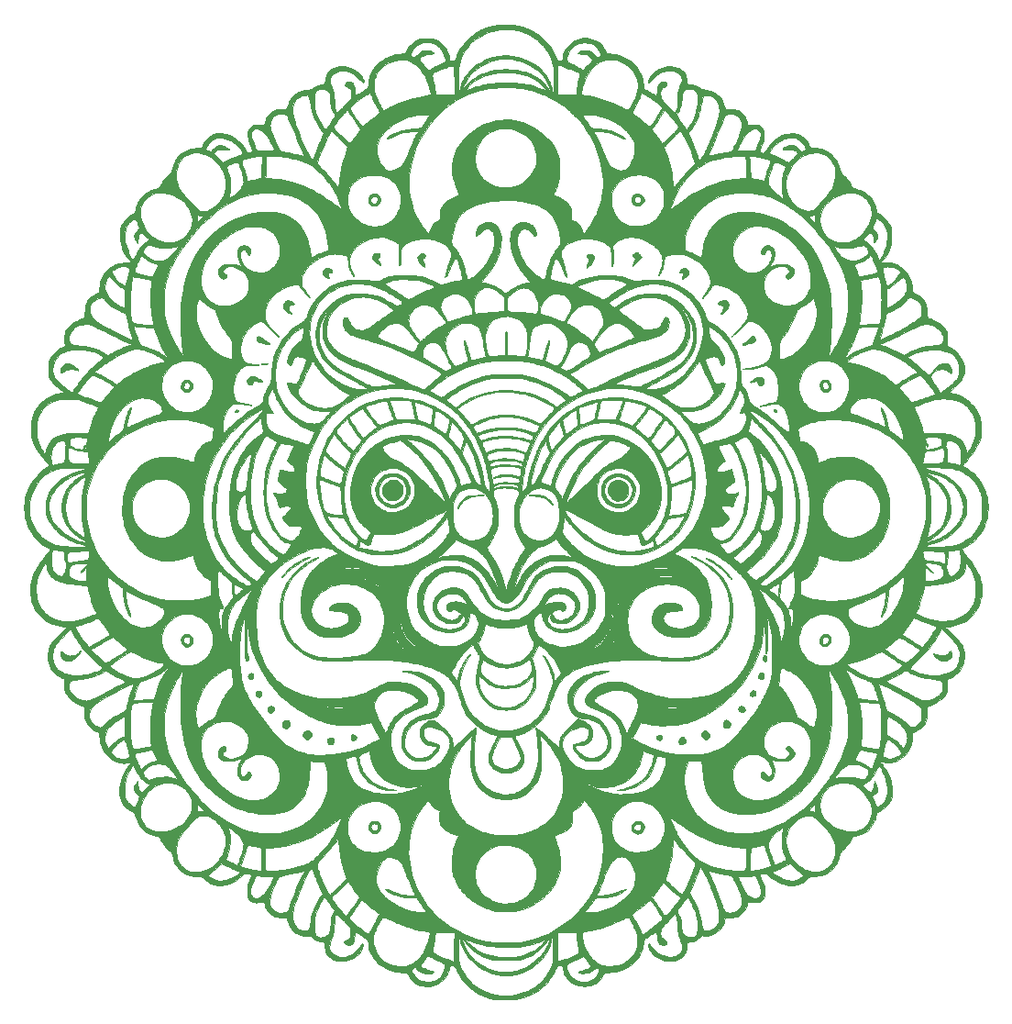
<source format=gbr>
%TF.GenerationSoftware,KiCad,Pcbnew,7.0.1*%
%TF.CreationDate,2023-09-06T21:59:59-07:00*%
%TF.ProjectId,flower_06,666c6f77-6572-45f3-9036-2e6b69636164,rev?*%
%TF.SameCoordinates,Original*%
%TF.FileFunction,Copper,L1,Top*%
%TF.FilePolarity,Positive*%
%FSLAX46Y46*%
G04 Gerber Fmt 4.6, Leading zero omitted, Abs format (unit mm)*
G04 Created by KiCad (PCBNEW 7.0.1) date 2023-09-06 21:59:59*
%MOMM*%
%LPD*%
G01*
G04 APERTURE LIST*
%TA.AperFunction,EtchedComponent*%
%ADD10C,0.010000*%
%TD*%
G04 APERTURE END LIST*
%TO.C,G\u002A\u002A\u002A*%
D10*
X59775964Y-27785978D02*
X61202718Y-27785978D01*
X61227731Y-27887662D01*
X61277246Y-27965135D01*
X61348051Y-28013036D01*
X61421864Y-28026500D01*
X61499256Y-28016879D01*
X61574154Y-27985037D01*
X61653668Y-27926511D01*
X61744904Y-27836833D01*
X61773417Y-27805646D01*
X61938407Y-27645298D01*
X62112608Y-27522877D01*
X62295014Y-27436723D01*
X62422184Y-27402429D01*
X62569811Y-27383731D01*
X62722557Y-27381015D01*
X62865082Y-27394668D01*
X62967645Y-27419749D01*
X63048817Y-27453837D01*
X63133463Y-27498823D01*
X63212832Y-27548816D01*
X63278172Y-27597922D01*
X63320733Y-27640249D01*
X63332500Y-27665420D01*
X63328059Y-27681624D01*
X63310211Y-27693399D01*
X63272171Y-27702138D01*
X63207154Y-27709233D01*
X63108375Y-27716077D01*
X63076426Y-27717981D01*
X62842340Y-27740724D01*
X62638576Y-27780886D01*
X62455965Y-27840636D01*
X62343001Y-27891643D01*
X62240338Y-27951672D01*
X62149851Y-28020296D01*
X62078463Y-28090836D01*
X62033098Y-28156608D01*
X62020167Y-28203195D01*
X62032706Y-28244613D01*
X62067671Y-28311817D01*
X62121087Y-28399476D01*
X62188977Y-28502258D01*
X62267365Y-28614831D01*
X62352275Y-28731862D01*
X62439731Y-28848019D01*
X62525757Y-28957970D01*
X62606377Y-29056384D01*
X62677613Y-29137928D01*
X62735491Y-29197270D01*
X62776034Y-29229078D01*
X62788099Y-29233000D01*
X62810561Y-29223784D01*
X62866531Y-29197530D01*
X62951752Y-29156327D01*
X63061967Y-29102265D01*
X63192917Y-29037433D01*
X63340346Y-28963922D01*
X63499997Y-28883820D01*
X63519695Y-28873904D01*
X63715866Y-28774168D01*
X63889839Y-28683796D01*
X64038618Y-28604426D01*
X64159203Y-28537694D01*
X64248598Y-28485237D01*
X64303804Y-28448693D01*
X64314641Y-28439830D01*
X64396499Y-28364851D01*
X64386125Y-28222134D01*
X64352314Y-28017316D01*
X64282404Y-27806270D01*
X64180254Y-27596744D01*
X64049724Y-27396489D01*
X63894675Y-27213252D01*
X63872250Y-27190417D01*
X63667948Y-27011962D01*
X63448020Y-26867794D01*
X63216489Y-26759264D01*
X62977379Y-26687722D01*
X62734712Y-26654517D01*
X62492510Y-26661001D01*
X62358656Y-26682454D01*
X62149908Y-26741111D01*
X61950469Y-26825319D01*
X61764966Y-26931136D01*
X61598023Y-27054621D01*
X61454266Y-27191830D01*
X61338319Y-27338822D01*
X61254808Y-27491654D01*
X61208358Y-27646383D01*
X61205419Y-27665440D01*
X61202718Y-27785978D01*
X59775964Y-27785978D01*
X59790443Y-27782711D01*
X60048570Y-27741813D01*
X60226281Y-27720995D01*
X60386131Y-27702331D01*
X60509233Y-27682181D01*
X60601153Y-27657925D01*
X60667462Y-27626941D01*
X60713728Y-27586608D01*
X60745520Y-27534305D01*
X60768407Y-27467411D01*
X60768899Y-27465584D01*
X60821505Y-27333518D01*
X60912565Y-27185803D01*
X61041524Y-27023240D01*
X61173500Y-26881108D01*
X61347201Y-26714690D01*
X61512638Y-26580113D01*
X61676983Y-26474514D01*
X61847406Y-26395025D01*
X62031080Y-26338781D01*
X62235177Y-26302917D01*
X62466868Y-26284566D01*
X62676334Y-26280568D01*
X62852030Y-26282430D01*
X62994376Y-26288669D01*
X63112252Y-26300734D01*
X63214541Y-26320076D01*
X63310123Y-26348146D01*
X63407880Y-26386395D01*
X63456404Y-26407980D01*
X63623114Y-26497092D01*
X63795950Y-26612429D01*
X63967784Y-26747383D01*
X64131484Y-26895347D01*
X64279921Y-27049711D01*
X64405965Y-27203869D01*
X64502486Y-27351211D01*
X64528991Y-27402058D01*
X64589267Y-27547862D01*
X64649617Y-27733971D01*
X64709420Y-27958359D01*
X64740207Y-28090000D01*
X64765622Y-28196299D01*
X64790100Y-28267876D01*
X64820702Y-28311583D01*
X64864489Y-28334270D01*
X64928521Y-28342786D01*
X65001996Y-28344000D01*
X65130660Y-28338677D01*
X65224199Y-28321409D01*
X65288623Y-28290251D01*
X65329942Y-28243256D01*
X65333539Y-28236642D01*
X65352966Y-28191746D01*
X65380965Y-28117796D01*
X65413373Y-28026110D01*
X65438045Y-27952581D01*
X65552037Y-27662339D01*
X65703139Y-27368664D01*
X65886964Y-27076496D01*
X66099124Y-26790774D01*
X66335232Y-26516438D01*
X66590901Y-26258428D01*
X66861743Y-26021682D01*
X67143372Y-25811140D01*
X67431399Y-25631743D01*
X67560128Y-25563395D01*
X67974567Y-25376043D01*
X68394516Y-25228040D01*
X68824437Y-25118284D01*
X69268794Y-25045677D01*
X69732050Y-25009116D01*
X69820084Y-25006218D01*
X70279851Y-25011077D01*
X70718852Y-25050867D01*
X71141593Y-25126554D01*
X71552580Y-25239108D01*
X71956318Y-25389496D01*
X72264099Y-25531190D01*
X72666069Y-25753097D01*
X73035810Y-26002402D01*
X73373729Y-26279546D01*
X73680238Y-26584968D01*
X73955745Y-26919108D01*
X74200659Y-27282407D01*
X74415392Y-27675305D01*
X74560481Y-27998419D01*
X74619461Y-28128360D01*
X74676501Y-28221886D01*
X74736397Y-28284376D01*
X74803946Y-28321209D01*
X74860538Y-28334941D01*
X74969557Y-28343125D01*
X75067898Y-28335513D01*
X75145071Y-28313732D01*
X75187027Y-28284282D01*
X75210307Y-28231347D01*
X75212102Y-28221634D01*
X75588996Y-28221634D01*
X75589905Y-28279971D01*
X75598418Y-28319597D01*
X75616732Y-28352263D01*
X75639898Y-28381263D01*
X75688274Y-28428240D01*
X75757606Y-28483227D01*
X75824584Y-28528926D01*
X75877357Y-28560026D01*
X75957496Y-28604839D01*
X76059553Y-28660516D01*
X76178082Y-28724211D01*
X76307634Y-28793076D01*
X76442762Y-28864264D01*
X76578018Y-28934926D01*
X76707954Y-29002214D01*
X76827123Y-29063283D01*
X76930077Y-29115283D01*
X77011368Y-29155367D01*
X77065549Y-29180687D01*
X77086354Y-29188487D01*
X77108135Y-29174670D01*
X77155336Y-29134637D01*
X77223687Y-29072352D01*
X77308918Y-28991776D01*
X77406761Y-28896872D01*
X77500182Y-28804375D01*
X77606529Y-28697021D01*
X77703894Y-28596679D01*
X77787887Y-28508040D01*
X77854119Y-28435794D01*
X77898197Y-28384628D01*
X77914824Y-28361506D01*
X77932252Y-28305962D01*
X77925286Y-28249999D01*
X77890917Y-28186648D01*
X77826134Y-28108935D01*
X77789088Y-28070291D01*
X77664603Y-27956751D01*
X77535021Y-27861532D01*
X77411269Y-27792294D01*
X77366000Y-27773644D01*
X77318054Y-27762664D01*
X77237878Y-27751121D01*
X77135539Y-27740202D01*
X77021106Y-27731094D01*
X76986780Y-27728943D01*
X76846451Y-27719531D01*
X76744989Y-27708821D01*
X76678934Y-27694793D01*
X76644825Y-27675423D01*
X76639204Y-27648691D01*
X76658609Y-27612574D01*
X76699580Y-27565052D01*
X76701957Y-27562526D01*
X76780446Y-27493026D01*
X76870415Y-27442403D01*
X76979080Y-27408488D01*
X77113653Y-27389113D01*
X77281350Y-27382109D01*
X77302500Y-27382000D01*
X77421450Y-27382858D01*
X77508938Y-27386906D01*
X77575792Y-27395461D01*
X77632843Y-27409841D01*
X77683500Y-27428344D01*
X77799572Y-27488874D01*
X77927840Y-27579574D01*
X78059848Y-27693660D01*
X78187143Y-27824347D01*
X78211365Y-27851963D01*
X78290709Y-27938370D01*
X78354974Y-27993000D01*
X78411378Y-28020059D01*
X78467142Y-28023754D01*
X78496752Y-28018226D01*
X78556106Y-27992383D01*
X78622931Y-27947569D01*
X78684773Y-27894100D01*
X78729176Y-27842294D01*
X78742786Y-27814408D01*
X78746388Y-27740842D01*
X78723162Y-27650235D01*
X78671902Y-27540159D01*
X78591407Y-27408185D01*
X78480472Y-27251884D01*
X78432988Y-27189370D01*
X78310230Y-27043876D01*
X78186010Y-26927666D01*
X78054068Y-26838063D01*
X77908143Y-26772390D01*
X77741974Y-26727972D01*
X77549301Y-26702131D01*
X77323862Y-26692191D01*
X77269242Y-26691873D01*
X77097009Y-26693834D01*
X76958480Y-26700681D01*
X76845173Y-26713780D01*
X76748606Y-26734493D01*
X76660297Y-26764186D01*
X76572250Y-26803981D01*
X76361660Y-26927885D01*
X76168713Y-27078551D01*
X75997201Y-27250829D01*
X75850919Y-27439566D01*
X75733662Y-27639611D01*
X75649224Y-27845813D01*
X75601398Y-28053021D01*
X75593499Y-28132836D01*
X75588996Y-28221634D01*
X75212102Y-28221634D01*
X75227408Y-28138827D01*
X75234493Y-28065226D01*
X75270122Y-27846227D01*
X75343137Y-27622715D01*
X75449747Y-27399996D01*
X75586162Y-27183375D01*
X75748588Y-26978158D01*
X75933234Y-26789653D01*
X76136309Y-26623163D01*
X76354021Y-26483996D01*
X76371167Y-26474627D01*
X76613120Y-26367538D01*
X76870503Y-26296983D01*
X77138436Y-26262351D01*
X77412039Y-26263035D01*
X77686430Y-26298424D01*
X77956729Y-26367911D01*
X78218055Y-26470885D01*
X78465528Y-26606738D01*
X78679824Y-26762764D01*
X78858087Y-26938068D01*
X79008417Y-27144527D01*
X79106317Y-27328000D01*
X79145907Y-27413598D01*
X79181434Y-27489805D01*
X79207328Y-27544697D01*
X79214225Y-27559004D01*
X79246829Y-27601001D01*
X79302465Y-27635802D01*
X79385558Y-27664815D01*
X79500536Y-27689447D01*
X79651826Y-27711106D01*
X79715500Y-27718388D01*
X79973533Y-27750789D01*
X80199142Y-27789487D01*
X80402077Y-27837125D01*
X80592091Y-27896347D01*
X80778933Y-27969800D01*
X80968449Y-28058181D01*
X81275369Y-28230913D01*
X81557838Y-28430634D01*
X81813033Y-28654267D01*
X82038136Y-28898734D01*
X82230325Y-29160960D01*
X82386781Y-29437866D01*
X82504683Y-29726377D01*
X82508720Y-29738614D01*
X82548698Y-29871299D01*
X82582281Y-30007688D01*
X82611141Y-30156747D01*
X82636947Y-30327440D01*
X82661370Y-30528733D01*
X82668869Y-30598250D01*
X82684220Y-30732510D01*
X82698350Y-30829404D01*
X82712219Y-30893845D01*
X82726785Y-30930745D01*
X82735899Y-30941439D01*
X82761894Y-30957400D01*
X82818666Y-30989862D01*
X82900737Y-31035835D01*
X83002625Y-31092330D01*
X83118851Y-31156358D01*
X83243935Y-31224930D01*
X83372397Y-31295057D01*
X83498758Y-31363749D01*
X83617537Y-31428018D01*
X83723255Y-31484874D01*
X83810431Y-31531329D01*
X83873587Y-31564393D01*
X83907241Y-31581077D01*
X83911141Y-31582500D01*
X83915361Y-31562512D01*
X83920256Y-31507232D01*
X83925375Y-31423685D01*
X83930265Y-31318898D01*
X83933248Y-31238542D01*
X83938876Y-31111719D01*
X83946757Y-30990217D01*
X83956030Y-30884591D01*
X83965835Y-30805400D01*
X83970720Y-30778782D01*
X84024612Y-30601042D01*
X84098071Y-30459916D01*
X84190526Y-30355853D01*
X84301403Y-30289300D01*
X84430132Y-30260704D01*
X84576141Y-30270512D01*
X84611038Y-30277991D01*
X84726211Y-30318345D01*
X84804349Y-30374689D01*
X84844317Y-30445630D01*
X84844979Y-30529777D01*
X84837855Y-30555853D01*
X84811643Y-30613106D01*
X84769682Y-30663346D01*
X84704778Y-30712766D01*
X84609738Y-30767560D01*
X84565357Y-30790506D01*
X84472874Y-30841890D01*
X84409129Y-30890036D01*
X84362428Y-30944253D01*
X84351424Y-30960824D01*
X84292410Y-31088690D01*
X84257142Y-31245600D01*
X84247021Y-31424643D01*
X84248427Y-31468848D01*
X84275714Y-31643820D01*
X84341625Y-31819416D01*
X84447464Y-31998864D01*
X84482659Y-32047860D01*
X84514300Y-32085777D01*
X84569187Y-32146606D01*
X84643248Y-32226185D01*
X84732415Y-32320351D01*
X84832618Y-32424942D01*
X84939787Y-32535797D01*
X85049853Y-32648751D01*
X85158745Y-32759644D01*
X85262396Y-32864312D01*
X85356734Y-32958593D01*
X85437691Y-33038325D01*
X85501196Y-33099345D01*
X85543181Y-33137491D01*
X85559079Y-33148834D01*
X85572639Y-33130568D01*
X85598998Y-33080859D01*
X85634668Y-33007336D01*
X85676160Y-32917630D01*
X85719984Y-32819370D01*
X85762652Y-32720188D01*
X85800674Y-32627713D01*
X85819748Y-32578772D01*
X85832714Y-32542439D01*
X85842828Y-32506249D01*
X85850383Y-32464718D01*
X85855673Y-32412363D01*
X85858993Y-32343698D01*
X85860637Y-32253241D01*
X85860899Y-32135506D01*
X85860073Y-31985011D01*
X85858926Y-31848376D01*
X85857552Y-31650415D01*
X85857902Y-31488745D01*
X85860816Y-31357331D01*
X85867134Y-31250139D01*
X85877697Y-31161136D01*
X85893344Y-31084287D01*
X85914916Y-31013560D01*
X85943253Y-30942918D01*
X85979196Y-30866330D01*
X86002090Y-30820321D01*
X86109565Y-30583002D01*
X86181794Y-30368389D01*
X86218872Y-30175883D01*
X86220894Y-30004886D01*
X86187955Y-29854799D01*
X86164626Y-29799697D01*
X86080168Y-29671772D01*
X85960650Y-29554828D01*
X85812850Y-29453377D01*
X85643546Y-29371934D01*
X85459514Y-29315012D01*
X85426101Y-29307869D01*
X85230146Y-29281883D01*
X85018240Y-29276515D01*
X84803217Y-29290749D01*
X84597908Y-29323568D01*
X84415145Y-29373957D01*
X84368372Y-29391639D01*
X84237519Y-29455375D01*
X84098206Y-29544537D01*
X83946908Y-29661835D01*
X83780099Y-29809982D01*
X83612283Y-29973458D01*
X83479308Y-30106605D01*
X83372577Y-30210752D01*
X83289269Y-30287674D01*
X83226564Y-30339151D01*
X83181641Y-30366959D01*
X83151678Y-30372876D01*
X83133855Y-30358679D01*
X83125352Y-30326146D01*
X83123334Y-30281544D01*
X83141433Y-30151235D01*
X83192992Y-30007168D01*
X83273903Y-29855097D01*
X83380058Y-29700779D01*
X83507348Y-29549968D01*
X83651665Y-29408420D01*
X83808902Y-29281889D01*
X83864339Y-29243469D01*
X84107620Y-29106209D01*
X84373159Y-29000813D01*
X84654103Y-28928410D01*
X84943600Y-28890129D01*
X85234796Y-28887096D01*
X85520840Y-28920441D01*
X85652014Y-28949118D01*
X85789062Y-28993834D01*
X85937666Y-29058816D01*
X86083507Y-29136623D01*
X86212263Y-29219812D01*
X86286129Y-29278665D01*
X86413129Y-29407196D01*
X86511379Y-29542197D01*
X86583826Y-29690754D01*
X86633419Y-29859952D01*
X86663106Y-30056876D01*
X86673387Y-30209254D01*
X86685401Y-30497592D01*
X86962826Y-30533795D01*
X87199968Y-30572899D01*
X87404838Y-30625322D01*
X87586214Y-30694039D01*
X87752872Y-30782020D01*
X87817088Y-30823076D01*
X87945073Y-30901627D01*
X88074323Y-30964303D01*
X88215013Y-31014731D01*
X88377320Y-31056539D01*
X88571418Y-31093353D01*
X88578730Y-31094566D01*
X88762324Y-31128787D01*
X88916963Y-31167353D01*
X89056027Y-31214467D01*
X89192892Y-31274333D01*
X89263549Y-31309774D01*
X89491418Y-31450992D01*
X89689893Y-31622293D01*
X89858146Y-31822514D01*
X89995350Y-32050495D01*
X90100677Y-32305076D01*
X90173299Y-32585095D01*
X90173422Y-32585733D01*
X90205401Y-32694217D01*
X90250040Y-32763297D01*
X90275268Y-32786584D01*
X90301022Y-32801226D01*
X90336595Y-32808588D01*
X90391279Y-32810036D01*
X90474369Y-32806932D01*
X90528352Y-32804159D01*
X90776725Y-32802571D01*
X90999241Y-32826369D01*
X91204696Y-32876621D01*
X91250056Y-32891890D01*
X91411820Y-32957271D01*
X91552911Y-33034103D01*
X91686169Y-33130668D01*
X91824433Y-33255246D01*
X91845364Y-33275834D01*
X91939521Y-33373509D01*
X92010641Y-33459124D01*
X92069148Y-33546548D01*
X92123733Y-33646250D01*
X92201955Y-33813560D01*
X92255983Y-33960076D01*
X92284357Y-34081466D01*
X92288500Y-34135725D01*
X92291565Y-34180730D01*
X92304125Y-34214514D01*
X92331231Y-34238368D01*
X92377935Y-34253578D01*
X92449284Y-34261434D01*
X92550332Y-34263224D01*
X92686126Y-34260237D01*
X92765621Y-34257467D01*
X92920928Y-34252731D01*
X93039830Y-34251647D01*
X93128114Y-34254375D01*
X93191564Y-34261076D01*
X93231288Y-34270332D01*
X93329318Y-34314545D01*
X93437505Y-34383723D01*
X93546288Y-34469546D01*
X93646107Y-34563694D01*
X93727404Y-34657847D01*
X93780617Y-34743686D01*
X93783939Y-34751284D01*
X93800140Y-34808178D01*
X93814944Y-34891714D01*
X93825719Y-34986219D01*
X93827569Y-35011154D01*
X93826987Y-35206045D01*
X93801060Y-35423938D01*
X93749301Y-35667025D01*
X93671221Y-35937498D01*
X93566334Y-36237548D01*
X93538809Y-36309829D01*
X93501486Y-36412757D01*
X93469513Y-36512514D01*
X93446813Y-36596171D01*
X93438080Y-36641822D01*
X93432657Y-36704538D01*
X93439888Y-36741330D01*
X93466248Y-36768155D01*
X93497507Y-36788296D01*
X93611726Y-36843169D01*
X93717277Y-36860941D01*
X93816111Y-36840648D01*
X93910178Y-36781324D01*
X94001428Y-36682004D01*
X94091813Y-36541723D01*
X94126500Y-36477162D01*
X94292744Y-36193125D01*
X94482626Y-35942738D01*
X94698965Y-35722793D01*
X94944577Y-35530081D01*
X94978003Y-35507396D01*
X95249523Y-35344407D01*
X95518673Y-35221043D01*
X95791439Y-35135427D01*
X96073808Y-35085682D01*
X96371764Y-35069933D01*
X96373667Y-35069937D01*
X96576566Y-35077035D01*
X96752343Y-35099032D01*
X96914451Y-35138753D01*
X97076341Y-35199020D01*
X97152200Y-35233356D01*
X97350082Y-35343369D01*
X97523666Y-35476093D01*
X97677214Y-35636097D01*
X97814988Y-35827947D01*
X97941250Y-36056212D01*
X97963987Y-36103434D01*
X98020376Y-36215174D01*
X98070533Y-36299186D01*
X98111193Y-36350188D01*
X98121844Y-36358793D01*
X98159489Y-36375413D01*
X98219542Y-36388542D01*
X98308173Y-36399098D01*
X98431548Y-36407998D01*
X98465449Y-36409905D01*
X98714258Y-36429499D01*
X98932823Y-36461152D01*
X99132181Y-36507542D01*
X99323369Y-36571350D01*
X99517425Y-36655257D01*
X99559250Y-36675523D01*
X99810455Y-36821816D01*
X100044628Y-37002961D01*
X100254630Y-37212647D01*
X100433321Y-37444565D01*
X100438858Y-37452912D01*
X100561285Y-37660523D01*
X100657205Y-37875508D01*
X100732990Y-38112687D01*
X100748673Y-38173677D01*
X100784218Y-38304500D01*
X100824020Y-38419232D01*
X100872365Y-38524805D01*
X100933538Y-38628149D01*
X101011825Y-38736195D01*
X101111511Y-38855876D01*
X101236881Y-38994121D01*
X101292684Y-39053531D01*
X101412719Y-39184382D01*
X101526755Y-39316093D01*
X101629513Y-39442060D01*
X101715712Y-39555681D01*
X101780072Y-39650354D01*
X101806200Y-39695682D01*
X101831494Y-39753682D01*
X101858807Y-39829549D01*
X101870424Y-39866672D01*
X101901172Y-39949759D01*
X101942738Y-40014704D01*
X102001769Y-40066286D01*
X102084914Y-40109281D01*
X102198821Y-40148466D01*
X102301522Y-40176470D01*
X102616099Y-40271882D01*
X102898498Y-40390405D01*
X103153794Y-40535043D01*
X103387063Y-40708805D01*
X103603383Y-40914694D01*
X103667860Y-40985589D01*
X103847256Y-41220613D01*
X103989420Y-41475519D01*
X104093546Y-41748624D01*
X104152696Y-42000460D01*
X104177250Y-42128253D01*
X104205463Y-42229389D01*
X104242988Y-42311141D01*
X104295477Y-42380781D01*
X104368583Y-42445582D01*
X104467960Y-42512819D01*
X104599260Y-42589764D01*
X104619638Y-42601235D01*
X104817776Y-42731974D01*
X105001826Y-42894757D01*
X105174213Y-43092270D01*
X105337362Y-43327195D01*
X105450327Y-43520751D01*
X105495679Y-43606974D01*
X105531426Y-43685050D01*
X105558540Y-43761492D01*
X105577994Y-43842813D01*
X105590761Y-43935528D01*
X105597815Y-44046151D01*
X105600129Y-44181195D01*
X105598675Y-44347175D01*
X105595736Y-44494167D01*
X105588189Y-44744643D01*
X105576929Y-44959402D01*
X105560682Y-45144989D01*
X105538172Y-45307952D01*
X105508127Y-45454836D01*
X105469270Y-45592187D01*
X105420329Y-45726551D01*
X105360029Y-45864473D01*
X105308287Y-45970803D01*
X105135572Y-46278118D01*
X104943912Y-46551740D01*
X104748974Y-46774875D01*
X104557368Y-46970667D01*
X104894643Y-46971034D01*
X105144375Y-46974706D01*
X105359023Y-46985891D01*
X105545354Y-47005722D01*
X105710133Y-47035331D01*
X105860125Y-47075849D01*
X106002097Y-47128409D01*
X106099750Y-47172691D01*
X106263531Y-47260998D01*
X106415388Y-47363011D01*
X106564887Y-47486066D01*
X106721592Y-47637500D01*
X106765707Y-47683494D01*
X106990913Y-47948849D01*
X107176749Y-48227048D01*
X107322728Y-48517061D01*
X107428364Y-48817859D01*
X107493170Y-49128412D01*
X107507349Y-49252827D01*
X107516842Y-49361083D01*
X107525776Y-49463257D01*
X107533030Y-49546515D01*
X107536913Y-49591360D01*
X107547792Y-49652481D01*
X107572594Y-49704074D01*
X107617030Y-49751475D01*
X107686811Y-49800023D01*
X107787646Y-49855055D01*
X107854314Y-49888038D01*
X108080077Y-50011757D01*
X108270133Y-50148447D01*
X108430383Y-50303270D01*
X108566725Y-50481387D01*
X108608482Y-50547834D01*
X108692938Y-50704202D01*
X108759187Y-50863917D01*
X108809232Y-51034982D01*
X108845076Y-51225400D01*
X108868722Y-51443176D01*
X108879757Y-51631645D01*
X108886576Y-51778993D01*
X108895334Y-51890613D01*
X108909576Y-51973082D01*
X108932843Y-52032974D01*
X108968680Y-52076866D01*
X109020629Y-52111333D01*
X109092233Y-52142951D01*
X109171177Y-52172490D01*
X109406060Y-52264555D01*
X109610412Y-52358966D01*
X109795848Y-52462001D01*
X109973989Y-52579938D01*
X110100748Y-52674864D01*
X110288815Y-52836255D01*
X110451058Y-53005284D01*
X110583629Y-53177035D01*
X110682677Y-53346590D01*
X110739029Y-53490000D01*
X110750043Y-53533564D01*
X110758046Y-53582728D01*
X110763254Y-53643683D01*
X110765881Y-53722621D01*
X110766144Y-53825733D01*
X110764258Y-53959211D01*
X110760776Y-54115482D01*
X110757112Y-54291300D01*
X110755806Y-54428950D01*
X110756957Y-54532533D01*
X110760661Y-54606155D01*
X110767018Y-54653918D01*
X110774142Y-54676398D01*
X110802777Y-54709803D01*
X110859227Y-54745628D01*
X110949088Y-54787170D01*
X110991958Y-54804662D01*
X111231079Y-54921260D01*
X111453855Y-55074636D01*
X111661947Y-55266121D01*
X111857017Y-55497047D01*
X111858676Y-55499253D01*
X112025097Y-55754484D01*
X112152936Y-56026346D01*
X112242464Y-56315627D01*
X112293955Y-56623116D01*
X112305849Y-56792000D01*
X112306799Y-56990968D01*
X112291283Y-57162030D01*
X112257198Y-57317100D01*
X112202442Y-57468094D01*
X112176410Y-57525550D01*
X112113052Y-57649551D01*
X112042016Y-57768623D01*
X111959654Y-57887046D01*
X111862318Y-58009097D01*
X111746357Y-58139054D01*
X111608125Y-58281198D01*
X111443971Y-58439805D01*
X111250248Y-58619154D01*
X111221432Y-58645369D01*
X110803303Y-59025084D01*
X111033304Y-59039455D01*
X111223473Y-59055207D01*
X111386267Y-59078201D01*
X111536402Y-59111183D01*
X111688599Y-59156897D01*
X111719500Y-59167435D01*
X111972424Y-59272095D01*
X112231293Y-59410811D01*
X112487824Y-59577767D01*
X112733734Y-59767148D01*
X112960739Y-59973141D01*
X113138144Y-60163368D01*
X113334684Y-60411943D01*
X113497886Y-60660929D01*
X113629653Y-60915840D01*
X113731889Y-61182193D01*
X113806498Y-61465503D01*
X113855382Y-61771284D01*
X113880445Y-62105054D01*
X113884855Y-62327084D01*
X113881470Y-62560407D01*
X113869591Y-62761318D01*
X113847939Y-62939118D01*
X113815235Y-63103106D01*
X113770200Y-63262584D01*
X113746660Y-63332278D01*
X113649563Y-63572770D01*
X113522242Y-63832650D01*
X113368399Y-64105987D01*
X113191735Y-64386847D01*
X112995953Y-64669298D01*
X112784752Y-64947406D01*
X112597554Y-65174000D01*
X112474166Y-65318773D01*
X112368474Y-65445279D01*
X112282587Y-65550879D01*
X112218609Y-65632936D01*
X112178647Y-65688811D01*
X112164808Y-65715865D01*
X112164812Y-65716091D01*
X112182182Y-65733350D01*
X112229364Y-65767959D01*
X112299881Y-65815464D01*
X112387258Y-65871413D01*
X112423057Y-65893667D01*
X112669254Y-66050904D01*
X112882167Y-66199359D01*
X113068391Y-66344457D01*
X113234520Y-66491625D01*
X113387150Y-66646289D01*
X113514845Y-66792077D01*
X113767920Y-67128262D01*
X113983848Y-67484408D01*
X114162711Y-67860726D01*
X114304591Y-68257425D01*
X114409569Y-68674715D01*
X114477728Y-69112804D01*
X114494599Y-69292578D01*
X114505064Y-69687718D01*
X114477516Y-70090113D01*
X114413440Y-70492336D01*
X114314321Y-70886958D01*
X114181645Y-71266553D01*
X114035643Y-71587500D01*
X113952428Y-71742962D01*
X113869884Y-71879498D01*
X113780251Y-72008053D01*
X113675770Y-72139571D01*
X113548680Y-72284997D01*
X113514206Y-72322907D01*
X113229312Y-72611238D01*
X112936966Y-72860657D01*
X112632953Y-73074465D01*
X112338972Y-73242737D01*
X112244763Y-73292872D01*
X112165824Y-73337969D01*
X112109043Y-73373855D01*
X112081308Y-73396358D01*
X112079681Y-73399802D01*
X112091931Y-73428938D01*
X112129240Y-73489233D01*
X112191842Y-73581018D01*
X112279972Y-73704623D01*
X112393865Y-73860379D01*
X112533756Y-74048616D01*
X112664557Y-74222830D01*
X112894270Y-74533768D01*
X113095269Y-74819579D01*
X113269636Y-75084187D01*
X113419450Y-75331512D01*
X113546793Y-75565479D01*
X113653745Y-75790010D01*
X113742387Y-76009026D01*
X113814799Y-76226451D01*
X113873061Y-76446207D01*
X113893887Y-76540500D01*
X113910831Y-76651979D01*
X113923167Y-76795218D01*
X113930903Y-76960300D01*
X113934049Y-77137304D01*
X113932614Y-77316312D01*
X113926607Y-77487404D01*
X113916037Y-77640661D01*
X113900914Y-77766163D01*
X113892720Y-77810500D01*
X113790722Y-78198547D01*
X113656848Y-78562512D01*
X113492227Y-78900937D01*
X113297985Y-79212364D01*
X113075251Y-79495334D01*
X112825152Y-79748390D01*
X112548815Y-79970074D01*
X112247369Y-80158927D01*
X111973500Y-80292013D01*
X111750890Y-80375322D01*
X111500198Y-80448919D01*
X111235167Y-80509620D01*
X110969543Y-80554240D01*
X110737939Y-80578250D01*
X110507794Y-80593917D01*
X110968494Y-81027834D01*
X111204291Y-81252759D01*
X111409201Y-81454862D01*
X111585700Y-81637369D01*
X111736267Y-81803512D01*
X111863382Y-81956518D01*
X111969522Y-82099616D01*
X112057167Y-82236037D01*
X112128794Y-82369008D01*
X112186882Y-82501760D01*
X112233910Y-82637521D01*
X112252003Y-82700011D01*
X112269990Y-82770151D01*
X112282992Y-82835137D01*
X112291761Y-82903910D01*
X112297051Y-82985409D01*
X112299612Y-83088574D01*
X112300199Y-83222345D01*
X112300097Y-83271500D01*
X112298958Y-83419807D01*
X112296068Y-83534486D01*
X112290698Y-83624229D01*
X112282123Y-83697728D01*
X112269618Y-83763677D01*
X112253775Y-83826026D01*
X112154073Y-84124557D01*
X112028186Y-84392557D01*
X111873895Y-84634388D01*
X111786093Y-84746035D01*
X111698561Y-84845268D01*
X111611783Y-84931449D01*
X111519398Y-85008884D01*
X111415046Y-85081878D01*
X111292366Y-85154735D01*
X111144997Y-85231761D01*
X110966580Y-85317261D01*
X110889933Y-85352587D01*
X110820632Y-85389707D01*
X110773869Y-85431805D01*
X110746738Y-85486819D01*
X110736336Y-85562691D01*
X110739759Y-85667362D01*
X110746869Y-85743774D01*
X110764558Y-85993387D01*
X110763240Y-86220311D01*
X110743289Y-86420413D01*
X110705081Y-86589563D01*
X110659742Y-86703548D01*
X110569214Y-86849840D01*
X110444218Y-87004397D01*
X110290380Y-87161894D01*
X110113325Y-87317004D01*
X109918677Y-87464400D01*
X109718322Y-87595001D01*
X109624602Y-87648717D01*
X109531783Y-87695434D01*
X109429710Y-87739495D01*
X109308225Y-87785247D01*
X109157172Y-87837036D01*
X109137167Y-87843668D01*
X108893750Y-87924137D01*
X108881333Y-88386527D01*
X108876401Y-88531270D01*
X108869757Y-88669884D01*
X108861957Y-88793877D01*
X108853553Y-88894757D01*
X108845098Y-88964030D01*
X108842939Y-88975917D01*
X108777111Y-89228470D01*
X108688867Y-89448130D01*
X108576144Y-89639129D01*
X108438667Y-89803871D01*
X108347667Y-89891353D01*
X108258536Y-89963609D01*
X108160426Y-90027821D01*
X108042492Y-90091168D01*
X107911350Y-90152964D01*
X107813707Y-90199530D01*
X107723222Y-90246960D01*
X107651281Y-90289045D01*
X107614878Y-90314573D01*
X107542507Y-90374821D01*
X107525356Y-90659619D01*
X107507526Y-90886717D01*
X107481794Y-91083167D01*
X107445315Y-91260351D01*
X107395243Y-91429652D01*
X107328731Y-91602452D01*
X107242935Y-91790133D01*
X107242475Y-91791084D01*
X107083879Y-92083103D01*
X106909189Y-92336754D01*
X106716757Y-92553460D01*
X106504935Y-92734644D01*
X106272075Y-92881732D01*
X106016530Y-92996145D01*
X105756998Y-93074491D01*
X105526048Y-93113215D01*
X105278108Y-93121362D01*
X105008385Y-93098926D01*
X104846053Y-93073003D01*
X104742248Y-93054942D01*
X104653900Y-93041574D01*
X104589048Y-93033964D01*
X104555731Y-93033179D01*
X104553297Y-93034148D01*
X104548646Y-93047502D01*
X104555812Y-93070960D01*
X104577539Y-93108553D01*
X104616568Y-93164310D01*
X104675645Y-93242262D01*
X104757511Y-93346436D01*
X104814982Y-93418541D01*
X105036323Y-93718558D01*
X105220193Y-94020011D01*
X105370910Y-94331118D01*
X105492790Y-94660094D01*
X105527800Y-94775299D01*
X105600605Y-95079740D01*
X105644777Y-95385074D01*
X105660514Y-95685626D01*
X105648013Y-95975723D01*
X105607472Y-96249692D01*
X105539089Y-96501858D01*
X105461017Y-96691167D01*
X105425909Y-96757442D01*
X105386148Y-96819459D01*
X105335929Y-96884385D01*
X105269451Y-96959387D01*
X105180910Y-97051631D01*
X105117043Y-97115975D01*
X104926740Y-97296149D01*
X104752695Y-97440034D01*
X104595605Y-97547123D01*
X104456166Y-97616908D01*
X104405313Y-97634315D01*
X104335635Y-97659577D01*
X104282380Y-97693789D01*
X104241195Y-97743787D01*
X104207731Y-97816406D01*
X104177638Y-97918480D01*
X104151576Y-98032958D01*
X104127546Y-98141031D01*
X104102458Y-98244925D01*
X104079671Y-98331164D01*
X104065790Y-98377113D01*
X103950598Y-98653776D01*
X103800161Y-98908798D01*
X103617095Y-99139478D01*
X103404014Y-99343113D01*
X103163534Y-99517001D01*
X102898271Y-99658442D01*
X102776584Y-99708863D01*
X102691146Y-99738802D01*
X102581532Y-99773596D01*
X102464672Y-99807994D01*
X102396966Y-99826566D01*
X102222886Y-99879367D01*
X102089142Y-99935084D01*
X101993784Y-99994612D01*
X101958140Y-100028015D01*
X101933656Y-100061964D01*
X101894540Y-100123618D01*
X101846587Y-100203603D01*
X101805008Y-100275807D01*
X101718598Y-100423420D01*
X101636002Y-100551476D01*
X101549864Y-100669474D01*
X101452828Y-100786914D01*
X101337538Y-100913295D01*
X101208253Y-101046406D01*
X101083570Y-101175236D01*
X100986454Y-101284035D01*
X100912253Y-101380232D01*
X100856315Y-101471259D01*
X100813988Y-101564543D01*
X100780619Y-101667516D01*
X100755557Y-101769413D01*
X100710133Y-101954491D01*
X100661146Y-102112191D01*
X100603378Y-102257439D01*
X100536597Y-102395584D01*
X100396424Y-102628571D01*
X100226720Y-102848275D01*
X100034282Y-103047819D01*
X99825906Y-103220328D01*
X99608387Y-103358923D01*
X99559250Y-103384545D01*
X99356894Y-103467965D01*
X99126899Y-103531836D01*
X98880316Y-103573800D01*
X98628192Y-103591498D01*
X98588103Y-103591919D01*
X98388354Y-103598274D01*
X98219389Y-103616146D01*
X98084874Y-103645006D01*
X98002674Y-103676588D01*
X97948527Y-103710242D01*
X97876065Y-103763299D01*
X97797940Y-103826302D01*
X97769078Y-103851167D01*
X97616866Y-103981946D01*
X97486300Y-104086374D01*
X97370216Y-104169116D01*
X97261448Y-104234836D01*
X97152833Y-104288199D01*
X97037204Y-104333870D01*
X97016496Y-104341149D01*
X96869051Y-104387720D01*
X96733900Y-104419163D01*
X96595757Y-104437883D01*
X96439337Y-104446287D01*
X96341917Y-104447384D01*
X96065430Y-104433170D01*
X95795226Y-104389146D01*
X95527744Y-104313819D01*
X95259423Y-104205696D01*
X94986704Y-104063282D01*
X94706025Y-103885087D01*
X94413825Y-103669615D01*
X94332124Y-103604553D01*
X94208656Y-103507586D01*
X94108270Y-103436845D01*
X94023519Y-103389225D01*
X93946962Y-103361620D01*
X93871154Y-103350924D01*
X93788651Y-103354031D01*
X93744747Y-103359477D01*
X93651060Y-103375694D01*
X93559586Y-103396325D01*
X93479560Y-103418704D01*
X93420216Y-103440167D01*
X93390788Y-103458049D01*
X93389167Y-103462073D01*
X93397903Y-103485921D01*
X93422108Y-103541257D01*
X93458775Y-103621482D01*
X93504898Y-103719994D01*
X93545469Y-103805211D01*
X93647740Y-104026187D01*
X93728598Y-104218861D01*
X93790469Y-104389913D01*
X93835779Y-104546022D01*
X93865784Y-104687083D01*
X93894240Y-104947133D01*
X93885322Y-105189008D01*
X93838783Y-105414875D01*
X93759385Y-105616826D01*
X93688496Y-105738951D01*
X93605378Y-105837772D01*
X93506298Y-105914460D01*
X93387523Y-105970187D01*
X93245319Y-106006123D01*
X93075953Y-106023441D01*
X92875691Y-106023313D01*
X92640799Y-106006909D01*
X92547098Y-105997251D01*
X92444059Y-105986189D01*
X92375596Y-105980441D01*
X92334228Y-105980518D01*
X92312472Y-105986931D01*
X92302846Y-106000190D01*
X92299246Y-106014161D01*
X92290903Y-106055381D01*
X92277224Y-106124244D01*
X92260970Y-106206843D01*
X92258720Y-106218336D01*
X92193805Y-106444697D01*
X92089629Y-106659120D01*
X91945359Y-106863061D01*
X91799636Y-107020500D01*
X91689109Y-107121397D01*
X91582415Y-107202503D01*
X91472939Y-107266010D01*
X91354064Y-107314112D01*
X91219176Y-107348999D01*
X91061658Y-107372864D01*
X90874894Y-107387899D01*
X90666579Y-107395945D01*
X90240574Y-107406721D01*
X90173047Y-107660687D01*
X90114821Y-107860124D01*
X90052888Y-108027475D01*
X89981771Y-108172955D01*
X89895996Y-108306773D01*
X89790087Y-108439143D01*
X89706574Y-108530592D01*
X89514331Y-108708751D01*
X89305136Y-108858396D01*
X89085974Y-108975301D01*
X88863832Y-109055236D01*
X88822035Y-109065856D01*
X88750910Y-109079942D01*
X88675107Y-109088346D01*
X88584529Y-109091515D01*
X88469081Y-109089898D01*
X88366335Y-109086083D01*
X88053087Y-109072594D01*
X87932419Y-109200018D01*
X87797588Y-109318946D01*
X87631409Y-109428295D01*
X87444621Y-109523054D01*
X87247962Y-109598212D01*
X87052171Y-109648758D01*
X86934569Y-109665666D01*
X86844681Y-109675343D01*
X86779691Y-109689277D01*
X86735124Y-109713850D01*
X86706504Y-109755444D01*
X86689356Y-109820440D01*
X86679204Y-109915219D01*
X86671882Y-110040249D01*
X86663648Y-110158784D01*
X86651922Y-110276478D01*
X86638317Y-110379147D01*
X86625471Y-110448381D01*
X86554452Y-110659531D01*
X86447560Y-110851612D01*
X86308475Y-111020635D01*
X86140882Y-111162609D01*
X85948462Y-111273544D01*
X85815570Y-111325891D01*
X85543207Y-111393735D01*
X85261123Y-111423372D01*
X84974736Y-111416128D01*
X84689463Y-111373330D01*
X84410722Y-111296305D01*
X84143930Y-111186379D01*
X83894504Y-111044879D01*
X83667863Y-110873131D01*
X83562626Y-110774151D01*
X83492517Y-110700357D01*
X83427514Y-110627175D01*
X83378118Y-110566600D01*
X83364905Y-110548326D01*
X83297553Y-110437623D01*
X83239975Y-110321325D01*
X83193612Y-110205338D01*
X83159905Y-110095567D01*
X83140294Y-109997919D01*
X83136218Y-109918300D01*
X83149120Y-109862616D01*
X83180438Y-109836773D01*
X83191106Y-109835667D01*
X83219509Y-109851226D01*
X83268838Y-109894025D01*
X83333580Y-109958243D01*
X83408218Y-110038061D01*
X83487237Y-110127658D01*
X83565121Y-110221216D01*
X83608184Y-110275757D01*
X83793704Y-110481908D01*
X84008846Y-110659570D01*
X84250114Y-110806622D01*
X84514011Y-110920941D01*
X84797042Y-111000409D01*
X84805625Y-111002198D01*
X85058428Y-111038520D01*
X85293937Y-111040495D01*
X85510085Y-111009094D01*
X85704803Y-110945288D01*
X85876024Y-110850048D01*
X86021682Y-110724345D01*
X86139707Y-110569150D01*
X86228034Y-110385434D01*
X86248577Y-110324428D01*
X86270357Y-110229829D01*
X86276818Y-110131506D01*
X86266895Y-110022849D01*
X86239527Y-109897247D01*
X86193649Y-109748088D01*
X86128200Y-109568763D01*
X86126246Y-109563687D01*
X86052048Y-109368512D01*
X85992531Y-109203749D01*
X85945832Y-109060843D01*
X85910089Y-108931239D01*
X85883439Y-108806382D01*
X85864020Y-108677717D01*
X85849970Y-108536689D01*
X85839425Y-108374743D01*
X85831674Y-108210693D01*
X85819329Y-107972799D01*
X85803743Y-107771763D01*
X85784119Y-107602179D01*
X85759660Y-107458639D01*
X85729567Y-107335740D01*
X85693042Y-107228074D01*
X85682988Y-107203322D01*
X85618346Y-107049327D01*
X85156797Y-107516455D01*
X84999003Y-107676542D01*
X84867964Y-107810525D01*
X84760354Y-107922084D01*
X84672842Y-108014898D01*
X84602101Y-108092647D01*
X84544801Y-108159011D01*
X84497615Y-108217669D01*
X84457214Y-108272300D01*
X84420270Y-108326585D01*
X84410842Y-108341061D01*
X84333612Y-108482883D01*
X84283005Y-108632990D01*
X84254212Y-108806040D01*
X84252478Y-108823760D01*
X84251481Y-108964397D01*
X84278518Y-109088663D01*
X84336656Y-109201712D01*
X84428964Y-109308697D01*
X84558509Y-109414771D01*
X84635666Y-109467428D01*
X84740038Y-109541899D01*
X84807531Y-109607507D01*
X84841267Y-109669250D01*
X84844365Y-109732126D01*
X84830209Y-109778933D01*
X84779620Y-109848662D01*
X84699836Y-109899528D01*
X84599877Y-109930885D01*
X84488761Y-109942083D01*
X84375509Y-109932475D01*
X84269140Y-109901413D01*
X84178674Y-109848249D01*
X84155503Y-109827413D01*
X84107475Y-109771439D01*
X84067123Y-109704704D01*
X84032862Y-109621801D01*
X84003105Y-109517325D01*
X83976267Y-109385869D01*
X83950761Y-109222026D01*
X83929349Y-109056606D01*
X83915053Y-108944107D01*
X83901505Y-108847014D01*
X83889851Y-108772853D01*
X83881235Y-108729149D01*
X83878241Y-108720852D01*
X83857965Y-108728336D01*
X83807739Y-108755350D01*
X83733155Y-108798428D01*
X83639806Y-108854103D01*
X83533284Y-108918909D01*
X83419181Y-108989379D01*
X83303090Y-109062047D01*
X83190603Y-109133447D01*
X83087312Y-109200111D01*
X82998810Y-109258573D01*
X82930689Y-109305367D01*
X82904488Y-109324457D01*
X82806995Y-109416283D01*
X82733430Y-109522629D01*
X82692215Y-109631232D01*
X82691529Y-109634584D01*
X82683604Y-109681557D01*
X82672081Y-109758727D01*
X82658678Y-109854290D01*
X82648425Y-109930917D01*
X82586248Y-110258157D01*
X82487439Y-110566090D01*
X82351014Y-110856677D01*
X82175989Y-111131883D01*
X81961379Y-111393667D01*
X81862983Y-111496310D01*
X81600276Y-111729747D01*
X81308436Y-111935231D01*
X80992111Y-112110329D01*
X80655946Y-112252604D01*
X80304589Y-112359623D01*
X80149417Y-112394309D01*
X80051251Y-112411440D01*
X79924712Y-112429955D01*
X79783634Y-112448013D01*
X79641855Y-112463772D01*
X79587986Y-112469026D01*
X79464809Y-112481537D01*
X79351179Y-112495032D01*
X79256118Y-112508292D01*
X79188646Y-112520100D01*
X79164652Y-112526149D01*
X79099688Y-112555457D01*
X79040672Y-112600844D01*
X78981846Y-112668618D01*
X78917452Y-112765085D01*
X78865667Y-112853616D01*
X78718582Y-113083311D01*
X78556723Y-113274940D01*
X78376613Y-113431239D01*
X78174775Y-113554940D01*
X77947731Y-113648776D01*
X77799917Y-113691395D01*
X77720245Y-113709620D01*
X77644771Y-113722558D01*
X77563593Y-113731033D01*
X77466808Y-113735869D01*
X77344514Y-113737890D01*
X77239000Y-113738072D01*
X77098201Y-113737217D01*
X76989678Y-113734575D01*
X76903382Y-113729160D01*
X76829265Y-113719989D01*
X76757278Y-113706076D01*
X76677371Y-113686437D01*
X76656917Y-113681033D01*
X76402288Y-113596652D01*
X76163923Y-113484913D01*
X75948852Y-113349859D01*
X75764099Y-113195538D01*
X75702129Y-113131389D01*
X75565475Y-112962014D01*
X75455051Y-112782178D01*
X75366860Y-112583481D01*
X75296902Y-112357520D01*
X75262477Y-112207603D01*
X75234752Y-112079192D01*
X75213821Y-112003348D01*
X75614452Y-112003348D01*
X75626552Y-112135019D01*
X75649891Y-112263961D01*
X75675009Y-112353136D01*
X75755600Y-112530360D01*
X75871987Y-112703418D01*
X76017688Y-112866020D01*
X76186217Y-113011875D01*
X76371092Y-113134690D01*
X76565829Y-113228176D01*
X76583848Y-113235021D01*
X76727114Y-113283997D01*
X76854960Y-113316651D01*
X76982378Y-113335338D01*
X77124362Y-113342412D01*
X77260167Y-113341252D01*
X77393839Y-113336289D01*
X77496213Y-113328249D01*
X77578289Y-113315716D01*
X77651069Y-113297273D01*
X77683500Y-113286744D01*
X77852676Y-113214948D01*
X78012524Y-113117043D01*
X78171924Y-112987182D01*
X78246507Y-112916134D01*
X78389351Y-112755348D01*
X78491072Y-112597373D01*
X78551303Y-112442860D01*
X78567932Y-112345805D01*
X78564325Y-112231804D01*
X78534015Y-112148994D01*
X78479926Y-112098334D01*
X78404984Y-112080777D01*
X78312114Y-112097282D01*
X78204243Y-112148803D01*
X78127178Y-112201743D01*
X78048945Y-112261783D01*
X77970157Y-112322609D01*
X77908843Y-112370290D01*
X77814251Y-112429469D01*
X77695094Y-112476413D01*
X77546161Y-112512629D01*
X77362238Y-112539625D01*
X77302028Y-112545905D01*
X77133765Y-112557538D01*
X76983359Y-112558935D01*
X76855253Y-112550681D01*
X76753893Y-112533363D01*
X76683723Y-112507568D01*
X76649189Y-112473880D01*
X76646334Y-112459437D01*
X76650309Y-112435196D01*
X76666100Y-112414632D01*
X76699503Y-112395210D01*
X76756317Y-112374395D01*
X76842339Y-112349651D01*
X76963366Y-112318444D01*
X76975968Y-112315283D01*
X77178992Y-112258863D01*
X77358751Y-112197724D01*
X77512285Y-112133495D01*
X77636634Y-112067806D01*
X77728837Y-112002287D01*
X77785935Y-111938569D01*
X77804967Y-111878280D01*
X77802577Y-111860147D01*
X77776266Y-111798424D01*
X77722165Y-111709040D01*
X77642107Y-111594576D01*
X77537928Y-111457611D01*
X77411462Y-111300726D01*
X77365579Y-111245534D01*
X77129745Y-110963828D01*
X76639331Y-111211132D01*
X76493614Y-111283632D01*
X76348044Y-111354283D01*
X76210670Y-111419310D01*
X76089543Y-111474934D01*
X75992713Y-111517382D01*
X75946355Y-111536217D01*
X75830690Y-111583322D01*
X75748685Y-111624834D01*
X75693193Y-111666425D01*
X75657069Y-111713767D01*
X75633165Y-111772531D01*
X75628612Y-111788378D01*
X75614751Y-111883088D01*
X75614452Y-112003348D01*
X75213821Y-112003348D01*
X75209213Y-111986651D01*
X75180886Y-111924127D01*
X75144796Y-111885766D01*
X75095967Y-111865717D01*
X75029424Y-111858124D01*
X74964548Y-111857084D01*
X74873486Y-111859783D01*
X74811526Y-111869642D01*
X74765678Y-111889299D01*
X74748177Y-111901057D01*
X74713218Y-111940276D01*
X74661902Y-112018514D01*
X74594243Y-112135749D01*
X74510252Y-112291960D01*
X74465927Y-112377307D01*
X74383670Y-112536093D01*
X74315431Y-112664650D01*
X74256508Y-112770719D01*
X74202200Y-112862040D01*
X74147803Y-112946354D01*
X74088616Y-113031401D01*
X74019936Y-113124920D01*
X73977460Y-113181386D01*
X73718648Y-113489734D01*
X73426405Y-113776621D01*
X73105208Y-114039434D01*
X72759534Y-114275557D01*
X72393858Y-114482377D01*
X72012658Y-114657280D01*
X71620409Y-114797650D01*
X71221588Y-114900874D01*
X70952500Y-114948012D01*
X70869557Y-114956712D01*
X70751721Y-114964933D01*
X70606434Y-114972496D01*
X70441135Y-114979223D01*
X70263266Y-114984936D01*
X70080265Y-114989457D01*
X69899574Y-114992607D01*
X69728633Y-114994209D01*
X69574882Y-114994084D01*
X69445762Y-114992053D01*
X69348712Y-114987939D01*
X69333250Y-114986805D01*
X68900026Y-114932520D01*
X68476323Y-114841559D01*
X68065628Y-114715493D01*
X67671430Y-114555895D01*
X67297214Y-114364335D01*
X66946468Y-114142384D01*
X66622679Y-113891614D01*
X66362778Y-113648310D01*
X66191999Y-113463191D01*
X66036640Y-113272178D01*
X65891375Y-113067477D01*
X65750877Y-112841292D01*
X65609820Y-112585827D01*
X65529354Y-112428584D01*
X65450507Y-112272521D01*
X65386362Y-112150247D01*
X65333838Y-112057134D01*
X65289853Y-111988554D01*
X65251324Y-111939878D01*
X65215168Y-111906480D01*
X65178303Y-111883731D01*
X65161306Y-111876004D01*
X65084219Y-111855853D01*
X64990434Y-111847927D01*
X64897863Y-111852340D01*
X64824417Y-111869206D01*
X64814167Y-111873796D01*
X64791444Y-111886751D01*
X64774347Y-111903868D01*
X64760399Y-111932386D01*
X64747120Y-111979541D01*
X64732035Y-112052574D01*
X64712664Y-112158722D01*
X64708351Y-112182916D01*
X64657853Y-112374271D01*
X64574992Y-112576130D01*
X64464917Y-112779376D01*
X64332778Y-112974894D01*
X64183724Y-113153568D01*
X64127181Y-113211750D01*
X63922556Y-113388610D01*
X63703534Y-113529012D01*
X63467391Y-113633915D01*
X63211406Y-113704276D01*
X62932856Y-113741054D01*
X62629018Y-113745205D01*
X62612834Y-113744562D01*
X62325021Y-113720677D01*
X62069304Y-113672999D01*
X61841077Y-113598834D01*
X61635735Y-113495488D01*
X61448674Y-113360267D01*
X61275288Y-113190478D01*
X61110973Y-112983426D01*
X60984845Y-112792219D01*
X60912371Y-112676579D01*
X60857044Y-112593915D01*
X60815679Y-112540071D01*
X60785091Y-112510891D01*
X60762595Y-112502220D01*
X60686327Y-112499307D01*
X60578916Y-112492329D01*
X60449780Y-112482178D01*
X60308338Y-112469749D01*
X60164007Y-112455935D01*
X60026206Y-112441631D01*
X59904353Y-112427730D01*
X59807867Y-112415126D01*
X59755726Y-112406665D01*
X59498996Y-112343051D01*
X59362429Y-112296065D01*
X61300579Y-112296065D01*
X61315507Y-112386470D01*
X61357652Y-112497280D01*
X61422741Y-112620606D01*
X61506500Y-112748559D01*
X61604656Y-112873254D01*
X61627107Y-112898743D01*
X61768867Y-113029715D01*
X61941521Y-113145873D01*
X62134723Y-113241957D01*
X62338129Y-113312708D01*
X62513340Y-113349282D01*
X62668720Y-113360070D01*
X62844418Y-113354399D01*
X63022291Y-113333499D01*
X63158097Y-113305590D01*
X63351286Y-113241697D01*
X63544112Y-113151645D01*
X63720073Y-113043733D01*
X63799961Y-112982874D01*
X63951775Y-112837489D01*
X64084817Y-112671388D01*
X64195049Y-112492132D01*
X64278430Y-112307280D01*
X64330920Y-112124391D01*
X64348500Y-111956377D01*
X64336897Y-111840103D01*
X64298229Y-111747675D01*
X64226710Y-111668606D01*
X64164140Y-111622227D01*
X64122466Y-111597841D01*
X64048636Y-111558010D01*
X63948612Y-111505713D01*
X63828353Y-111443925D01*
X63693819Y-111375626D01*
X63550969Y-111303793D01*
X63405765Y-111231402D01*
X63264165Y-111161432D01*
X63132129Y-111096861D01*
X63015619Y-111040665D01*
X62920593Y-110995822D01*
X62853011Y-110965310D01*
X62831079Y-110956245D01*
X62811958Y-110952964D01*
X62789533Y-110960363D01*
X62759519Y-110982418D01*
X62717629Y-111023105D01*
X62659575Y-111086402D01*
X62581072Y-111176285D01*
X62530703Y-111234900D01*
X62390472Y-111401756D01*
X62279832Y-111540517D01*
X62197864Y-111652434D01*
X62143647Y-111738757D01*
X62117333Y-111797141D01*
X62122159Y-111850020D01*
X62162873Y-111912405D01*
X62235061Y-111980832D01*
X62334313Y-112051837D01*
X62456218Y-112121956D01*
X62596364Y-112187726D01*
X62634983Y-112203582D01*
X62722653Y-112234294D01*
X62835600Y-112267850D01*
X62957435Y-112299614D01*
X63043890Y-112319282D01*
X63173042Y-112348273D01*
X63262412Y-112373702D01*
X63314171Y-112397675D01*
X63330488Y-112422301D01*
X63313535Y-112449685D01*
X63265481Y-112481937D01*
X63230522Y-112500519D01*
X63087223Y-112552226D01*
X62918403Y-112577560D01*
X62731181Y-112577108D01*
X62532673Y-112551458D01*
X62329999Y-112501194D01*
X62130276Y-112426906D01*
X62084586Y-112406047D01*
X61931752Y-112323364D01*
X61816002Y-112236464D01*
X61732085Y-112140990D01*
X61699138Y-112086226D01*
X61660078Y-112022933D01*
X61620634Y-111992951D01*
X61571629Y-111994760D01*
X61503884Y-112026839D01*
X61469031Y-112048090D01*
X61386137Y-112116562D01*
X61327785Y-112197677D01*
X61301376Y-112280539D01*
X61300579Y-112296065D01*
X59362429Y-112296065D01*
X59229325Y-112250271D01*
X58958574Y-112133470D01*
X58698601Y-111997791D01*
X58461266Y-111848378D01*
X58449511Y-111840150D01*
X58324763Y-111744195D01*
X58188434Y-111625593D01*
X58049725Y-111493499D01*
X57917836Y-111357069D01*
X57801967Y-111225458D01*
X57711318Y-111107821D01*
X57706318Y-111100585D01*
X57539885Y-110824903D01*
X57413733Y-110543179D01*
X57328443Y-110257160D01*
X57284599Y-109968593D01*
X57278369Y-109817019D01*
X57268575Y-109679235D01*
X57237060Y-109569479D01*
X57179284Y-109477088D01*
X57124293Y-109422917D01*
X57734865Y-109422917D01*
X57735953Y-109584971D01*
X57740635Y-109714593D01*
X57749603Y-109821586D01*
X57763548Y-109915753D01*
X57772944Y-109962667D01*
X57857285Y-110256597D01*
X57978148Y-110536972D01*
X58132223Y-110800318D01*
X58316202Y-111043163D01*
X58526773Y-111262032D01*
X58760629Y-111453453D01*
X59014459Y-111613952D01*
X59284954Y-111740055D01*
X59545086Y-111822559D01*
X59731255Y-111859953D01*
X59939610Y-111887009D01*
X60157835Y-111903158D01*
X60373617Y-111907830D01*
X60574642Y-111900457D01*
X60748596Y-111880469D01*
X60759052Y-111878652D01*
X60937236Y-111831156D01*
X61129795Y-111751951D01*
X61329638Y-111645815D01*
X61529673Y-111517526D01*
X61722809Y-111371861D01*
X61901954Y-111213600D01*
X62060018Y-111047520D01*
X62140428Y-110947916D01*
X62249506Y-110790324D01*
X62361663Y-110605890D01*
X62386301Y-110560570D01*
X63217143Y-110560570D01*
X63240552Y-110612246D01*
X63281584Y-110659987D01*
X63347574Y-110710628D01*
X63438208Y-110766573D01*
X63540933Y-110821553D01*
X63676941Y-110887143D01*
X63839379Y-110960494D01*
X64021393Y-111038757D01*
X64216130Y-111119084D01*
X64416736Y-111198626D01*
X64616357Y-111274534D01*
X64808140Y-111343961D01*
X64920000Y-111382466D01*
X65163417Y-111464329D01*
X65180124Y-111396123D01*
X65183356Y-111362987D01*
X65186807Y-111291459D01*
X65190389Y-111185483D01*
X65194016Y-111048999D01*
X65197600Y-110885950D01*
X65201053Y-110700276D01*
X65204290Y-110495919D01*
X65207221Y-110276821D01*
X65209555Y-110067387D01*
X65209621Y-110060823D01*
X65558953Y-110060823D01*
X65559468Y-110231712D01*
X65561401Y-110397682D01*
X65564812Y-110552827D01*
X65569757Y-110691243D01*
X65575000Y-110788167D01*
X65592445Y-111030408D01*
X65611306Y-111236873D01*
X65633016Y-111414118D01*
X65659006Y-111568699D01*
X65690710Y-111707175D01*
X65729558Y-111836100D01*
X65776984Y-111962032D01*
X65834419Y-112091528D01*
X65880260Y-112185638D01*
X66084796Y-112550733D01*
X66319925Y-112892020D01*
X66582834Y-113206354D01*
X66870707Y-113490590D01*
X67180730Y-113741585D01*
X67413121Y-113898118D01*
X67800934Y-114114204D01*
X68205971Y-114292970D01*
X68624803Y-114433612D01*
X69054002Y-114535327D01*
X69490139Y-114597310D01*
X69929785Y-114618758D01*
X70369511Y-114598868D01*
X70393199Y-114596601D01*
X70804512Y-114538904D01*
X71216840Y-114447847D01*
X71620558Y-114326262D01*
X72006041Y-114176979D01*
X72305367Y-114034007D01*
X72623668Y-113849073D01*
X72913605Y-113641757D01*
X73180672Y-113407220D01*
X73430365Y-113140623D01*
X73668178Y-112837128D01*
X73674663Y-112828130D01*
X73737590Y-112733008D01*
X73811937Y-112608423D01*
X73893196Y-112463134D01*
X73976859Y-112305903D01*
X74058418Y-112145489D01*
X74133366Y-111990652D01*
X74197195Y-111850152D01*
X74245398Y-111732749D01*
X74261469Y-111687750D01*
X74286084Y-111609440D01*
X74306469Y-111532988D01*
X74322940Y-111453706D01*
X74335813Y-111366907D01*
X74345404Y-111267901D01*
X74352028Y-111152001D01*
X74356003Y-111014518D01*
X74357642Y-110850765D01*
X74357263Y-110656053D01*
X74355182Y-110425695D01*
X74353869Y-110316579D01*
X74350276Y-110072295D01*
X74347296Y-109927723D01*
X74720167Y-109927723D01*
X74720416Y-110152327D01*
X74721133Y-110368761D01*
X74722271Y-110572476D01*
X74723782Y-110758922D01*
X74725619Y-110923550D01*
X74727736Y-111061810D01*
X74730086Y-111169153D01*
X74732620Y-111241029D01*
X74733967Y-111262540D01*
X74747768Y-111425801D01*
X74834509Y-111411300D01*
X74889217Y-111399966D01*
X74973008Y-111380009D01*
X75074225Y-111354301D01*
X75175370Y-111327314D01*
X75382529Y-111266438D01*
X75592798Y-111196852D01*
X75800263Y-111121082D01*
X75999010Y-111041654D01*
X76183124Y-110961093D01*
X76346691Y-110881925D01*
X76483797Y-110806676D01*
X76588528Y-110737870D01*
X76625167Y-110708225D01*
X76678121Y-110658976D01*
X76706404Y-110620575D01*
X76717496Y-110576332D01*
X76718882Y-110509560D01*
X76718755Y-110499500D01*
X76713954Y-110437777D01*
X76701686Y-110344254D01*
X76683440Y-110228509D01*
X76660705Y-110100118D01*
X76640221Y-109994417D01*
X76581772Y-109685212D01*
X76538656Y-109413129D01*
X76510963Y-109178845D01*
X76498784Y-108983036D01*
X76498551Y-108964888D01*
X76986414Y-108964888D01*
X76992340Y-109053575D01*
X77009649Y-109170289D01*
X77038369Y-109321343D01*
X77038939Y-109324157D01*
X77087869Y-109535502D01*
X77150054Y-109756915D01*
X77221384Y-109975946D01*
X77297750Y-110180142D01*
X77375042Y-110357052D01*
X77389750Y-110387067D01*
X77504419Y-110588793D01*
X77649457Y-110800561D01*
X77817373Y-111013468D01*
X78000678Y-111218609D01*
X78191882Y-111407083D01*
X78383496Y-111569986D01*
X78387467Y-111573066D01*
X78502325Y-111658514D01*
X78607517Y-111727297D01*
X78709560Y-111781051D01*
X78814972Y-111821409D01*
X78930271Y-111850008D01*
X79061975Y-111868483D01*
X79216601Y-111878469D01*
X79400667Y-111881601D01*
X79609667Y-111879702D01*
X79840648Y-111873684D01*
X80030433Y-111864013D01*
X80180005Y-111850628D01*
X80272061Y-111837074D01*
X80440927Y-111801662D01*
X80581456Y-111761944D01*
X80707639Y-111712841D01*
X80833465Y-111649275D01*
X80907485Y-111606367D01*
X81195763Y-111411750D01*
X81447405Y-111196045D01*
X81662362Y-110959314D01*
X81840582Y-110701622D01*
X81982017Y-110423031D01*
X82086615Y-110123604D01*
X82087712Y-110119647D01*
X82107154Y-110039500D01*
X82121541Y-109954145D01*
X82131894Y-109854018D01*
X82139234Y-109729556D01*
X82144012Y-109592250D01*
X82147049Y-109421527D01*
X82144832Y-109282387D01*
X82136204Y-109164280D01*
X82120007Y-109056654D01*
X82095086Y-108948958D01*
X82060607Y-108831674D01*
X82035971Y-108765518D01*
X81995255Y-108669822D01*
X81941739Y-108551249D01*
X81878700Y-108416463D01*
X81809417Y-108272129D01*
X81737168Y-108124911D01*
X81665232Y-107981474D01*
X81596886Y-107848481D01*
X81535410Y-107732598D01*
X81484082Y-107640488D01*
X81446179Y-107578816D01*
X81439929Y-107569942D01*
X81387662Y-107505936D01*
X81334894Y-107460347D01*
X81276690Y-107433517D01*
X81208114Y-107425784D01*
X81124231Y-107437489D01*
X81020107Y-107468974D01*
X80890806Y-107520577D01*
X80731393Y-107592639D01*
X80666485Y-107623274D01*
X80287071Y-107798948D01*
X79931812Y-107953052D01*
X79590948Y-108089351D01*
X79254720Y-108211609D01*
X78913366Y-108323594D01*
X78636886Y-108406343D01*
X78414246Y-108468914D01*
X78219836Y-108519786D01*
X78042039Y-108561551D01*
X77869239Y-108596804D01*
X77689817Y-108628138D01*
X77540169Y-108651178D01*
X77389926Y-108674281D01*
X77275469Y-108694829D01*
X77190486Y-108714738D01*
X77128667Y-108735919D01*
X77083700Y-108760288D01*
X77049273Y-108789758D01*
X77036663Y-108803850D01*
X77008604Y-108846339D01*
X76991845Y-108897914D01*
X76986414Y-108964888D01*
X76498551Y-108964888D01*
X76498167Y-108934999D01*
X76498167Y-108756167D01*
X74720167Y-108756167D01*
X74720167Y-109927723D01*
X74347296Y-109927723D01*
X74346038Y-109866688D01*
X74340896Y-109696104D01*
X74334591Y-109556889D01*
X74326865Y-109445389D01*
X74317461Y-109357950D01*
X74306121Y-109290918D01*
X74292585Y-109240638D01*
X74276597Y-109203456D01*
X74275051Y-109200667D01*
X74256544Y-109192633D01*
X74233984Y-109225090D01*
X74207950Y-109296448D01*
X74179020Y-109405118D01*
X74147772Y-109549510D01*
X74147411Y-109551324D01*
X74119240Y-109676374D01*
X74082767Y-109815345D01*
X74044150Y-109945397D01*
X74028089Y-109993845D01*
X73895473Y-110315405D01*
X73724326Y-110630646D01*
X73518345Y-110936231D01*
X73281227Y-111228823D01*
X73016668Y-111505085D01*
X72728367Y-111761681D01*
X72420019Y-111995275D01*
X72095322Y-112202530D01*
X71757973Y-112380109D01*
X71411668Y-112524676D01*
X71121834Y-112616731D01*
X70936596Y-112658604D01*
X70720129Y-112693411D01*
X70483075Y-112720325D01*
X70236075Y-112738520D01*
X69989771Y-112747168D01*
X69754806Y-112745443D01*
X69584384Y-112736215D01*
X69158308Y-112682085D01*
X68747887Y-112588633D01*
X68353250Y-112455918D01*
X67974527Y-112284003D01*
X67611845Y-112072947D01*
X67265334Y-111822811D01*
X66935123Y-111533657D01*
X66845925Y-111446034D01*
X66646344Y-111237362D01*
X66474493Y-111039015D01*
X66326218Y-110843780D01*
X66197366Y-110644444D01*
X66083782Y-110433795D01*
X65981312Y-110204620D01*
X65885804Y-109949708D01*
X65793104Y-109661845D01*
X65766127Y-109571084D01*
X65732661Y-109460969D01*
X65729544Y-109451439D01*
X65937985Y-109451439D01*
X65943286Y-109503409D01*
X65967499Y-109586634D01*
X66009616Y-109698343D01*
X66068635Y-109835761D01*
X66143551Y-109996116D01*
X66192615Y-110095987D01*
X66399143Y-110468877D01*
X66629158Y-110806929D01*
X66883273Y-111110927D01*
X67162102Y-111381655D01*
X67268362Y-111470893D01*
X67529521Y-111664714D01*
X67812907Y-111843993D01*
X68111186Y-112005441D01*
X68417024Y-112145766D01*
X68723086Y-112261679D01*
X69022039Y-112349889D01*
X69306549Y-112407106D01*
X69375584Y-112416303D01*
X69499937Y-112426251D01*
X69656011Y-112431451D01*
X69833493Y-112432201D01*
X70022073Y-112428797D01*
X70211439Y-112421537D01*
X70391279Y-112410719D01*
X70551282Y-112396639D01*
X70681137Y-112379595D01*
X70687917Y-112378455D01*
X70938133Y-112329714D01*
X71160566Y-112272264D01*
X71369567Y-112201475D01*
X71579491Y-112112716D01*
X71716636Y-112046511D01*
X72075895Y-111846114D01*
X72417660Y-111615771D01*
X72737956Y-111359277D01*
X73032807Y-111080425D01*
X73298239Y-110783011D01*
X73530276Y-110470830D01*
X73724944Y-110147675D01*
X73744313Y-110110834D01*
X73808118Y-109981177D01*
X73866086Y-109851197D01*
X73915163Y-109728858D01*
X73952290Y-109622122D01*
X73974412Y-109538951D01*
X73979334Y-109498560D01*
X73968495Y-109459501D01*
X73936698Y-109455712D01*
X73885023Y-109486314D01*
X73814547Y-109550431D01*
X73726352Y-109647186D01*
X73621515Y-109775704D01*
X73593171Y-109812253D01*
X73433185Y-110006486D01*
X73257418Y-110195451D01*
X73075579Y-110369548D01*
X72897377Y-110519179D01*
X72820215Y-110576500D01*
X72510808Y-110776619D01*
X72186364Y-110950377D01*
X71854013Y-111094789D01*
X71520887Y-111206872D01*
X71194113Y-111283642D01*
X71090084Y-111300546D01*
X71019645Y-111308080D01*
X70920931Y-111314316D01*
X70791621Y-111319309D01*
X70629397Y-111323112D01*
X70431942Y-111325778D01*
X70196937Y-111327361D01*
X69922063Y-111327915D01*
X69904750Y-111327917D01*
X69653556Y-111327750D01*
X69439939Y-111326951D01*
X69259146Y-111325072D01*
X69106421Y-111321664D01*
X68977008Y-111316281D01*
X68866154Y-111308474D01*
X68769103Y-111297796D01*
X68681101Y-111283798D01*
X68597392Y-111266033D01*
X68513221Y-111244052D01*
X68423833Y-111217408D01*
X68324474Y-111185654D01*
X68296084Y-111176395D01*
X67907657Y-111030070D01*
X67545600Y-110852888D01*
X67206934Y-110642826D01*
X66888680Y-110397863D01*
X66587860Y-110115977D01*
X66354288Y-109858438D01*
X66253721Y-109741530D01*
X66161388Y-109637670D01*
X66081126Y-109550916D01*
X66023254Y-109491934D01*
X66284268Y-109491934D01*
X66303172Y-109528645D01*
X66310512Y-109541245D01*
X66358424Y-109605804D01*
X66436302Y-109689710D01*
X66539053Y-109788582D01*
X66661586Y-109898038D01*
X66798807Y-110013696D01*
X66945625Y-110131175D01*
X67096946Y-110246094D01*
X67247680Y-110354072D01*
X67284993Y-110379684D01*
X67565317Y-110547871D01*
X67880574Y-110695580D01*
X68228193Y-110821971D01*
X68605603Y-110926199D01*
X69010233Y-111007424D01*
X69343834Y-111054354D01*
X69468609Y-111064788D01*
X69625129Y-111071655D01*
X69803912Y-111075087D01*
X69995473Y-111075219D01*
X70190329Y-111072182D01*
X70378997Y-111066110D01*
X70551994Y-111057134D01*
X70699835Y-111045390D01*
X70793972Y-111034037D01*
X71203816Y-110959034D01*
X71592030Y-110860581D01*
X71955707Y-110739909D01*
X72291943Y-110598247D01*
X72597830Y-110436825D01*
X72870464Y-110256874D01*
X73106938Y-110059624D01*
X73115916Y-110051094D01*
X73188701Y-109976645D01*
X73273585Y-109882168D01*
X73362685Y-109777245D01*
X73448120Y-109671455D01*
X73522006Y-109574380D01*
X73576461Y-109495600D01*
X73586722Y-109478857D01*
X73591427Y-109464533D01*
X73580538Y-109460203D01*
X73549836Y-109467301D01*
X73495101Y-109487257D01*
X73412114Y-109521504D01*
X73296656Y-109571474D01*
X73238500Y-109597039D01*
X72860574Y-109748110D01*
X72465699Y-109874992D01*
X72050304Y-109978377D01*
X71610819Y-110058958D01*
X71143673Y-110117426D01*
X70645297Y-110154474D01*
X70296334Y-110167558D01*
X69746004Y-110167732D01*
X69207648Y-110141898D01*
X68685524Y-110090651D01*
X68183894Y-110014589D01*
X67707018Y-109914308D01*
X67259155Y-109790404D01*
X67014316Y-109707932D01*
X66822320Y-109638921D01*
X66666563Y-109583729D01*
X66543675Y-109541237D01*
X66450287Y-109510326D01*
X66383027Y-109489876D01*
X66338526Y-109478769D01*
X66315498Y-109475834D01*
X66288096Y-109478016D01*
X66284268Y-109491934D01*
X66023254Y-109491934D01*
X66016769Y-109485325D01*
X65972154Y-109444955D01*
X65952598Y-109433500D01*
X65937985Y-109451439D01*
X65729544Y-109451439D01*
X65700213Y-109361791D01*
X65671874Y-109282479D01*
X65650731Y-109231965D01*
X65645703Y-109222895D01*
X65611981Y-109171040D01*
X65590253Y-109222895D01*
X65582445Y-109262873D01*
X65575653Y-109339269D01*
X65569935Y-109446177D01*
X65565349Y-109577691D01*
X65561951Y-109727907D01*
X65559800Y-109890919D01*
X65558953Y-110060823D01*
X65209621Y-110060823D01*
X65222279Y-108806858D01*
X64357317Y-108782724D01*
X64170489Y-108777609D01*
X63997360Y-108773060D01*
X63842384Y-108769179D01*
X63710014Y-108766069D01*
X63604703Y-108763833D01*
X63530906Y-108762574D01*
X63493074Y-108762394D01*
X63488976Y-108762670D01*
X63482328Y-108787342D01*
X63470548Y-108848596D01*
X63454440Y-108941098D01*
X63434812Y-109059514D01*
X63412471Y-109198511D01*
X63388222Y-109352756D01*
X63362872Y-109516915D01*
X63337227Y-109685655D01*
X63312094Y-109853643D01*
X63288278Y-110015545D01*
X63266588Y-110166028D01*
X63247828Y-110299758D01*
X63232805Y-110411402D01*
X63222326Y-110495628D01*
X63217197Y-110547100D01*
X63217143Y-110560570D01*
X62386301Y-110560570D01*
X62468905Y-110408632D01*
X62563242Y-110212568D01*
X62575442Y-110184917D01*
X62647581Y-110008911D01*
X62716657Y-109820824D01*
X62780611Y-109627953D01*
X62837383Y-109437596D01*
X62884914Y-109257050D01*
X62921146Y-109093613D01*
X62944019Y-108954582D01*
X62951500Y-108852114D01*
X62950696Y-108813863D01*
X62945077Y-108783618D01*
X62929832Y-108759538D01*
X62900153Y-108739783D01*
X62851228Y-108722513D01*
X62778249Y-108705888D01*
X62676404Y-108688067D01*
X62540884Y-108667211D01*
X62422334Y-108649661D01*
X62043979Y-108584377D01*
X61658464Y-108498546D01*
X61259379Y-108390441D01*
X60840313Y-108258338D01*
X60428257Y-108112884D01*
X60231840Y-108039718D01*
X60064471Y-107975607D01*
X59915469Y-107916017D01*
X59774155Y-107856411D01*
X59629848Y-107792253D01*
X59471868Y-107719009D01*
X59289535Y-107632142D01*
X59239240Y-107607931D01*
X59074778Y-107529413D01*
X58943031Y-107469262D01*
X58838981Y-107426647D01*
X58757611Y-107400740D01*
X58693904Y-107390712D01*
X58642843Y-107395735D01*
X58599411Y-107414978D01*
X58558590Y-107447614D01*
X58518883Y-107488915D01*
X58471077Y-107551413D01*
X58409716Y-107646479D01*
X58338043Y-107767823D01*
X58259301Y-107909156D01*
X58176733Y-108064187D01*
X58093583Y-108226627D01*
X58013093Y-108390185D01*
X57938507Y-108548572D01*
X57873067Y-108695499D01*
X57820017Y-108824674D01*
X57794542Y-108893750D01*
X57772786Y-108959066D01*
X57757146Y-109016025D01*
X57746593Y-109073738D01*
X57740101Y-109141316D01*
X57736642Y-109227869D01*
X57735188Y-109342509D01*
X57734865Y-109422917D01*
X57124293Y-109422917D01*
X57100545Y-109399524D01*
X57064917Y-109372603D01*
X57002530Y-109328484D01*
X56918740Y-109270725D01*
X56818905Y-109202882D01*
X56708380Y-109128509D01*
X56592522Y-109051163D01*
X56476686Y-108974399D01*
X56366231Y-108901773D01*
X56266510Y-108836842D01*
X56182882Y-108783160D01*
X56120702Y-108744284D01*
X56085326Y-108723769D01*
X56079274Y-108721558D01*
X56074842Y-108742376D01*
X56064875Y-108798063D01*
X56050563Y-108881693D01*
X56033096Y-108986338D01*
X56018759Y-109073727D01*
X55982080Y-109283291D01*
X55945864Y-109454740D01*
X55908430Y-109592240D01*
X55868092Y-109699957D01*
X55823168Y-109782054D01*
X55771974Y-109842697D01*
X55712827Y-109886051D01*
X55684642Y-109900364D01*
X55560524Y-109935036D01*
X55424912Y-109936621D01*
X55289792Y-109907257D01*
X55167148Y-109849084D01*
X55098709Y-109795803D01*
X55047058Y-109741364D01*
X55019130Y-109694593D01*
X55017458Y-109651463D01*
X55044574Y-109607945D01*
X55103008Y-109560013D01*
X55195294Y-109503639D01*
X55323963Y-109434795D01*
X55326467Y-109433500D01*
X55438402Y-109374457D01*
X55519698Y-109325026D01*
X55575458Y-109276754D01*
X55610782Y-109221188D01*
X55630772Y-109149873D01*
X55640529Y-109054357D01*
X55645155Y-108926186D01*
X55645700Y-108904507D01*
X55647707Y-108774481D01*
X55644906Y-108663630D01*
X55634598Y-108566777D01*
X55614087Y-108478749D01*
X55580674Y-108394369D01*
X55531661Y-108308462D01*
X55464351Y-108215853D01*
X55376046Y-108111367D01*
X55264047Y-107989828D01*
X55125658Y-107846061D01*
X55057625Y-107776383D01*
X54878568Y-107595924D01*
X54765390Y-107485549D01*
X55500834Y-107485549D01*
X55517616Y-107530467D01*
X55565311Y-107596156D01*
X55639942Y-107679413D01*
X55737531Y-107777034D01*
X55854099Y-107885817D01*
X55985670Y-108002559D01*
X56128265Y-108124057D01*
X56277906Y-108247107D01*
X56430617Y-108368508D01*
X56582419Y-108485055D01*
X56729334Y-108593545D01*
X56867385Y-108690776D01*
X56992594Y-108773545D01*
X57100983Y-108838649D01*
X57188575Y-108882885D01*
X57251392Y-108903049D01*
X57262308Y-108903950D01*
X57293618Y-108886821D01*
X57336178Y-108840633D01*
X57370683Y-108791805D01*
X57412332Y-108723378D01*
X57470019Y-108623829D01*
X57540206Y-108499571D01*
X57619355Y-108357015D01*
X57703928Y-108202576D01*
X57790387Y-108042664D01*
X57875193Y-107883694D01*
X57945082Y-107750750D01*
X58007579Y-107631263D01*
X58074047Y-107504770D01*
X58136874Y-107385725D01*
X58188447Y-107288581D01*
X58192035Y-107281860D01*
X58295487Y-107088136D01*
X58014702Y-106877140D01*
X57900075Y-106789674D01*
X57765850Y-106685138D01*
X57624868Y-106573657D01*
X57489974Y-106465358D01*
X57416417Y-106405393D01*
X57227053Y-106250418D01*
X57061091Y-106115719D01*
X56920125Y-106002558D01*
X56805747Y-105912199D01*
X56719548Y-105845905D01*
X56663121Y-105804938D01*
X56644265Y-105793064D01*
X56626616Y-105788109D01*
X56606407Y-105795196D01*
X56579515Y-105818770D01*
X56541816Y-105863273D01*
X56489185Y-105933148D01*
X56417497Y-106032838D01*
X56403820Y-106052082D01*
X56287380Y-106218173D01*
X56170294Y-106389065D01*
X56055068Y-106560781D01*
X55944208Y-106729344D01*
X55840218Y-106890775D01*
X55745606Y-107041098D01*
X55662875Y-107176334D01*
X55594533Y-107292506D01*
X55543084Y-107385637D01*
X55511034Y-107451748D01*
X55500834Y-107485549D01*
X54765390Y-107485549D01*
X54719036Y-107440344D01*
X54580274Y-107310708D01*
X54463524Y-107208082D01*
X54370030Y-107133531D01*
X54301035Y-107088120D01*
X54257781Y-107072914D01*
X54244240Y-107079433D01*
X54234303Y-107112954D01*
X54221611Y-107182587D01*
X54206921Y-107282255D01*
X54190992Y-107405883D01*
X54174582Y-107547394D01*
X54158448Y-107700714D01*
X54143350Y-107859765D01*
X54135399Y-107951834D01*
X54110222Y-108227926D01*
X54082909Y-108468818D01*
X54052086Y-108681634D01*
X54016379Y-108873500D01*
X53974414Y-109051542D01*
X53924815Y-109222884D01*
X53866210Y-109394653D01*
X53847273Y-109445724D01*
X53762618Y-109694814D01*
X53707607Y-109915831D01*
X53682348Y-110111029D01*
X53686954Y-110282665D01*
X53721534Y-110432995D01*
X53786199Y-110564275D01*
X53881059Y-110678761D01*
X53908883Y-110704477D01*
X54054302Y-110812792D01*
X54228185Y-110909811D01*
X54416829Y-110988012D01*
X54438973Y-110995499D01*
X54593467Y-111032168D01*
X54771922Y-111051243D01*
X54959735Y-111052586D01*
X55142300Y-111036059D01*
X55297957Y-111003574D01*
X55542085Y-110916463D01*
X55765831Y-110799305D01*
X55972695Y-110649392D01*
X56166180Y-110464018D01*
X56349788Y-110240475D01*
X56427611Y-110130415D01*
X56505760Y-110017168D01*
X56565813Y-109935683D01*
X56611799Y-109881631D01*
X56647748Y-109850681D01*
X56677690Y-109838504D01*
X56698713Y-109839103D01*
X56738649Y-109866389D01*
X56758264Y-109925288D01*
X56758170Y-110010617D01*
X56738983Y-110117194D01*
X56701316Y-110239838D01*
X56645783Y-110373366D01*
X56632031Y-110402056D01*
X56499693Y-110624534D01*
X56333195Y-110824749D01*
X56135669Y-111000471D01*
X55910245Y-111149474D01*
X55660057Y-111269530D01*
X55388234Y-111358412D01*
X55241534Y-111391163D01*
X55115534Y-111408311D01*
X54963337Y-111418647D01*
X54798732Y-111422144D01*
X54635506Y-111418778D01*
X54487447Y-111408521D01*
X54375570Y-111392799D01*
X54122980Y-111326468D01*
X53902467Y-111232521D01*
X53714037Y-111110962D01*
X53557694Y-110961795D01*
X53433443Y-110785024D01*
X53341290Y-110580652D01*
X53329320Y-110544750D01*
X53300654Y-110439264D01*
X53279568Y-110322676D01*
X53264165Y-110182944D01*
X53257018Y-110085427D01*
X53248611Y-109975518D01*
X53238505Y-109878082D01*
X53227847Y-109802344D01*
X53217782Y-109757529D01*
X53215656Y-109752537D01*
X53168541Y-109699324D01*
X53094879Y-109671775D01*
X53023489Y-109666334D01*
X52907045Y-109654499D01*
X52767978Y-109621141D01*
X52618016Y-109569479D01*
X52523220Y-109528982D01*
X52366016Y-109448328D01*
X52232127Y-109359487D01*
X52102788Y-109249680D01*
X52076834Y-109225060D01*
X52004472Y-109163350D01*
X51933959Y-109116647D01*
X51888232Y-109096517D01*
X51832829Y-109088565D01*
X51743350Y-109084526D01*
X51627888Y-109084579D01*
X51511705Y-109088134D01*
X51355542Y-109092581D01*
X51229820Y-109089694D01*
X51123032Y-109077837D01*
X51023671Y-109055371D01*
X50920230Y-109020660D01*
X50854750Y-108994651D01*
X50650496Y-108889026D01*
X50456047Y-108747281D01*
X50277169Y-108575439D01*
X50119629Y-108379520D01*
X49989193Y-108165546D01*
X49922186Y-108020888D01*
X49896123Y-107949755D01*
X49864034Y-107851719D01*
X49830393Y-107740888D01*
X49805407Y-107652628D01*
X49738262Y-107406340D01*
X49322839Y-107396521D01*
X49097919Y-107387837D01*
X48908702Y-107372005D01*
X48748870Y-107346992D01*
X48612101Y-107310764D01*
X48538059Y-107280241D01*
X50237950Y-107280241D01*
X50240863Y-107442947D01*
X50272844Y-107619141D01*
X50329897Y-107800660D01*
X50408024Y-107979344D01*
X50503229Y-108147033D01*
X50611516Y-108295567D01*
X50728886Y-108416783D01*
X50831048Y-108491216D01*
X50977456Y-108562124D01*
X51142284Y-108617215D01*
X51193417Y-108629675D01*
X51275632Y-108640160D01*
X51375392Y-108641925D01*
X51478236Y-108635884D01*
X51569701Y-108622950D01*
X51635326Y-108604038D01*
X51640793Y-108601403D01*
X51698586Y-108563839D01*
X51741636Y-108525670D01*
X51774113Y-108471297D01*
X51809153Y-108379179D01*
X51845548Y-108253735D01*
X51882089Y-108099386D01*
X51904580Y-107986020D01*
X52287452Y-107986020D01*
X52290381Y-108301084D01*
X52300647Y-108501224D01*
X52316391Y-108665091D01*
X52338668Y-108798512D01*
X52368531Y-108907316D01*
X52407035Y-108997330D01*
X52420785Y-109022151D01*
X52460748Y-109085112D01*
X52500029Y-109129160D01*
X52550783Y-109164100D01*
X52625160Y-109199733D01*
X52658668Y-109214033D01*
X52775522Y-109250758D01*
X52893009Y-109259981D01*
X53019952Y-109241013D01*
X53165169Y-109193171D01*
X53219878Y-109170377D01*
X53357567Y-109103244D01*
X53470799Y-109029613D01*
X53562182Y-108944613D01*
X53634326Y-108843371D01*
X53689841Y-108721015D01*
X53731336Y-108572673D01*
X53761420Y-108393473D01*
X53782703Y-108178543D01*
X53787488Y-108110584D01*
X53807645Y-107859644D01*
X53833804Y-107643310D01*
X53867649Y-107454076D01*
X53910865Y-107284434D01*
X53965136Y-107126878D01*
X54032147Y-106973902D01*
X54051274Y-106935124D01*
X54125548Y-106787635D01*
X53867809Y-106401359D01*
X53721376Y-106184560D01*
X53594781Y-106003038D01*
X53486822Y-105855334D01*
X53396302Y-105739987D01*
X53322021Y-105655539D01*
X53262778Y-105600530D01*
X53235811Y-105584476D01*
X53849834Y-105584476D01*
X53861799Y-105611589D01*
X53895010Y-105666839D01*
X53945437Y-105744405D01*
X54009050Y-105838464D01*
X54081820Y-105943194D01*
X54159718Y-106052771D01*
X54238713Y-106161373D01*
X54314777Y-106263179D01*
X54362120Y-106324720D01*
X54490292Y-106486239D01*
X54617062Y-106641016D01*
X54739487Y-106785841D01*
X54854625Y-106917503D01*
X54959533Y-107032792D01*
X55051267Y-107128499D01*
X55126885Y-107201412D01*
X55183444Y-107248322D01*
X55218001Y-107266019D01*
X55224049Y-107264917D01*
X55242717Y-107244661D01*
X55281916Y-107196319D01*
X55336987Y-107125828D01*
X55403273Y-107039127D01*
X55453344Y-106972646D01*
X55524726Y-106875770D01*
X55613800Y-106752482D01*
X55714455Y-106611380D01*
X55820584Y-106461061D01*
X55926076Y-106310122D01*
X55998417Y-106205584D01*
X56089060Y-106074075D01*
X56174751Y-105949969D01*
X56251699Y-105838738D01*
X56316116Y-105745852D01*
X56364210Y-105676783D01*
X56392193Y-105637005D01*
X56392557Y-105636496D01*
X56451436Y-105554241D01*
X56292666Y-105350746D01*
X56142520Y-105152590D01*
X55982272Y-104931001D01*
X55821698Y-104699922D01*
X55670577Y-104473295D01*
X55597050Y-104358792D01*
X55538352Y-104266936D01*
X55487610Y-104189387D01*
X55449055Y-104132473D01*
X55426922Y-104102519D01*
X55423559Y-104099500D01*
X55405297Y-104113560D01*
X55360013Y-104153506D01*
X55291256Y-104215989D01*
X55202575Y-104297661D01*
X55097520Y-104395172D01*
X54979641Y-104505172D01*
X54852486Y-104624313D01*
X54719604Y-104749246D01*
X54584546Y-104876621D01*
X54450860Y-105003090D01*
X54322096Y-105125302D01*
X54201803Y-105239910D01*
X54093530Y-105343563D01*
X54000827Y-105432913D01*
X53927242Y-105504611D01*
X53876326Y-105555307D01*
X53851628Y-105581652D01*
X53849834Y-105584476D01*
X53235811Y-105584476D01*
X53217375Y-105573501D01*
X53186423Y-105572231D01*
X53154368Y-105598922D01*
X53106827Y-105657342D01*
X53047608Y-105741536D01*
X52980518Y-105845552D01*
X52909365Y-105963436D01*
X52837956Y-106089234D01*
X52770098Y-106216993D01*
X52754911Y-106246991D01*
X52609199Y-106556191D01*
X52493231Y-106846045D01*
X52405040Y-107125256D01*
X52342658Y-107402522D01*
X52304118Y-107686543D01*
X52287452Y-107986020D01*
X51904580Y-107986020D01*
X51917569Y-107920550D01*
X51936045Y-107814250D01*
X52005411Y-107448182D01*
X52089177Y-107107747D01*
X52190615Y-106784583D01*
X52312998Y-106470326D01*
X52459600Y-106156615D01*
X52633692Y-105835086D01*
X52838547Y-105497377D01*
X52849472Y-105480205D01*
X53028537Y-105199326D01*
X52752760Y-104559455D01*
X52653852Y-104329463D01*
X52569761Y-104132596D01*
X52498231Y-103963238D01*
X52437007Y-103815776D01*
X52383834Y-103684596D01*
X52336457Y-103564082D01*
X52292620Y-103448622D01*
X52250068Y-103332600D01*
X52206547Y-103210402D01*
X52177493Y-103127370D01*
X52056456Y-102779656D01*
X51953020Y-102912007D01*
X51868835Y-103022855D01*
X51795261Y-103127767D01*
X51726379Y-103236392D01*
X51656268Y-103358379D01*
X51579007Y-103503375D01*
X51523092Y-103612667D01*
X51393443Y-103877862D01*
X51263388Y-104160869D01*
X51134473Y-104457272D01*
X51008247Y-104762652D01*
X50886258Y-105072593D01*
X50770053Y-105382677D01*
X50661181Y-105688487D01*
X50561188Y-105985605D01*
X50471623Y-106269616D01*
X50394035Y-106536100D01*
X50329970Y-106780642D01*
X50280976Y-106998823D01*
X50248601Y-107186226D01*
X50237950Y-107280241D01*
X48538059Y-107280241D01*
X48492078Y-107261286D01*
X48382479Y-107196524D01*
X48276986Y-107114446D01*
X48187381Y-107031084D01*
X48002515Y-106823804D01*
X47858685Y-106607564D01*
X47755360Y-106381428D01*
X47695520Y-106163319D01*
X47662399Y-105991507D01*
X48163628Y-105991507D01*
X48167474Y-106149453D01*
X48192177Y-106277003D01*
X48215144Y-106333206D01*
X48273715Y-106426561D01*
X48356503Y-106532938D01*
X48453271Y-106640757D01*
X48553784Y-106738439D01*
X48627261Y-106799437D01*
X48801288Y-106911767D01*
X48973155Y-106982827D01*
X49147080Y-107013198D01*
X49327283Y-107003460D01*
X49517981Y-106954193D01*
X49580750Y-106930640D01*
X49641420Y-106905718D01*
X49693478Y-106881170D01*
X49738976Y-106853368D01*
X49779965Y-106818680D01*
X49818496Y-106773474D01*
X49856622Y-106714121D01*
X49896394Y-106636989D01*
X49939863Y-106538448D01*
X49989081Y-106414867D01*
X50046100Y-106262616D01*
X50112970Y-106078062D01*
X50191744Y-105857576D01*
X50199729Y-105835167D01*
X50341404Y-105449283D01*
X50493799Y-105055668D01*
X50653157Y-104663266D01*
X50815719Y-104281023D01*
X50977727Y-103917885D01*
X51135425Y-103582797D01*
X51206592Y-103438324D01*
X51256993Y-103336356D01*
X51299829Y-103247215D01*
X51331798Y-103177967D01*
X51349602Y-103135675D01*
X51352167Y-103126645D01*
X51348978Y-103118328D01*
X51336213Y-103114367D01*
X51309076Y-103115597D01*
X51262771Y-103122849D01*
X51192501Y-103136958D01*
X51093472Y-103158757D01*
X50960886Y-103189079D01*
X50865334Y-103211221D01*
X50718660Y-103244377D01*
X50557138Y-103279376D01*
X50397667Y-103312646D01*
X50257145Y-103340612D01*
X50219750Y-103347707D01*
X50078655Y-103374071D01*
X49919928Y-103403751D01*
X49764018Y-103432922D01*
X49643342Y-103455516D01*
X49455780Y-103494237D01*
X49303654Y-103535860D01*
X49180110Y-103585225D01*
X49078295Y-103647171D01*
X48991356Y-103726536D01*
X48912439Y-103828161D01*
X48834690Y-103956883D01*
X48776252Y-104067750D01*
X48645484Y-104338646D01*
X48528407Y-104608082D01*
X48425918Y-104872443D01*
X48338911Y-105128110D01*
X48268282Y-105371468D01*
X48214929Y-105598898D01*
X48179745Y-105806783D01*
X48163628Y-105991507D01*
X47662399Y-105991507D01*
X47659788Y-105977968D01*
X47479269Y-105991809D01*
X47374467Y-105999935D01*
X47248729Y-106009817D01*
X47123313Y-106019782D01*
X47076500Y-106023536D01*
X46905716Y-106032642D01*
X46766097Y-106027580D01*
X46648033Y-106005544D01*
X46541908Y-105963730D01*
X46438111Y-105899331D01*
X46327029Y-105809545D01*
X46319056Y-105802524D01*
X46239834Y-105725327D01*
X46183105Y-105649459D01*
X46144145Y-105564293D01*
X46118227Y-105459205D01*
X46100624Y-105323570D01*
X46099164Y-105308180D01*
X46091667Y-105168546D01*
X46091554Y-105004890D01*
X46091770Y-104999084D01*
X46369182Y-104999084D01*
X46374961Y-105135097D01*
X46398723Y-105246193D01*
X46445850Y-105346671D01*
X46521720Y-105450828D01*
X46552796Y-105487099D01*
X46663653Y-105587291D01*
X46784129Y-105646309D01*
X46915276Y-105664433D01*
X47058145Y-105641946D01*
X47091307Y-105631559D01*
X47261571Y-105554065D01*
X47433811Y-105437972D01*
X47604488Y-105286658D01*
X47770064Y-105103496D01*
X47927002Y-104891861D01*
X48019398Y-104746180D01*
X48056266Y-104680038D01*
X48105514Y-104585390D01*
X48163777Y-104469319D01*
X48227691Y-104338906D01*
X48293891Y-104201233D01*
X48359013Y-104063382D01*
X48419691Y-103932435D01*
X48472561Y-103815474D01*
X48514259Y-103719580D01*
X48541419Y-103651835D01*
X48546980Y-103635734D01*
X48550303Y-103622666D01*
X48547957Y-103612464D01*
X48535390Y-103604774D01*
X48508053Y-103599240D01*
X48461394Y-103595508D01*
X48390862Y-103593223D01*
X48291906Y-103592030D01*
X48159975Y-103591574D01*
X47990519Y-103591500D01*
X47979753Y-103591500D01*
X47813234Y-103590658D01*
X47648236Y-103588288D01*
X47493208Y-103584625D01*
X47356594Y-103579904D01*
X47246841Y-103574361D01*
X47182099Y-103569295D01*
X47082948Y-103559831D01*
X47016652Y-103556158D01*
X46974059Y-103558827D01*
X46946016Y-103568394D01*
X46923921Y-103584910D01*
X46877750Y-103640185D01*
X46821244Y-103729455D01*
X46757366Y-103846521D01*
X46689080Y-103985189D01*
X46619350Y-104139261D01*
X46551140Y-104302541D01*
X46487413Y-104468833D01*
X46449127Y-104577583D01*
X46412316Y-104691802D01*
X46388789Y-104782127D01*
X46375661Y-104863783D01*
X46370042Y-104951998D01*
X46369182Y-104999084D01*
X46091770Y-104999084D01*
X46098085Y-104829792D01*
X46110520Y-104655831D01*
X46128118Y-104495589D01*
X46150140Y-104361644D01*
X46156580Y-104332334D01*
X46178320Y-104259891D01*
X46214164Y-104161974D01*
X46259290Y-104050972D01*
X46308874Y-103939277D01*
X46313131Y-103930167D01*
X46374182Y-103797334D01*
X46417074Y-103695938D01*
X46443385Y-103619969D01*
X46454693Y-103563412D01*
X46452576Y-103520256D01*
X46438612Y-103484488D01*
X46432663Y-103474778D01*
X46384727Y-103433184D01*
X46304205Y-103397132D01*
X46200765Y-103369604D01*
X46084077Y-103353576D01*
X46030614Y-103350926D01*
X45955527Y-103353972D01*
X45886299Y-103369071D01*
X45815961Y-103400027D01*
X45737547Y-103450646D01*
X45644091Y-103524733D01*
X45531334Y-103623651D01*
X45294683Y-103826414D01*
X45071133Y-103994553D01*
X44854741Y-104131255D01*
X44639567Y-104239707D01*
X44419668Y-104323093D01*
X44189104Y-104384602D01*
X44068707Y-104408019D01*
X43952855Y-104422495D01*
X43811426Y-104431527D01*
X43654424Y-104435310D01*
X43491851Y-104434038D01*
X43333709Y-104427907D01*
X43190002Y-104417112D01*
X43070733Y-104401849D01*
X43001917Y-104387195D01*
X42839321Y-104333609D01*
X42689671Y-104265003D01*
X42544798Y-104176242D01*
X42396533Y-104062195D01*
X42236709Y-103917727D01*
X42203192Y-103885273D01*
X42095791Y-103785024D01*
X42006089Y-103713135D01*
X41926173Y-103664259D01*
X41848129Y-103633050D01*
X41817663Y-103624793D01*
X41776907Y-103618997D01*
X41701890Y-103612100D01*
X41600650Y-103604697D01*
X41481226Y-103597379D01*
X41362579Y-103591249D01*
X41158123Y-103578744D01*
X40985838Y-103561010D01*
X40835688Y-103536080D01*
X40697634Y-103501988D01*
X40626152Y-103478218D01*
X42442543Y-103478218D01*
X42448470Y-103498265D01*
X42481158Y-103536546D01*
X42533302Y-103586160D01*
X42597597Y-103640210D01*
X42666740Y-103691794D01*
X42673834Y-103696683D01*
X42827366Y-103791365D01*
X42992400Y-103875509D01*
X43153577Y-103941792D01*
X43253389Y-103972993D01*
X43403655Y-104000284D01*
X43578386Y-104012290D01*
X43762495Y-104008825D01*
X43940898Y-103989702D01*
X43985178Y-103982012D01*
X44163555Y-103938925D01*
X44354601Y-103876525D01*
X44550528Y-103798679D01*
X44743545Y-103709250D01*
X44925863Y-103612103D01*
X45089694Y-103511102D01*
X45227247Y-103410111D01*
X45328389Y-103315606D01*
X45381111Y-103247945D01*
X45397533Y-103199371D01*
X45377278Y-103166576D01*
X45319971Y-103146250D01*
X45308900Y-103144200D01*
X45235794Y-103124811D01*
X45128150Y-103085723D01*
X44985525Y-103026742D01*
X44807475Y-102947676D01*
X44593554Y-102848330D01*
X44343320Y-102728512D01*
X44249928Y-102683095D01*
X44207452Y-102662367D01*
X45449697Y-102662367D01*
X45506390Y-102684649D01*
X45643469Y-102736898D01*
X45774906Y-102783104D01*
X45908359Y-102825417D01*
X46051487Y-102865983D01*
X46211948Y-102906953D01*
X46397400Y-102950475D01*
X46615501Y-102998697D01*
X46659561Y-103008202D01*
X46855584Y-103048544D01*
X47023360Y-103079313D01*
X47159919Y-103100073D01*
X47262293Y-103110383D01*
X47327515Y-103109806D01*
X47336462Y-103108202D01*
X47376205Y-103083817D01*
X47399962Y-103054398D01*
X47408756Y-103024797D01*
X47415210Y-102968626D01*
X47419452Y-102882477D01*
X47421609Y-102762941D01*
X47421809Y-102606612D01*
X47421016Y-102490834D01*
X47418946Y-102338935D01*
X47415503Y-102173465D01*
X47410916Y-102000073D01*
X47405414Y-101824407D01*
X47399224Y-101652118D01*
X47392576Y-101488853D01*
X47385698Y-101340263D01*
X47378819Y-101211996D01*
X47372167Y-101109701D01*
X47365970Y-101039028D01*
X47365835Y-101038158D01*
X47739109Y-101038158D01*
X47739752Y-101096862D01*
X47741304Y-101188388D01*
X47743672Y-101307989D01*
X47746763Y-101450916D01*
X47750482Y-101612422D01*
X47754593Y-101782002D01*
X47759142Y-101972923D01*
X47763342Y-102163783D01*
X47767054Y-102347127D01*
X47770140Y-102515501D01*
X47772460Y-102661452D01*
X47773875Y-102777524D01*
X47774247Y-102834792D01*
X47775000Y-103125834D01*
X48140125Y-103125615D01*
X48285268Y-103124151D01*
X48439233Y-103120269D01*
X48587140Y-103114491D01*
X48714107Y-103107338D01*
X48759250Y-103103911D01*
X49136144Y-103065764D01*
X49509898Y-103015835D01*
X49876116Y-102955223D01*
X50230404Y-102885024D01*
X50568367Y-102806336D01*
X50885610Y-102720256D01*
X51177738Y-102627881D01*
X51284102Y-102588363D01*
X52540936Y-102588363D01*
X52542783Y-102668326D01*
X52543903Y-102682776D01*
X52559103Y-102779003D01*
X52589825Y-102901848D01*
X52634282Y-103047384D01*
X52690683Y-103211687D01*
X52757241Y-103390831D01*
X52832166Y-103580891D01*
X52913669Y-103777943D01*
X52999962Y-103978060D01*
X53089255Y-104177318D01*
X53179760Y-104371791D01*
X53269688Y-104557555D01*
X53357250Y-104730683D01*
X53440657Y-104887252D01*
X53518120Y-105023336D01*
X53587850Y-105135009D01*
X53648059Y-105218347D01*
X53696957Y-105269424D01*
X53729666Y-105284569D01*
X53753695Y-105270862D01*
X53802097Y-105233491D01*
X53868384Y-105177773D01*
X53946070Y-105109024D01*
X53966250Y-105090663D01*
X54033035Y-105028708D01*
X54124755Y-104942365D01*
X54236017Y-104836777D01*
X54361424Y-104717089D01*
X54495583Y-104588445D01*
X54633099Y-104455989D01*
X54721733Y-104370281D01*
X55215296Y-103892214D01*
X57999268Y-103892214D01*
X58005097Y-104057363D01*
X58018287Y-104209525D01*
X58038523Y-104338365D01*
X58059331Y-104417000D01*
X58146855Y-104621771D01*
X58271267Y-104837617D01*
X58429863Y-105060627D01*
X58619940Y-105286891D01*
X58770313Y-105445154D01*
X59069279Y-105723010D01*
X59384707Y-105971652D01*
X59724031Y-106196340D01*
X60094683Y-106402338D01*
X60189250Y-106449642D01*
X60475297Y-106581415D01*
X60744318Y-106686147D01*
X61008611Y-106767334D01*
X61280470Y-106828469D01*
X61572193Y-106873047D01*
X61745000Y-106891719D01*
X61850183Y-106901698D01*
X61947052Y-106910906D01*
X62023580Y-106918198D01*
X62062500Y-106921924D01*
X62150761Y-106927996D01*
X62253786Y-106931437D01*
X62358868Y-106932229D01*
X62453298Y-106930355D01*
X62524370Y-106925797D01*
X62546688Y-106922604D01*
X62592335Y-106906308D01*
X62612757Y-106884849D01*
X62612834Y-106883591D01*
X62608313Y-106867731D01*
X62593512Y-106839327D01*
X62566569Y-106795685D01*
X62525624Y-106734116D01*
X62468818Y-106651926D01*
X62394289Y-106546423D01*
X62300178Y-106414916D01*
X62184624Y-106254713D01*
X62047145Y-106065021D01*
X61699261Y-105585791D01*
X61166505Y-105575337D01*
X60993274Y-105571518D01*
X60854518Y-105567203D01*
X60742379Y-105561739D01*
X60649000Y-105554476D01*
X60566522Y-105544760D01*
X60487089Y-105531939D01*
X60402841Y-105515361D01*
X60376377Y-105509756D01*
X60040827Y-105424308D01*
X59718351Y-105315502D01*
X59416899Y-105186532D01*
X59144416Y-105040590D01*
X59033344Y-104970214D01*
X58937765Y-104904524D01*
X58874655Y-104856159D01*
X58839995Y-104820979D01*
X58829768Y-104794844D01*
X58839955Y-104773615D01*
X58841234Y-104772300D01*
X58879698Y-104762267D01*
X58953524Y-104773913D01*
X59062910Y-104807299D01*
X59208056Y-104862489D01*
X59389160Y-104939547D01*
X59433828Y-104959431D01*
X59637973Y-105049807D01*
X59813887Y-105124209D01*
X59969556Y-105184629D01*
X60112965Y-105233059D01*
X60252101Y-105271491D01*
X60394947Y-105301918D01*
X60549491Y-105326332D01*
X60723716Y-105346726D01*
X60925609Y-105365091D01*
X61120584Y-105380271D01*
X61252828Y-105389950D01*
X61372931Y-105398429D01*
X61473629Y-105405218D01*
X61547660Y-105409831D01*
X61587760Y-105411779D01*
X61590254Y-105411811D01*
X61602987Y-105409001D01*
X61608430Y-105397745D01*
X61604920Y-105373826D01*
X61590797Y-105333028D01*
X61564399Y-105271135D01*
X61524067Y-105183930D01*
X61468140Y-105067196D01*
X61396414Y-104919709D01*
X61279619Y-104676053D01*
X61175108Y-104447833D01*
X61078580Y-104224654D01*
X60985731Y-103996118D01*
X60892261Y-103751827D01*
X60793865Y-103481386D01*
X60750445Y-103358667D01*
X60696072Y-103209088D01*
X60636256Y-103053212D01*
X60575653Y-102902600D01*
X60518916Y-102768813D01*
X60470701Y-102663414D01*
X60469788Y-102661536D01*
X60411601Y-102545439D01*
X60362123Y-102456979D01*
X60313633Y-102384776D01*
X60258411Y-102317452D01*
X60188736Y-102243628D01*
X60180761Y-102235536D01*
X60092624Y-102150469D01*
X60014423Y-102086969D01*
X59929958Y-102033501D01*
X59823025Y-101978530D01*
X59813019Y-101973724D01*
X59611833Y-101887053D01*
X59433919Y-101830502D01*
X59280961Y-101804484D01*
X59154640Y-101809412D01*
X59148488Y-101810591D01*
X59029250Y-101846786D01*
X58910505Y-101909311D01*
X58784995Y-102002526D01*
X58694923Y-102082981D01*
X58520396Y-102274573D01*
X58365812Y-102499280D01*
X58233945Y-102751522D01*
X58127570Y-103025718D01*
X58049462Y-103316289D01*
X58029083Y-103422167D01*
X58010947Y-103564283D01*
X58001113Y-103724409D01*
X57999268Y-103892214D01*
X55215296Y-103892214D01*
X55265548Y-103843540D01*
X55106720Y-103384145D01*
X55006782Y-103085384D01*
X54923132Y-102812845D01*
X54852610Y-102555148D01*
X54792059Y-102300912D01*
X54750078Y-102099528D01*
X54682523Y-101717469D01*
X54643791Y-101446011D01*
X60981083Y-101446011D01*
X61007953Y-101966417D01*
X61068115Y-102470947D01*
X61162641Y-102965994D01*
X61292603Y-103457955D01*
X61459071Y-103953225D01*
X61527229Y-104131250D01*
X61725048Y-104594076D01*
X61948706Y-105047851D01*
X62195110Y-105488014D01*
X62461165Y-105910007D01*
X62743776Y-106309267D01*
X63039849Y-106681234D01*
X63346289Y-107021349D01*
X63660001Y-107325050D01*
X63745250Y-107399958D01*
X64066322Y-107661422D01*
X64415210Y-107918952D01*
X64786194Y-108169486D01*
X65173556Y-108409958D01*
X65571577Y-108637306D01*
X65974540Y-108848465D01*
X66376726Y-109040370D01*
X66772415Y-109209959D01*
X67155891Y-109354166D01*
X67521434Y-109469929D01*
X67694068Y-109515784D01*
X67866598Y-109555201D01*
X68048538Y-109590105D01*
X68245650Y-109621263D01*
X68463697Y-109649442D01*
X68708442Y-109675409D01*
X68985649Y-109699930D01*
X69206250Y-109716950D01*
X69250493Y-109718511D01*
X69331852Y-109719674D01*
X69445112Y-109720430D01*
X69585057Y-109720769D01*
X69746472Y-109720680D01*
X69924140Y-109720153D01*
X70112848Y-109719179D01*
X70169334Y-109718809D01*
X70431988Y-109716369D01*
X70656462Y-109712852D01*
X70846897Y-109708114D01*
X71007435Y-109702011D01*
X71142218Y-109694398D01*
X71255388Y-109685130D01*
X71312334Y-109678991D01*
X71675470Y-109627654D01*
X72022719Y-109560620D01*
X72370454Y-109474283D01*
X72730500Y-109366497D01*
X73305826Y-109159725D01*
X73866753Y-108914750D01*
X74173375Y-108756167D01*
X74410828Y-108633358D01*
X74935595Y-108317332D01*
X75438599Y-107968460D01*
X75917385Y-107588525D01*
X76369499Y-107179315D01*
X76429537Y-107117330D01*
X81620500Y-107117330D01*
X81631890Y-107159687D01*
X81666107Y-107236921D01*
X81723224Y-107349175D01*
X81803312Y-107496587D01*
X81906443Y-107679300D01*
X81921437Y-107705461D01*
X82017829Y-107877279D01*
X82113010Y-108054129D01*
X82203296Y-108228648D01*
X82285004Y-108393471D01*
X82354453Y-108541238D01*
X82407958Y-108664584D01*
X82431096Y-108724417D01*
X82470454Y-108832859D01*
X82498431Y-108907403D01*
X82517599Y-108954116D01*
X82530526Y-108979068D01*
X82539783Y-108988329D01*
X82543118Y-108989000D01*
X82566083Y-108979251D01*
X82617517Y-108952911D01*
X82689103Y-108914337D01*
X82750017Y-108880560D01*
X82937971Y-108767433D01*
X83144837Y-108629410D01*
X83361545Y-108473362D01*
X83579024Y-108306161D01*
X83788205Y-108134679D01*
X83980018Y-107965786D01*
X84072935Y-107878320D01*
X84195611Y-107756561D01*
X84287718Y-107657576D01*
X84351849Y-107577831D01*
X84390601Y-107513790D01*
X84406569Y-107461919D01*
X84404632Y-107426598D01*
X84380798Y-107363633D01*
X84332236Y-107268153D01*
X84259713Y-107141435D01*
X84163996Y-106984760D01*
X84045850Y-106799406D01*
X83906044Y-106586653D01*
X83858411Y-106515315D01*
X83740192Y-106340285D01*
X83641663Y-106198054D01*
X83560138Y-106085484D01*
X83492931Y-105999438D01*
X83437355Y-105936779D01*
X83390726Y-105894368D01*
X83350357Y-105869069D01*
X83313561Y-105857743D01*
X83294271Y-105856334D01*
X83261386Y-105858621D01*
X83227803Y-105867701D01*
X83188647Y-105886895D01*
X83139042Y-105919527D01*
X83074113Y-105968921D01*
X82988983Y-106038400D01*
X82878777Y-106131288D01*
X82830158Y-106172691D01*
X82519220Y-106431094D01*
X82227265Y-106659371D01*
X81948691Y-106861859D01*
X81869209Y-106916648D01*
X81779915Y-106979537D01*
X81704835Y-107036423D01*
X81650303Y-107082195D01*
X81622654Y-107111741D01*
X81620500Y-107117330D01*
X76429537Y-107117330D01*
X76599179Y-106942187D01*
X77235985Y-106942187D01*
X77676701Y-106929707D01*
X77830174Y-106923962D01*
X77988815Y-106915582D01*
X78140603Y-106905372D01*
X78273515Y-106894136D01*
X78371417Y-106883233D01*
X78643871Y-106839326D01*
X78897939Y-106781606D01*
X79145282Y-106706431D01*
X79397561Y-106610160D01*
X79666437Y-106489153D01*
X79726084Y-106460267D01*
X80132026Y-106242468D01*
X80504732Y-106002188D01*
X80848592Y-105736346D01*
X81018115Y-105581041D01*
X83483429Y-105581041D01*
X83723641Y-105903896D01*
X83878302Y-106113816D01*
X84011519Y-106299453D01*
X84128941Y-106469055D01*
X84236213Y-106630868D01*
X84338985Y-106793141D01*
X84394024Y-106882917D01*
X84455892Y-106983218D01*
X84515870Y-107077547D01*
X84567769Y-107156357D01*
X84605397Y-107210098D01*
X84610341Y-107216582D01*
X84672516Y-107296246D01*
X84775267Y-107210219D01*
X84831442Y-107159285D01*
X84905376Y-107086803D01*
X84986862Y-107003002D01*
X85055390Y-106929471D01*
X85146053Y-106828197D01*
X85148095Y-106825860D01*
X85790334Y-106825860D01*
X85799508Y-106851055D01*
X85824856Y-106906999D01*
X85863116Y-106986832D01*
X85911023Y-107083694D01*
X85944865Y-107150717D01*
X86016958Y-107293579D01*
X86072389Y-107409196D01*
X86113579Y-107507046D01*
X86142947Y-107596610D01*
X86162915Y-107687367D01*
X86175905Y-107788795D01*
X86184336Y-107910374D01*
X86190630Y-108061584D01*
X86192704Y-108121167D01*
X86201104Y-108312875D01*
X86213122Y-108468587D01*
X86230749Y-108594609D01*
X86255976Y-108697248D01*
X86290795Y-108782810D01*
X86337196Y-108857600D01*
X86397170Y-108927925D01*
X86469233Y-108996972D01*
X86616507Y-109105709D01*
X86778757Y-109183865D01*
X86948149Y-109229353D01*
X87116846Y-109240086D01*
X87277013Y-109213976D01*
X87280174Y-109213034D01*
X87379352Y-109173367D01*
X87461895Y-109117006D01*
X87529213Y-109040433D01*
X87582715Y-108940129D01*
X87623809Y-108812577D01*
X87653907Y-108654258D01*
X87674416Y-108461655D01*
X87686747Y-108231249D01*
X87687917Y-108195250D01*
X87690878Y-108000152D01*
X87686135Y-107824408D01*
X87672086Y-107660455D01*
X87647126Y-107500731D01*
X87609650Y-107337673D01*
X87558056Y-107163719D01*
X87490738Y-106971306D01*
X87406094Y-106752871D01*
X87355696Y-106628917D01*
X87295835Y-106488513D01*
X87228282Y-106338644D01*
X87156262Y-106185695D01*
X87082996Y-106036046D01*
X87011707Y-105896081D01*
X86945618Y-105772182D01*
X86887952Y-105670732D01*
X86841931Y-105598112D01*
X86821964Y-105571857D01*
X86750482Y-105489164D01*
X86643628Y-105617562D01*
X86587587Y-105687481D01*
X86517444Y-105779011D01*
X86436623Y-105887306D01*
X86348544Y-106007523D01*
X86256628Y-106134816D01*
X86164298Y-106264340D01*
X86074975Y-106391251D01*
X85992079Y-106510702D01*
X85919034Y-106617850D01*
X85859259Y-106707849D01*
X85816177Y-106775855D01*
X85793209Y-106817023D01*
X85790334Y-106825860D01*
X85148095Y-106825860D01*
X85246974Y-106712715D01*
X85343267Y-106600168D01*
X85395023Y-106538285D01*
X85458947Y-106459348D01*
X85534470Y-106363610D01*
X85617773Y-106256172D01*
X85705037Y-106142134D01*
X85792444Y-106026597D01*
X85876175Y-105914659D01*
X85952411Y-105811423D01*
X86017336Y-105721987D01*
X86067129Y-105651451D01*
X86097972Y-105604917D01*
X86106441Y-105588075D01*
X86090345Y-105568341D01*
X86047942Y-105528742D01*
X85986211Y-105475564D01*
X85931816Y-105430861D01*
X85821184Y-105339142D01*
X85685250Y-105222329D01*
X85529012Y-105084891D01*
X85357469Y-104931297D01*
X85175621Y-104766015D01*
X84988466Y-104593514D01*
X84839407Y-104454376D01*
X84512898Y-104147816D01*
X84328911Y-104425283D01*
X84261996Y-104523668D01*
X84175762Y-104646630D01*
X84076673Y-104785173D01*
X83971191Y-104930297D01*
X83865780Y-105073005D01*
X83814176Y-105141896D01*
X83483429Y-105581041D01*
X81018115Y-105581041D01*
X81145054Y-105464750D01*
X81351856Y-105248197D01*
X81522360Y-105042800D01*
X81659248Y-104843206D01*
X81765202Y-104644064D01*
X81842907Y-104440020D01*
X81895045Y-104225723D01*
X81924299Y-103995820D01*
X81930189Y-103898417D01*
X81929779Y-103799645D01*
X84710834Y-103799645D01*
X84726476Y-103847888D01*
X84771289Y-103920165D01*
X84842099Y-104013198D01*
X84935733Y-104123706D01*
X85049018Y-104248411D01*
X85178781Y-104384034D01*
X85321848Y-104527295D01*
X85475048Y-104674915D01*
X85635206Y-104823616D01*
X85799149Y-104970117D01*
X85963705Y-105111140D01*
X86044826Y-105178249D01*
X86203084Y-105307507D01*
X86249068Y-105250255D01*
X86279989Y-105207123D01*
X86324867Y-105138815D01*
X86346369Y-105104508D01*
X86954500Y-105104508D01*
X86957588Y-105133600D01*
X86968252Y-105170951D01*
X86988591Y-105220742D01*
X87020703Y-105287151D01*
X87066689Y-105374358D01*
X87128646Y-105486544D01*
X87208673Y-105627887D01*
X87278917Y-105750500D01*
X87448354Y-106057984D01*
X87590586Y-106345834D01*
X87709068Y-106623607D01*
X87807257Y-106900857D01*
X87888608Y-107187141D01*
X87956577Y-107492014D01*
X88003231Y-107753195D01*
X88039962Y-107968742D01*
X88074384Y-108145919D01*
X88107820Y-108288530D01*
X88141594Y-108400382D01*
X88177030Y-108485281D01*
X88215453Y-108547032D01*
X88258185Y-108589442D01*
X88302965Y-108614866D01*
X88398834Y-108639572D01*
X88519515Y-108648593D01*
X88650571Y-108642106D01*
X88777568Y-108620289D01*
X88820229Y-108608494D01*
X88991895Y-108535057D01*
X89161976Y-108423445D01*
X89324641Y-108277604D01*
X89352288Y-108248449D01*
X89461466Y-108115308D01*
X89549099Y-107973214D01*
X89615157Y-107819528D01*
X89659607Y-107651609D01*
X89682417Y-107466817D01*
X89683555Y-107262511D01*
X89662990Y-107036051D01*
X89620689Y-106784796D01*
X89556621Y-106506108D01*
X89470754Y-106197344D01*
X89363055Y-105855865D01*
X89321892Y-105733115D01*
X89220550Y-105443981D01*
X89110975Y-105147901D01*
X88995288Y-104849714D01*
X88875613Y-104554264D01*
X88754070Y-104266392D01*
X88632783Y-103990941D01*
X88513873Y-103732750D01*
X88399463Y-103496663D01*
X88291674Y-103287522D01*
X88192630Y-103110167D01*
X88188323Y-103103188D01*
X88674511Y-103103188D01*
X88681468Y-103138954D01*
X88701866Y-103205407D01*
X88738413Y-103304744D01*
X88788944Y-103431681D01*
X88851292Y-103580937D01*
X88923291Y-103747228D01*
X89002773Y-103925273D01*
X89014969Y-103952144D01*
X89139975Y-104234968D01*
X89272423Y-104549418D01*
X89408610Y-104886283D01*
X89544834Y-105236349D01*
X89677392Y-105590403D01*
X89716457Y-105697584D01*
X89805257Y-105939707D01*
X89886477Y-106154833D01*
X89959108Y-106340463D01*
X90022144Y-106494096D01*
X90074577Y-106613232D01*
X90115399Y-106695370D01*
X90125938Y-106713584D01*
X90206485Y-106806769D01*
X90318630Y-106881481D01*
X90454977Y-106935728D01*
X90608133Y-106967517D01*
X90770701Y-106974856D01*
X90935287Y-106955754D01*
X90983695Y-106944635D01*
X91078205Y-106914442D01*
X91179995Y-106873260D01*
X91235682Y-106846317D01*
X91334849Y-106780494D01*
X91441953Y-106687865D01*
X91546287Y-106579628D01*
X91637143Y-106466984D01*
X91703813Y-106361131D01*
X91708563Y-106351706D01*
X91733864Y-106297803D01*
X91751021Y-106251035D01*
X91761578Y-106201213D01*
X91767077Y-106138146D01*
X91769061Y-106051641D01*
X91769134Y-105951584D01*
X91765321Y-105811051D01*
X91753388Y-105680488D01*
X91731332Y-105551254D01*
X91697146Y-105414706D01*
X91648825Y-105262203D01*
X91584365Y-105085104D01*
X91543764Y-104980329D01*
X91499814Y-104874181D01*
X91443786Y-104747389D01*
X91378672Y-104605969D01*
X91307466Y-104455934D01*
X91233161Y-104303299D01*
X91158752Y-104154077D01*
X91087232Y-104014285D01*
X91021594Y-103889934D01*
X90964831Y-103787041D01*
X90919938Y-103711619D01*
X90893375Y-103673635D01*
X90866173Y-103644417D01*
X91403616Y-103644417D01*
X91479787Y-103834917D01*
X91519792Y-103929119D01*
X91574215Y-104048910D01*
X91639367Y-104186908D01*
X91711558Y-104335730D01*
X91787100Y-104487996D01*
X91862302Y-104636324D01*
X91933477Y-104773332D01*
X91996936Y-104891639D01*
X92048989Y-104983863D01*
X92076047Y-105028002D01*
X92214946Y-105213917D01*
X92368239Y-105369216D01*
X92532233Y-105491568D01*
X92703234Y-105578644D01*
X92877549Y-105628112D01*
X93042971Y-105638143D01*
X93145334Y-105627810D01*
X93224445Y-105606285D01*
X93291117Y-105573343D01*
X93392510Y-105490077D01*
X93466736Y-105376578D01*
X93513497Y-105235322D01*
X93532497Y-105068788D01*
X93523440Y-104879455D01*
X93486029Y-104669799D01*
X93424796Y-104456560D01*
X93400707Y-104390715D01*
X93365034Y-104300804D01*
X93320900Y-104193971D01*
X93271429Y-104077358D01*
X93219743Y-103958109D01*
X93168965Y-103843367D01*
X93122220Y-103740275D01*
X93082629Y-103655977D01*
X93053317Y-103597615D01*
X93038792Y-103573709D01*
X93016285Y-103571937D01*
X92957194Y-103571831D01*
X92867226Y-103573191D01*
X92752088Y-103575815D01*
X92617490Y-103579503D01*
X92469137Y-103584052D01*
X92312737Y-103589263D01*
X92153999Y-103594933D01*
X91998630Y-103600861D01*
X91852338Y-103606847D01*
X91720829Y-103612689D01*
X91609813Y-103618187D01*
X91524996Y-103623138D01*
X91472085Y-103627342D01*
X91458030Y-103629422D01*
X91403616Y-103644417D01*
X90866173Y-103644417D01*
X90853019Y-103630289D01*
X90807836Y-103594682D01*
X90751511Y-103564418D01*
X90677724Y-103537101D01*
X90580158Y-103510337D01*
X90452495Y-103481730D01*
X90313445Y-103453755D01*
X90119003Y-103414830D01*
X89911081Y-103371517D01*
X89696887Y-103325449D01*
X89483628Y-103278257D01*
X89325127Y-103242183D01*
X94566377Y-103242183D01*
X94578684Y-103271882D01*
X94618940Y-103317008D01*
X94623576Y-103321665D01*
X94709138Y-103394906D01*
X94826375Y-103477598D01*
X94967035Y-103565115D01*
X95122870Y-103652833D01*
X95285627Y-103736128D01*
X95447057Y-103810374D01*
X95598910Y-103870948D01*
X95611667Y-103875515D01*
X95851206Y-103946493D01*
X96094443Y-103992608D01*
X96332553Y-104013113D01*
X96556713Y-104007263D01*
X96758099Y-103974313D01*
X96763760Y-103972881D01*
X96880558Y-103934504D01*
X96998001Y-103880880D01*
X97110716Y-103816282D01*
X97213329Y-103744977D01*
X97300467Y-103671238D01*
X97366755Y-103599334D01*
X97406820Y-103533535D01*
X97415288Y-103478112D01*
X97408871Y-103460241D01*
X97383663Y-103433292D01*
X97332300Y-103390010D01*
X97263734Y-103337719D01*
X97225517Y-103310285D01*
X97109447Y-103224305D01*
X96976130Y-103117159D01*
X96822675Y-102986382D01*
X96646191Y-102829511D01*
X96443984Y-102644265D01*
X96207384Y-102424950D01*
X95819567Y-102625990D01*
X95677121Y-102698003D01*
X95523109Y-102772766D01*
X95370262Y-102844303D01*
X95231311Y-102906636D01*
X95135417Y-102947197D01*
X94946954Y-103025393D01*
X94797785Y-103091254D01*
X94686864Y-103145287D01*
X94613147Y-103187998D01*
X94577429Y-103217554D01*
X94566377Y-103242183D01*
X89325127Y-103242183D01*
X89278513Y-103231574D01*
X89088749Y-103187031D01*
X88921545Y-103146260D01*
X88784109Y-103110893D01*
X88715530Y-103091972D01*
X88682344Y-103086202D01*
X88674511Y-103103188D01*
X88188323Y-103103188D01*
X88122291Y-102996217D01*
X88056378Y-102899236D01*
X88006584Y-102835740D01*
X87969081Y-102801871D01*
X87940041Y-102793775D01*
X87926372Y-102798859D01*
X87902321Y-102828932D01*
X87866552Y-102894434D01*
X87821103Y-102990762D01*
X87768016Y-103113310D01*
X87709330Y-103257474D01*
X87647086Y-103418648D01*
X87622086Y-103485667D01*
X87530070Y-103730789D01*
X87444227Y-103950041D01*
X87358475Y-104158074D01*
X87266733Y-104369539D01*
X87162919Y-104599088D01*
X87132711Y-104664596D01*
X87077934Y-104785650D01*
X87029977Y-104896720D01*
X86991603Y-104990983D01*
X86965578Y-105061615D01*
X86954665Y-105101792D01*
X86954500Y-105104508D01*
X86346369Y-105104508D01*
X86376323Y-105056719D01*
X86403821Y-105011377D01*
X86476873Y-104883099D01*
X86561313Y-104724312D01*
X86652848Y-104543828D01*
X86747182Y-104350461D01*
X86840021Y-104153021D01*
X86927070Y-103960323D01*
X87004036Y-103781177D01*
X87008088Y-103771417D01*
X87049721Y-103667721D01*
X87097345Y-103543753D01*
X87149028Y-103405079D01*
X87202839Y-103257263D01*
X87256844Y-103105872D01*
X87309112Y-102956472D01*
X87357711Y-102814629D01*
X87400707Y-102685907D01*
X87436170Y-102575873D01*
X87462166Y-102490092D01*
X87476764Y-102434130D01*
X87479027Y-102414888D01*
X87463531Y-102394639D01*
X87421912Y-102347337D01*
X87357383Y-102276450D01*
X87273158Y-102185446D01*
X87172449Y-102077793D01*
X87058471Y-101956958D01*
X86934436Y-101826409D01*
X86909657Y-101800435D01*
X86689410Y-101569112D01*
X86495782Y-101364334D01*
X86325580Y-101182593D01*
X86175606Y-101020382D01*
X86042665Y-100874193D01*
X85923563Y-100740518D01*
X85815104Y-100615851D01*
X85714092Y-100496683D01*
X85635894Y-100402214D01*
X85419917Y-100138618D01*
X85415100Y-100314601D01*
X85393001Y-100733959D01*
X85349927Y-101176923D01*
X85287571Y-101631347D01*
X85207626Y-102085084D01*
X85111787Y-102525990D01*
X85099781Y-102575493D01*
X85068311Y-102693772D01*
X85025749Y-102839397D01*
X84975908Y-103000092D01*
X84922598Y-103163580D01*
X84869631Y-103317584D01*
X84867669Y-103323105D01*
X84821855Y-103453408D01*
X84781318Y-103571709D01*
X84748128Y-103671715D01*
X84724355Y-103747135D01*
X84712069Y-103791678D01*
X84710834Y-103799645D01*
X81929779Y-103799645D01*
X81928994Y-103611038D01*
X81897705Y-103340125D01*
X81834192Y-103070359D01*
X81799798Y-102960866D01*
X81702362Y-102712499D01*
X81584371Y-102484697D01*
X81449046Y-102281644D01*
X81299613Y-102107528D01*
X81139294Y-101966534D01*
X80971313Y-101862847D01*
X80944462Y-101850234D01*
X80798960Y-101807021D01*
X80637079Y-101797805D01*
X80464966Y-101820739D01*
X80288768Y-101873977D01*
X80114632Y-101955672D01*
X79948705Y-102063978D01*
X79800167Y-102193972D01*
X79705400Y-102296828D01*
X79619493Y-102406466D01*
X79539680Y-102528152D01*
X79463196Y-102667149D01*
X79387275Y-102828722D01*
X79309150Y-103018136D01*
X79226057Y-103240657D01*
X79176567Y-103380986D01*
X79078328Y-103654721D01*
X78966352Y-103950498D01*
X78846020Y-104254896D01*
X78722710Y-104554492D01*
X78601803Y-104835862D01*
X78523826Y-105009667D01*
X78469986Y-105128117D01*
X78423182Y-105232814D01*
X78385951Y-105317937D01*
X78360832Y-105377664D01*
X78350361Y-105406174D01*
X78350304Y-105407718D01*
X78373676Y-105409496D01*
X78432234Y-105407519D01*
X78519056Y-105402381D01*
X78627219Y-105394675D01*
X78749799Y-105384994D01*
X78879873Y-105373933D01*
X79010519Y-105362084D01*
X79134814Y-105350042D01*
X79245834Y-105338400D01*
X79336656Y-105327750D01*
X79400359Y-105318688D01*
X79411017Y-105316782D01*
X79731389Y-105242699D01*
X80048414Y-105142450D01*
X80260528Y-105060911D01*
X80483189Y-104971340D01*
X80668335Y-104900277D01*
X80816473Y-104847618D01*
X80928112Y-104813258D01*
X81003757Y-104797095D01*
X81043918Y-104799025D01*
X81049102Y-104818945D01*
X81019815Y-104856750D01*
X80956567Y-104912337D01*
X80945661Y-104921034D01*
X80767074Y-105045347D01*
X80556655Y-105163362D01*
X80324879Y-105270159D01*
X80082225Y-105360821D01*
X79884834Y-105419066D01*
X79700379Y-105462515D01*
X79508813Y-105498947D01*
X79303290Y-105529224D01*
X79076964Y-105554203D01*
X78822988Y-105574744D01*
X78534514Y-105591707D01*
X78493223Y-105593738D01*
X78191696Y-105608265D01*
X77934250Y-105981008D01*
X77839119Y-106117399D01*
X77734090Y-106265736D01*
X77627869Y-106413869D01*
X77529158Y-106549650D01*
X77456394Y-106647969D01*
X77235985Y-106942187D01*
X76599179Y-106942187D01*
X76792485Y-106742614D01*
X77183889Y-106280207D01*
X77436640Y-105943760D01*
X77690033Y-105561983D01*
X77929359Y-105148404D01*
X78150444Y-104712211D01*
X78349114Y-104262592D01*
X78521193Y-103808734D01*
X78662508Y-103359825D01*
X78731409Y-103094084D01*
X78819500Y-102659351D01*
X78884251Y-102202540D01*
X78925568Y-101731743D01*
X78943356Y-101255050D01*
X78937522Y-100780551D01*
X78907971Y-100316337D01*
X78854611Y-99870499D01*
X78777346Y-99451127D01*
X78773855Y-99435452D01*
X78691740Y-99134564D01*
X79697656Y-99134564D01*
X79700685Y-99230898D01*
X79730067Y-99532736D01*
X79792239Y-99809588D01*
X79888742Y-100065020D01*
X80021112Y-100302598D01*
X80190887Y-100525892D01*
X80316847Y-100659950D01*
X80464371Y-100794341D01*
X80624616Y-100916436D01*
X80806454Y-101032262D01*
X81018754Y-101147843D01*
X81081268Y-101179207D01*
X81218027Y-101245152D01*
X81334207Y-101295868D01*
X81438832Y-101333150D01*
X81540927Y-101358788D01*
X81649517Y-101374576D01*
X81773624Y-101382308D01*
X81922275Y-101383775D01*
X82096750Y-101380947D01*
X82244676Y-101376597D01*
X82391993Y-101370475D01*
X82528435Y-101363140D01*
X82643740Y-101355146D01*
X82727643Y-101347050D01*
X82731750Y-101346536D01*
X82958214Y-101309536D01*
X83156785Y-101258610D01*
X83340659Y-101190015D01*
X83430250Y-101148394D01*
X83690272Y-100997261D01*
X83921898Y-100815310D01*
X84123627Y-100604416D01*
X84293959Y-100366451D01*
X84431393Y-100103289D01*
X84534430Y-99816805D01*
X84553715Y-99745411D01*
X84616198Y-99428673D01*
X84639057Y-99124523D01*
X84622014Y-98829920D01*
X84564789Y-98541824D01*
X84467103Y-98257196D01*
X84403955Y-98117197D01*
X84402474Y-98114593D01*
X85075107Y-98114593D01*
X85180566Y-98371255D01*
X85292009Y-98641046D01*
X85390672Y-98876213D01*
X85478960Y-99081652D01*
X85559280Y-99262253D01*
X85634038Y-99422909D01*
X85705640Y-99568514D01*
X85776492Y-99703960D01*
X85849002Y-99834140D01*
X85925575Y-99963947D01*
X86008617Y-100098272D01*
X86100536Y-100242010D01*
X86100955Y-100242657D01*
X86347092Y-100599762D01*
X86611168Y-100939881D01*
X86889491Y-101259438D01*
X87178369Y-101554852D01*
X87474111Y-101822545D01*
X87773024Y-102058938D01*
X88071416Y-102260452D01*
X88334986Y-102408286D01*
X88608546Y-102533190D01*
X88916408Y-102650581D01*
X89250890Y-102758407D01*
X89604314Y-102854615D01*
X89969000Y-102937152D01*
X90337268Y-103003963D01*
X90701440Y-103052997D01*
X90775084Y-103060686D01*
X90876856Y-103070903D01*
X90969034Y-103080412D01*
X91039759Y-103087975D01*
X91071417Y-103091604D01*
X91111505Y-103093869D01*
X91186422Y-103095611D01*
X91288665Y-103096753D01*
X91410732Y-103097218D01*
X91545120Y-103096928D01*
X91571954Y-103096778D01*
X91720093Y-103095570D01*
X91831827Y-103093668D01*
X91913085Y-103090540D01*
X91969794Y-103085658D01*
X92007883Y-103078490D01*
X92033280Y-103068506D01*
X92051914Y-103055175D01*
X92053585Y-103053680D01*
X92089704Y-103005266D01*
X92117260Y-102942157D01*
X92118666Y-102937192D01*
X92130052Y-102873984D01*
X92140928Y-102773751D01*
X92145442Y-102714894D01*
X92521847Y-102714894D01*
X92522415Y-102848016D01*
X92524239Y-102959992D01*
X92527350Y-103045106D01*
X92531781Y-103097638D01*
X92535695Y-103111973D01*
X92564677Y-103118814D01*
X92614426Y-103115239D01*
X92615070Y-103115129D01*
X92659773Y-103108020D01*
X92736452Y-103096434D01*
X92835174Y-103081850D01*
X92946002Y-103065746D01*
X92971355Y-103062099D01*
X93301559Y-103009208D01*
X93600523Y-102949200D01*
X93879090Y-102879535D01*
X94148106Y-102797675D01*
X94250553Y-102762678D01*
X94346123Y-102728805D01*
X94426131Y-102699922D01*
X94482686Y-102678918D01*
X94507893Y-102668679D01*
X94508366Y-102668375D01*
X94503034Y-102647851D01*
X94483100Y-102595506D01*
X94451318Y-102518129D01*
X94410442Y-102422508D01*
X94385480Y-102365500D01*
X94282652Y-102120968D01*
X94191519Y-101877875D01*
X94107754Y-101623552D01*
X94027030Y-101345333D01*
X93990881Y-101210250D01*
X93957708Y-101088986D01*
X93924910Y-100978848D01*
X93895055Y-100887767D01*
X93870712Y-100823675D01*
X93857189Y-100797500D01*
X93837183Y-100773571D01*
X93814622Y-100757931D01*
X93782877Y-100750666D01*
X93735317Y-100751864D01*
X93665312Y-100761611D01*
X93566233Y-100779993D01*
X93452667Y-100802784D01*
X93317703Y-100829641D01*
X93165081Y-100859140D01*
X93016886Y-100887048D01*
X92930417Y-100902867D01*
X92828197Y-100922709D01*
X92739306Y-100942670D01*
X92673161Y-100960451D01*
X92639183Y-100973757D01*
X92638888Y-100973967D01*
X92622697Y-100997112D01*
X92608083Y-101043566D01*
X92594691Y-101116369D01*
X92582165Y-101218559D01*
X92570149Y-101353176D01*
X92558287Y-101523258D01*
X92546222Y-101731845D01*
X92543030Y-101792334D01*
X92536731Y-101932245D01*
X92531497Y-102085320D01*
X92527359Y-102245841D01*
X92524351Y-102408089D01*
X92522503Y-102566346D01*
X92521847Y-102714894D01*
X92145442Y-102714894D01*
X92151049Y-102641801D01*
X92160172Y-102483440D01*
X92168052Y-102303977D01*
X92174445Y-102108719D01*
X92179106Y-101902973D01*
X92181790Y-101692047D01*
X92182360Y-101554209D01*
X92182667Y-100988000D01*
X92124459Y-100987996D01*
X92073894Y-100986165D01*
X91989152Y-100981100D01*
X91878213Y-100973440D01*
X91749056Y-100963822D01*
X91609660Y-100952884D01*
X91468005Y-100941262D01*
X91332070Y-100929595D01*
X91209834Y-100918520D01*
X91109277Y-100908675D01*
X91050250Y-100902167D01*
X90486537Y-100815841D01*
X89929768Y-100692780D01*
X89773677Y-100647400D01*
X94198561Y-100647400D01*
X94201516Y-100737484D01*
X94218382Y-100857454D01*
X94247957Y-101001753D01*
X94288206Y-101164441D01*
X94337099Y-101339577D01*
X94392602Y-101521222D01*
X94452682Y-101703434D01*
X94515309Y-101880274D01*
X94578448Y-102045801D01*
X94640069Y-102194076D01*
X94698137Y-102319157D01*
X94750622Y-102415106D01*
X94795490Y-102475980D01*
X94796777Y-102477283D01*
X94834260Y-102501374D01*
X94886154Y-102509647D01*
X94956710Y-102501118D01*
X95050178Y-102474799D01*
X95170809Y-102429704D01*
X95322853Y-102364847D01*
X95367509Y-102344871D01*
X95521089Y-102274306D01*
X95639326Y-102216399D01*
X95726327Y-102168451D01*
X95786199Y-102127766D01*
X95823050Y-102091645D01*
X95840988Y-102057393D01*
X95844500Y-102031608D01*
X95836838Y-101994319D01*
X95815614Y-101925610D01*
X95783476Y-101833170D01*
X95743070Y-101724689D01*
X95708285Y-101635811D01*
X95640023Y-101463096D01*
X95586472Y-101320389D01*
X95545870Y-101198701D01*
X95516452Y-101089042D01*
X95496455Y-100982425D01*
X95484116Y-100869860D01*
X95477670Y-100742359D01*
X95475355Y-100590934D01*
X95475304Y-100482100D01*
X95857464Y-100482100D01*
X95892547Y-100792468D01*
X95966779Y-101103678D01*
X96080092Y-101413354D01*
X96232418Y-101719122D01*
X96353360Y-101916223D01*
X96456968Y-102058110D01*
X96586321Y-102212376D01*
X96731505Y-102368581D01*
X96882604Y-102516290D01*
X97029706Y-102645065D01*
X97092815Y-102694704D01*
X97236171Y-102792436D01*
X97405206Y-102891090D01*
X97586458Y-102983891D01*
X97766467Y-103064068D01*
X97931770Y-103124846D01*
X97971750Y-103136942D01*
X98259976Y-103197426D01*
X98555832Y-103216484D01*
X98857885Y-103194043D01*
X98913667Y-103185447D01*
X99165287Y-103122966D01*
X99404270Y-103023253D01*
X99626116Y-102889939D01*
X99826326Y-102726657D01*
X100000401Y-102537037D01*
X100143842Y-102324712D01*
X100245759Y-102110176D01*
X100304367Y-101948570D01*
X100347084Y-101804334D01*
X100376111Y-101664886D01*
X100393653Y-101517648D01*
X100401911Y-101350039D01*
X100403347Y-101210250D01*
X100398347Y-100999534D01*
X100382359Y-100804235D01*
X100353393Y-100620382D01*
X100309458Y-100444008D01*
X100248566Y-100271141D01*
X100168726Y-100097814D01*
X100067949Y-99920057D01*
X99944245Y-99733900D01*
X99795625Y-99535373D01*
X99620098Y-99320509D01*
X99415674Y-99085336D01*
X99241518Y-98892500D01*
X99052060Y-98688549D01*
X98885404Y-98516319D01*
X98738982Y-98373645D01*
X98610222Y-98258361D01*
X98496555Y-98168303D01*
X98395409Y-98101305D01*
X98304216Y-98055202D01*
X98220405Y-98027828D01*
X98213275Y-98026239D01*
X98087135Y-98009176D01*
X97939220Y-98004529D01*
X97788115Y-98011945D01*
X97652406Y-98031070D01*
X97623852Y-98037445D01*
X97492490Y-98078522D01*
X97341258Y-98140452D01*
X97182951Y-98217158D01*
X97030364Y-98302564D01*
X96929640Y-98367118D01*
X96799871Y-98466257D01*
X96659570Y-98590734D01*
X96519796Y-98729476D01*
X96391610Y-98871408D01*
X96286071Y-99005455D01*
X96271618Y-99026022D01*
X96109953Y-99296552D01*
X95987773Y-99579799D01*
X95905009Y-99873390D01*
X95861595Y-100174949D01*
X95857464Y-100482100D01*
X95475304Y-100482100D01*
X95475288Y-100448250D01*
X95479901Y-100177655D01*
X95492008Y-99921918D01*
X95511062Y-99687270D01*
X95536514Y-99479946D01*
X95567816Y-99306179D01*
X95580362Y-99253235D01*
X95594677Y-99188377D01*
X95600710Y-99141709D01*
X95598751Y-99126529D01*
X95571923Y-99128427D01*
X95513771Y-99156783D01*
X95423991Y-99211781D01*
X95302276Y-99293605D01*
X95186208Y-99375287D01*
X94924681Y-99573198D01*
X94704249Y-99764401D01*
X94524341Y-99949685D01*
X94384388Y-100129839D01*
X94283820Y-100305650D01*
X94222068Y-100477908D01*
X94198561Y-100647400D01*
X89773677Y-100647400D01*
X89376461Y-100531919D01*
X88823137Y-100332193D01*
X88266312Y-100092534D01*
X88018935Y-99973977D01*
X87704566Y-99814249D01*
X87398213Y-99649087D01*
X87093764Y-99474747D01*
X86785106Y-99287489D01*
X86466127Y-99083568D01*
X86130716Y-98859244D01*
X85772761Y-98610773D01*
X85646687Y-98521446D01*
X85075107Y-98114593D01*
X84402474Y-98114593D01*
X84243496Y-97835070D01*
X84048663Y-97575910D01*
X83822376Y-97342654D01*
X83567557Y-97138241D01*
X83287128Y-96965608D01*
X83229167Y-96935626D01*
X82925487Y-96805457D01*
X82617019Y-96716763D01*
X82305626Y-96669634D01*
X81993168Y-96664158D01*
X81681507Y-96700426D01*
X81372504Y-96778526D01*
X81206253Y-96838586D01*
X81053908Y-96909298D01*
X80903964Y-96999921D01*
X80748859Y-97115664D01*
X80581028Y-97261734D01*
X80550633Y-97290007D01*
X80327183Y-97512343D01*
X80141665Y-97726635D01*
X79991803Y-97938081D01*
X79875320Y-98151879D01*
X79789941Y-98373228D01*
X79733388Y-98607327D01*
X79703385Y-98859372D01*
X79697656Y-99134564D01*
X78691740Y-99134564D01*
X78655582Y-99002077D01*
X78495204Y-98568576D01*
X78292947Y-98135451D01*
X78049034Y-97703204D01*
X77888610Y-97453167D01*
X77843436Y-97387430D01*
X77781483Y-97299634D01*
X77707253Y-97195929D01*
X77625245Y-97082463D01*
X77539958Y-96965386D01*
X77455892Y-96850849D01*
X77377547Y-96745000D01*
X77309423Y-96653989D01*
X77256019Y-96583966D01*
X77221836Y-96541081D01*
X77217856Y-96536475D01*
X77202145Y-96547024D01*
X77170142Y-96588136D01*
X77126315Y-96653481D01*
X77075135Y-96736729D01*
X77068406Y-96748141D01*
X76914610Y-96977783D01*
X76745139Y-97168776D01*
X76558902Y-97322215D01*
X76402092Y-97416125D01*
X76315675Y-97460047D01*
X76249562Y-97496238D01*
X76201044Y-97530987D01*
X76167413Y-97570589D01*
X76145959Y-97621334D01*
X76133974Y-97689516D01*
X76128750Y-97781426D01*
X76127578Y-97903356D01*
X76127750Y-98053429D01*
X76127545Y-98203133D01*
X76126460Y-98317890D01*
X76123795Y-98405087D01*
X76118845Y-98472113D01*
X76110909Y-98526352D01*
X76099284Y-98575193D01*
X76083268Y-98626022D01*
X76069560Y-98665351D01*
X75994178Y-98843834D01*
X75899132Y-99004414D01*
X75781131Y-99149779D01*
X75636883Y-99282616D01*
X75463095Y-99405616D01*
X75256475Y-99521465D01*
X75013733Y-99632853D01*
X74766089Y-99729884D01*
X74660402Y-99769092D01*
X74569481Y-99803526D01*
X74500435Y-99830437D01*
X74460371Y-99847078D01*
X74453346Y-99850765D01*
X74455342Y-99874817D01*
X74469821Y-99935342D01*
X74495705Y-100028713D01*
X74531914Y-100151300D01*
X74577371Y-100299475D01*
X74630997Y-100469611D01*
X74691712Y-100658077D01*
X74710040Y-100714264D01*
X74806280Y-101022589D01*
X74883030Y-101301666D01*
X74941699Y-101559062D01*
X74983695Y-101802346D01*
X75010427Y-102039083D01*
X75023304Y-102276843D01*
X75024993Y-102406167D01*
X75014812Y-102711944D01*
X74982484Y-102995042D01*
X74925347Y-103269519D01*
X74840743Y-103549433D01*
X74774970Y-103727680D01*
X74614089Y-104094843D01*
X74427288Y-104437248D01*
X74211691Y-104758551D01*
X73964426Y-105062404D01*
X73682616Y-105352462D01*
X73363387Y-105632377D01*
X73138619Y-105807513D01*
X72746334Y-106077967D01*
X72347583Y-106308669D01*
X71943638Y-106499061D01*
X71535772Y-106648583D01*
X71125260Y-106756675D01*
X70874202Y-106802013D01*
X70749122Y-106816197D01*
X70590230Y-106827288D01*
X70405850Y-106835286D01*
X70204307Y-106840189D01*
X69993925Y-106841993D01*
X69783029Y-106840699D01*
X69579944Y-106836302D01*
X69392993Y-106828803D01*
X69230503Y-106818198D01*
X69100797Y-106804486D01*
X69086426Y-106802422D01*
X68703543Y-106725842D01*
X68315051Y-106610706D01*
X67926156Y-106459389D01*
X67542063Y-106274263D01*
X67167978Y-106057702D01*
X66809106Y-105812081D01*
X66655667Y-105694060D01*
X66528823Y-105586876D01*
X66387175Y-105457032D01*
X66239635Y-105313523D01*
X66095115Y-105165349D01*
X65962528Y-105021505D01*
X65850787Y-104890990D01*
X65813146Y-104843522D01*
X65635885Y-104596660D01*
X65475483Y-104340100D01*
X65335076Y-104080343D01*
X65217799Y-103823891D01*
X65126787Y-103577248D01*
X65065175Y-103346915D01*
X65061831Y-103328528D01*
X67145857Y-103328528D01*
X67148021Y-103618945D01*
X67154503Y-103808166D01*
X67164621Y-103963857D01*
X67180227Y-104094781D01*
X67203171Y-104209705D01*
X67235305Y-104317392D01*
X67278480Y-104426608D01*
X67334546Y-104546118D01*
X67350630Y-104578307D01*
X67521915Y-104872334D01*
X67725188Y-105138723D01*
X67959962Y-105376987D01*
X68225747Y-105586639D01*
X68522054Y-105767193D01*
X68573068Y-105793759D01*
X68813502Y-105901103D01*
X69078378Y-105993103D01*
X69351106Y-106064833D01*
X69615096Y-106111371D01*
X69661334Y-106116791D01*
X69787119Y-106125135D01*
X69939243Y-106127381D01*
X70102203Y-106123870D01*
X70260499Y-106114944D01*
X70398626Y-106100944D01*
X70402167Y-106100467D01*
X70718908Y-106043727D01*
X71007657Y-105961860D01*
X71274581Y-105851705D01*
X71525849Y-105710101D01*
X71767631Y-105533888D01*
X72006094Y-105319904D01*
X72089765Y-105235655D01*
X72314071Y-104976254D01*
X72498442Y-104703624D01*
X72642621Y-104418596D01*
X72746353Y-104122002D01*
X72809382Y-103814671D01*
X72831454Y-103497436D01*
X72812313Y-103171126D01*
X72782765Y-102980869D01*
X72699682Y-102654343D01*
X72578354Y-102342919D01*
X72421131Y-102049693D01*
X72230364Y-101777762D01*
X72008404Y-101530222D01*
X71757601Y-101310169D01*
X71480304Y-101120699D01*
X71293014Y-101018405D01*
X70978144Y-100884576D01*
X70651244Y-100788423D01*
X70316488Y-100729608D01*
X69978047Y-100707796D01*
X69640094Y-100722649D01*
X69306802Y-100773832D01*
X68982341Y-100861007D01*
X68670884Y-100983838D01*
X68376605Y-101141989D01*
X68189450Y-101268780D01*
X68075422Y-101361153D01*
X67947844Y-101477440D01*
X67817448Y-101606878D01*
X67694968Y-101738705D01*
X67591137Y-101862159D01*
X67569004Y-101890914D01*
X67452080Y-102060512D01*
X67356184Y-102232990D01*
X67279995Y-102413774D01*
X67222189Y-102608292D01*
X67181446Y-102821973D01*
X67156443Y-103060242D01*
X67145857Y-103328528D01*
X65061831Y-103328528D01*
X65049191Y-103259035D01*
X65032494Y-103123253D01*
X65018483Y-102956144D01*
X65007543Y-102768653D01*
X65000062Y-102571722D01*
X64996427Y-102376295D01*
X64997023Y-102193317D01*
X65002238Y-102033732D01*
X65004549Y-101995166D01*
X65023632Y-101761799D01*
X65049118Y-101547306D01*
X65082990Y-101343682D01*
X65127235Y-101142918D01*
X65183836Y-100937010D01*
X65254779Y-100717951D01*
X65342049Y-100477733D01*
X65447377Y-100208979D01*
X65506056Y-100059474D01*
X65546445Y-99947888D01*
X65568618Y-99873998D01*
X65572648Y-99837581D01*
X65569620Y-99833581D01*
X65541744Y-99823931D01*
X65481248Y-99803249D01*
X65395610Y-99774085D01*
X65292306Y-99738986D01*
X65226917Y-99716803D01*
X64953590Y-99617488D01*
X64718904Y-99517243D01*
X64519191Y-99413699D01*
X64350782Y-99304486D01*
X64210010Y-99187236D01*
X64093206Y-99059580D01*
X63999745Y-98924250D01*
X63924965Y-98776263D01*
X63871395Y-98614698D01*
X63838589Y-98435005D01*
X63826102Y-98232632D01*
X63833487Y-98003029D01*
X63860299Y-97741646D01*
X63874123Y-97642267D01*
X63885240Y-97566783D01*
X63669356Y-97474602D01*
X63489186Y-97390949D01*
X63344334Y-97307090D01*
X63228134Y-97217407D01*
X63133917Y-97116283D01*
X63055017Y-96998099D01*
X63015837Y-96924000D01*
X62964121Y-96827340D01*
X62910831Y-96742308D01*
X62861245Y-96676177D01*
X62820639Y-96636219D01*
X62800850Y-96627708D01*
X62763064Y-96644612D01*
X62705120Y-96692684D01*
X62630339Y-96767867D01*
X62542045Y-96866105D01*
X62443561Y-96983343D01*
X62338209Y-97115524D01*
X62229312Y-97258592D01*
X62120195Y-97408491D01*
X62014178Y-97561165D01*
X61923394Y-97698786D01*
X61700697Y-98082795D01*
X61505840Y-98495830D01*
X61339936Y-98934092D01*
X61204094Y-99393781D01*
X61099427Y-99871096D01*
X61027045Y-100362238D01*
X60988060Y-100863405D01*
X60986435Y-100903334D01*
X60981083Y-101446011D01*
X54643791Y-101446011D01*
X54624360Y-101309836D01*
X54577551Y-100892732D01*
X54544058Y-100482260D01*
X54535651Y-100339454D01*
X54521082Y-100061325D01*
X54341738Y-100307704D01*
X54229935Y-100458382D01*
X54114499Y-100607712D01*
X53991729Y-100760018D01*
X53857921Y-100919627D01*
X53709375Y-101090863D01*
X53542387Y-101278052D01*
X53353256Y-101485519D01*
X53138279Y-101717589D01*
X53098164Y-101760584D01*
X52948942Y-101922201D01*
X52827588Y-102058665D01*
X52731534Y-102174244D01*
X52658214Y-102273211D01*
X52605061Y-102359835D01*
X52569509Y-102438388D01*
X52548989Y-102513140D01*
X52540936Y-102588363D01*
X51284102Y-102588363D01*
X51440356Y-102530310D01*
X51669069Y-102428639D01*
X51843507Y-102333797D01*
X51919127Y-102283401D01*
X52012770Y-102214505D01*
X52111174Y-102137131D01*
X52181846Y-102078084D01*
X52284630Y-101986127D01*
X52409580Y-101869083D01*
X52550427Y-101733225D01*
X52700902Y-101584828D01*
X52854737Y-101430166D01*
X53005662Y-101275513D01*
X53147410Y-101127144D01*
X53273710Y-100991331D01*
X53331250Y-100927699D01*
X53473039Y-100766694D01*
X53591667Y-100625626D01*
X53692937Y-100495888D01*
X53782646Y-100368874D01*
X53866595Y-100235980D01*
X53950585Y-100088598D01*
X54040414Y-99918125D01*
X54125141Y-99749750D01*
X54218640Y-99558291D01*
X54310547Y-99364287D01*
X54399093Y-99171938D01*
X54418071Y-99129508D01*
X55310578Y-99129508D01*
X55318243Y-99317418D01*
X55336826Y-99499027D01*
X55365545Y-99660286D01*
X55383333Y-99728467D01*
X55493343Y-100031026D01*
X55634195Y-100307437D01*
X55804185Y-100555997D01*
X56001610Y-100775001D01*
X56224766Y-100962743D01*
X56471950Y-101117519D01*
X56741459Y-101237623D01*
X56957581Y-101304016D01*
X57144579Y-101343765D01*
X57346342Y-101373931D01*
X57547742Y-101392916D01*
X57733652Y-101399119D01*
X57829167Y-101396185D01*
X57881853Y-101393210D01*
X57963760Y-101388894D01*
X58061822Y-101383916D01*
X58125500Y-101380772D01*
X58273615Y-101369670D01*
X58403375Y-101349844D01*
X58528627Y-101317812D01*
X58663215Y-101270092D01*
X58807367Y-101209259D01*
X59068534Y-101081185D01*
X59296794Y-100941740D01*
X59501252Y-100784781D01*
X59666333Y-100629733D01*
X59854128Y-100408415D01*
X60007025Y-100167009D01*
X60125160Y-99909190D01*
X60208670Y-99638635D01*
X60257691Y-99359019D01*
X60272360Y-99074018D01*
X60252812Y-98787307D01*
X60199185Y-98502562D01*
X60111614Y-98223459D01*
X59990236Y-97953673D01*
X59835187Y-97696880D01*
X59646605Y-97456755D01*
X59544611Y-97348891D01*
X59316152Y-97150433D01*
X59065311Y-96985738D01*
X58795930Y-96855340D01*
X58511853Y-96759769D01*
X58216924Y-96699560D01*
X57914987Y-96675245D01*
X57609885Y-96687356D01*
X57305460Y-96736426D01*
X57005558Y-96822987D01*
X56714022Y-96947572D01*
X56699921Y-96954714D01*
X56427844Y-97115872D01*
X56178140Y-97308593D01*
X55953777Y-97528899D01*
X55757719Y-97772810D01*
X55592933Y-98036348D01*
X55462385Y-98315533D01*
X55369040Y-98606386D01*
X55331129Y-98790971D01*
X55314612Y-98949343D01*
X55310578Y-99129508D01*
X54418071Y-99129508D01*
X54482510Y-98985443D01*
X54559029Y-98809003D01*
X54626881Y-98646815D01*
X54684297Y-98503081D01*
X54729509Y-98381999D01*
X54760747Y-98287769D01*
X54776242Y-98224590D01*
X54777018Y-98202084D01*
X54767848Y-98194311D01*
X54744444Y-98200245D01*
X54703955Y-98221793D01*
X54643532Y-98260858D01*
X54560326Y-98319346D01*
X54451488Y-98399161D01*
X54314168Y-98502209D01*
X54211057Y-98580443D01*
X53917681Y-98796065D01*
X53596462Y-99018452D01*
X53256998Y-99241604D01*
X52908890Y-99459518D01*
X52561738Y-99666194D01*
X52225141Y-99855631D01*
X51908699Y-100021826D01*
X51891917Y-100030250D01*
X51556561Y-100185354D01*
X51186358Y-100333187D01*
X50788500Y-100471438D01*
X50370182Y-100597793D01*
X49938598Y-100709941D01*
X49500941Y-100805570D01*
X49447167Y-100816054D01*
X49253159Y-100851487D01*
X49062206Y-100882166D01*
X48865092Y-100909261D01*
X48652603Y-100933947D01*
X48415523Y-100957394D01*
X48166584Y-100978977D01*
X48037814Y-100989707D01*
X47924445Y-100999419D01*
X47832855Y-101007543D01*
X47769427Y-101013511D01*
X47740541Y-101016755D01*
X47739471Y-101017026D01*
X47739109Y-101038158D01*
X47365835Y-101038158D01*
X47361000Y-101007221D01*
X47338157Y-100986273D01*
X47279724Y-100962234D01*
X47183193Y-100934188D01*
X47113177Y-100916777D01*
X47006587Y-100892190D01*
X46884055Y-100865322D01*
X46752079Y-100837446D01*
X46617156Y-100809833D01*
X46485785Y-100783757D01*
X46364463Y-100760490D01*
X46259688Y-100741305D01*
X46177957Y-100727474D01*
X46125769Y-100720271D01*
X46109571Y-100720207D01*
X46101495Y-100742409D01*
X46084094Y-100799258D01*
X46059174Y-100884554D01*
X46028537Y-100992100D01*
X45993987Y-101115697D01*
X45984604Y-101149628D01*
X45888907Y-101483389D01*
X45795680Y-101781100D01*
X45702886Y-102048804D01*
X45608488Y-102292543D01*
X45563151Y-102400163D01*
X45449697Y-102662367D01*
X44207452Y-102662367D01*
X43741106Y-102434794D01*
X43540845Y-102623454D01*
X43237993Y-102892932D01*
X42921726Y-103141775D01*
X42705584Y-103295761D01*
X42615001Y-103358125D01*
X42537407Y-103411754D01*
X42479222Y-103452194D01*
X42446867Y-103474991D01*
X42442543Y-103478218D01*
X40626152Y-103478218D01*
X40561643Y-103456767D01*
X40450751Y-103412592D01*
X40204587Y-103286443D01*
X39975554Y-103124844D01*
X39768763Y-102932930D01*
X39589327Y-102715836D01*
X39442356Y-102478697D01*
X39371770Y-102328659D01*
X39339959Y-102243601D01*
X39303126Y-102131558D01*
X39265733Y-102006800D01*
X39232244Y-101883598D01*
X39230823Y-101878011D01*
X39188147Y-101716197D01*
X39148908Y-101587981D01*
X39108388Y-101485424D01*
X39061870Y-101400582D01*
X39004636Y-101325514D01*
X38931969Y-101252280D01*
X38881420Y-101209069D01*
X39551466Y-101209069D01*
X39560625Y-101454201D01*
X39584830Y-101686563D01*
X39623981Y-101893112D01*
X39626039Y-101901375D01*
X39712118Y-102160925D01*
X39832605Y-102397753D01*
X39984944Y-102609428D01*
X40166582Y-102793517D01*
X40374964Y-102947590D01*
X40607534Y-103069214D01*
X40861739Y-103155959D01*
X40969917Y-103180544D01*
X41101696Y-103197680D01*
X41261785Y-103205003D01*
X41437440Y-103203033D01*
X41615919Y-103192290D01*
X41784477Y-103173293D01*
X41930372Y-103146562D01*
X41955728Y-103140329D01*
X42248778Y-103045540D01*
X42523987Y-102916754D01*
X42785381Y-102751614D01*
X43036982Y-102547763D01*
X43150431Y-102440449D01*
X43405540Y-102161532D01*
X43479312Y-102061083D01*
X44079851Y-102061083D01*
X44089207Y-102080652D01*
X44116255Y-102103113D01*
X44166658Y-102132489D01*
X44246079Y-102172805D01*
X44318325Y-102207930D01*
X44444654Y-102268121D01*
X44576407Y-102329566D01*
X44707520Y-102389574D01*
X44831929Y-102445457D01*
X44943571Y-102494522D01*
X45036381Y-102534082D01*
X45104296Y-102561446D01*
X45141253Y-102573924D01*
X45144440Y-102574399D01*
X45164301Y-102556977D01*
X45195870Y-102509380D01*
X45233782Y-102440172D01*
X45253094Y-102400875D01*
X45321618Y-102246829D01*
X45394359Y-102066665D01*
X45467832Y-101870474D01*
X45538553Y-101668348D01*
X45603038Y-101470376D01*
X45657801Y-101286650D01*
X45699358Y-101127260D01*
X45711074Y-101074641D01*
X45731467Y-100944623D01*
X45742322Y-100804017D01*
X45743395Y-100666679D01*
X45734443Y-100546466D01*
X45721553Y-100477916D01*
X45657457Y-100309445D01*
X45552956Y-100132421D01*
X45408867Y-99947938D01*
X45226005Y-99757086D01*
X45090462Y-99633374D01*
X44977987Y-99538065D01*
X44856727Y-99439917D01*
X44733831Y-99344307D01*
X44616454Y-99256615D01*
X44511747Y-99182217D01*
X44426861Y-99126494D01*
X44383369Y-99101634D01*
X44299666Y-99058932D01*
X44314891Y-99129174D01*
X44327779Y-99180208D01*
X44349645Y-99258503D01*
X44376769Y-99350935D01*
X44391403Y-99399200D01*
X44433137Y-99545360D01*
X44463457Y-99679049D01*
X44483893Y-99812030D01*
X44495976Y-99956067D01*
X44501235Y-100122922D01*
X44501727Y-100247167D01*
X44492481Y-100551989D01*
X44465481Y-100829015D01*
X44418480Y-101089839D01*
X44349229Y-101346056D01*
X44255480Y-101609262D01*
X44221297Y-101693594D01*
X44176785Y-101801483D01*
X44137359Y-101898589D01*
X44106271Y-101976780D01*
X44086777Y-102027926D01*
X44082523Y-102040381D01*
X44079851Y-102061083D01*
X43479312Y-102061083D01*
X43622070Y-101866704D01*
X43801746Y-101553008D01*
X43946291Y-101217489D01*
X44044260Y-100907587D01*
X44064914Y-100826541D01*
X44079737Y-100754758D01*
X44089690Y-100682297D01*
X44095737Y-100599214D01*
X44098840Y-100495569D01*
X44099964Y-100361419D01*
X44100033Y-100331834D01*
X44099826Y-100194336D01*
X44098030Y-100089902D01*
X44093696Y-100009264D01*
X44085881Y-99943156D01*
X44073638Y-99882313D01*
X44056021Y-99817469D01*
X44043212Y-99775163D01*
X43928029Y-99471990D01*
X43774366Y-99184997D01*
X43581669Y-98913283D01*
X43362329Y-98668869D01*
X43143687Y-98466843D01*
X42926130Y-98302326D01*
X42703229Y-98171163D01*
X42468559Y-98069203D01*
X42394678Y-98043615D01*
X42317884Y-98020807D01*
X42245464Y-98005876D01*
X42164745Y-97997290D01*
X42063053Y-97993516D01*
X41975334Y-97992917D01*
X41849117Y-97994642D01*
X41750979Y-98002595D01*
X41670404Y-98020944D01*
X41596875Y-98053854D01*
X41519874Y-98105493D01*
X41428886Y-98180028D01*
X41367354Y-98233805D01*
X41302261Y-98294365D01*
X41213893Y-98381066D01*
X41107301Y-98488588D01*
X40987537Y-98611613D01*
X40859653Y-98744822D01*
X40728701Y-98882895D01*
X40599732Y-99020515D01*
X40477798Y-99152361D01*
X40367950Y-99273115D01*
X40275241Y-99377458D01*
X40219081Y-99442834D01*
X40016918Y-99701783D01*
X39854098Y-99951059D01*
X39729350Y-100192942D01*
X39641406Y-100429711D01*
X39615297Y-100527509D01*
X39578701Y-100732678D01*
X39557458Y-100964213D01*
X39551466Y-101209069D01*
X38881420Y-101209069D01*
X38839151Y-101172937D01*
X38787230Y-101131283D01*
X38688819Y-101047207D01*
X38595314Y-100953596D01*
X38502821Y-100845323D01*
X38407444Y-100717263D01*
X38305290Y-100564288D01*
X38192464Y-100381274D01*
X38107227Y-100236305D01*
X38053450Y-100150038D01*
X37993880Y-100064448D01*
X37941080Y-99997551D01*
X37939338Y-99995575D01*
X37900751Y-99953545D01*
X37867464Y-99925446D01*
X37828827Y-99906864D01*
X37774191Y-99893384D01*
X37692907Y-99880592D01*
X37646263Y-99874086D01*
X37379350Y-99820781D01*
X37131800Y-99736107D01*
X36898832Y-99617508D01*
X36675665Y-99462427D01*
X36457518Y-99268311D01*
X36395802Y-99205696D01*
X36249231Y-99042624D01*
X36127675Y-98882135D01*
X36025429Y-98714277D01*
X35936788Y-98529095D01*
X35856048Y-98316639D01*
X35815894Y-98194000D01*
X35780141Y-98083307D01*
X35745116Y-97980742D01*
X35714372Y-97896333D01*
X35691463Y-97840107D01*
X35687649Y-97832163D01*
X35632122Y-97749822D01*
X35550359Y-97674125D01*
X35528459Y-97659964D01*
X36188329Y-97659964D01*
X36196978Y-97814516D01*
X36242738Y-98104492D01*
X36322014Y-98371357D01*
X36433845Y-98613613D01*
X36577270Y-98829762D01*
X36751328Y-99018306D01*
X36955060Y-99177746D01*
X37138750Y-99283330D01*
X37396453Y-99391399D01*
X37659828Y-99461676D01*
X37934577Y-99495141D01*
X38226398Y-99492772D01*
X38315574Y-99485470D01*
X38619290Y-99443599D01*
X38907861Y-99377050D01*
X39193066Y-99282386D01*
X39486682Y-99156169D01*
X39551750Y-99124724D01*
X39808761Y-98985802D01*
X40033587Y-98836246D01*
X40236236Y-98668879D01*
X40368822Y-98538781D01*
X40568270Y-98302355D01*
X40732793Y-98048322D01*
X40859961Y-97780974D01*
X40902650Y-97648474D01*
X41446167Y-97648474D01*
X41536125Y-97636205D01*
X41593475Y-97629299D01*
X41680537Y-97619908D01*
X41784859Y-97609335D01*
X41880084Y-97600181D01*
X41978701Y-97590524D01*
X42060537Y-97581689D01*
X42117190Y-97574642D01*
X42140259Y-97570346D01*
X42140325Y-97570291D01*
X42127908Y-97555350D01*
X42089400Y-97520857D01*
X42032121Y-97473254D01*
X42008625Y-97454394D01*
X41939338Y-97395115D01*
X41852759Y-97314937D01*
X41759954Y-97224389D01*
X41672284Y-97134315D01*
X41598950Y-97057595D01*
X41535766Y-96993408D01*
X41488423Y-96947391D01*
X41462611Y-96925184D01*
X41460025Y-96924000D01*
X41455492Y-96944024D01*
X41451580Y-96999531D01*
X41448552Y-97083669D01*
X41446671Y-97189590D01*
X41446167Y-97286237D01*
X41446167Y-97648474D01*
X40902650Y-97648474D01*
X40942116Y-97525979D01*
X40971046Y-97369511D01*
X40978630Y-97286237D01*
X40987324Y-97190776D01*
X40990939Y-97003547D01*
X40981881Y-96821592D01*
X40960141Y-96658682D01*
X40942787Y-96582234D01*
X40844440Y-96296052D01*
X40712418Y-96031494D01*
X40549203Y-95791205D01*
X40357274Y-95577833D01*
X40139110Y-95394023D01*
X39897193Y-95242422D01*
X39634003Y-95125675D01*
X39551750Y-95097995D01*
X39372970Y-95048282D01*
X39201284Y-95014971D01*
X39021725Y-94995981D01*
X38819326Y-94989233D01*
X38768584Y-94989192D01*
X38454061Y-95006838D01*
X38161913Y-95058168D01*
X37888258Y-95144810D01*
X37629213Y-95268387D01*
X37380897Y-95430524D01*
X37139429Y-95632848D01*
X37068347Y-95701028D01*
X36839477Y-95951263D01*
X36642513Y-96217380D01*
X36478942Y-96495772D01*
X36350251Y-96782834D01*
X36257927Y-97074957D01*
X36203457Y-97368536D01*
X36188329Y-97659964D01*
X35528459Y-97659964D01*
X35436815Y-97600706D01*
X35314074Y-97538190D01*
X35078144Y-97406613D01*
X34873029Y-97247176D01*
X34698332Y-97059292D01*
X34553655Y-96842374D01*
X34438603Y-96595836D01*
X34352778Y-96319090D01*
X34299308Y-96037416D01*
X34283652Y-95916306D01*
X34275074Y-95817345D01*
X34273227Y-95724335D01*
X34275387Y-95675167D01*
X34749523Y-95675167D01*
X34753253Y-95888821D01*
X34764945Y-96067842D01*
X34786389Y-96219480D01*
X34819375Y-96350982D01*
X34865694Y-96469598D01*
X34927134Y-96582576D01*
X35000109Y-96689884D01*
X35067262Y-96771612D01*
X35155634Y-96865853D01*
X35254799Y-96962663D01*
X35354328Y-97052096D01*
X35443795Y-97124206D01*
X35486763Y-97154046D01*
X35578430Y-97202906D01*
X35649945Y-97218219D01*
X35706789Y-97200128D01*
X35746029Y-97160835D01*
X35804365Y-97068094D01*
X35872219Y-96935008D01*
X35949206Y-96762386D01*
X36034943Y-96551043D01*
X36041142Y-96535131D01*
X36157180Y-96236527D01*
X36108215Y-96197452D01*
X35950836Y-96065021D01*
X35829273Y-95946994D01*
X35740741Y-95840396D01*
X35683022Y-95743471D01*
X35649252Y-95665848D01*
X35631593Y-95603826D01*
X35626456Y-95537861D01*
X35629872Y-95454203D01*
X35641470Y-95355642D01*
X35665613Y-95267671D01*
X35706947Y-95180532D01*
X35770118Y-95084467D01*
X35859769Y-94969715D01*
X35861520Y-94967583D01*
X35974584Y-94829893D01*
X35988161Y-94950905D01*
X35995506Y-95036577D01*
X36001277Y-95140763D01*
X36004036Y-95232117D01*
X36013827Y-95385656D01*
X36040717Y-95509061D01*
X36088375Y-95612348D01*
X36160475Y-95705529D01*
X36187794Y-95733375D01*
X36248531Y-95787428D01*
X36303047Y-95826956D01*
X36340585Y-95844278D01*
X36343452Y-95844500D01*
X36386967Y-95828769D01*
X36454055Y-95783597D01*
X36541131Y-95712019D01*
X36644610Y-95617069D01*
X36760907Y-95501780D01*
X36816002Y-95444563D01*
X36923888Y-95326695D01*
X36999559Y-95233898D01*
X37043917Y-95164874D01*
X37057865Y-95118326D01*
X37053699Y-95103045D01*
X37025670Y-95088821D01*
X36975188Y-95082518D01*
X36972324Y-95082500D01*
X36878466Y-95064212D01*
X36768871Y-95011514D01*
X36647137Y-94927656D01*
X36516862Y-94815887D01*
X36381644Y-94679458D01*
X36245081Y-94521618D01*
X36110771Y-94345617D01*
X36034881Y-94235834D01*
X35983584Y-94154315D01*
X35932246Y-94067157D01*
X36462865Y-94067157D01*
X36481018Y-94165001D01*
X36528273Y-94275626D01*
X36597823Y-94389396D01*
X36682859Y-94496675D01*
X36776572Y-94587827D01*
X36872155Y-94653217D01*
X36879645Y-94657031D01*
X36933007Y-94683078D01*
X36967209Y-94699077D01*
X36973325Y-94701483D01*
X36994323Y-94697463D01*
X37045846Y-94686877D01*
X37117010Y-94671961D01*
X37121491Y-94671015D01*
X37202787Y-94651615D01*
X37308781Y-94623217D01*
X37423975Y-94590092D01*
X37505190Y-94565310D01*
X37851199Y-94478640D01*
X38204987Y-94433223D01*
X38564914Y-94429042D01*
X38929336Y-94466079D01*
X39296613Y-94544316D01*
X39441718Y-94586443D01*
X39524397Y-94610720D01*
X39595513Y-94628849D01*
X39642265Y-94637636D01*
X39648358Y-94638000D01*
X39671052Y-94635211D01*
X39674326Y-94620884D01*
X39656667Y-94586080D01*
X39633121Y-94548042D01*
X39554291Y-94429262D01*
X39457815Y-94293459D01*
X39351370Y-94150659D01*
X39242632Y-94010886D01*
X39139279Y-93884168D01*
X39048988Y-93780528D01*
X39028604Y-93758604D01*
X38840277Y-93576995D01*
X38655166Y-93435014D01*
X38469133Y-93330602D01*
X38278041Y-93261697D01*
X38077751Y-93226238D01*
X37947483Y-93220146D01*
X37757380Y-93231322D01*
X37564643Y-93263825D01*
X37373830Y-93315053D01*
X37189504Y-93382405D01*
X37016224Y-93463278D01*
X36858550Y-93555071D01*
X36721043Y-93655183D01*
X36608263Y-93761011D01*
X36524770Y-93869953D01*
X36475126Y-93979409D01*
X36462865Y-94067157D01*
X35932246Y-94067157D01*
X35921173Y-94048360D01*
X35855386Y-93931433D01*
X35793961Y-93817003D01*
X35791617Y-93812500D01*
X35708080Y-93654427D01*
X35640753Y-93533004D01*
X35588444Y-93446289D01*
X35549961Y-93392340D01*
X35524113Y-93369217D01*
X35518773Y-93368000D01*
X35493246Y-93386363D01*
X35453075Y-93438034D01*
X35401361Y-93517887D01*
X35341206Y-93620795D01*
X35275711Y-93741633D01*
X35207979Y-93875275D01*
X35192186Y-93907750D01*
X35069284Y-94172514D01*
X34969739Y-94411440D01*
X34891534Y-94632576D01*
X34832654Y-94843971D01*
X34791083Y-95053674D01*
X34764804Y-95269734D01*
X34751803Y-95500200D01*
X34749523Y-95675167D01*
X34275387Y-95675167D01*
X34277764Y-95621076D01*
X34287762Y-95497744D01*
X34337015Y-95144886D01*
X34419413Y-94795126D01*
X34532405Y-94454446D01*
X34673438Y-94128830D01*
X34839963Y-93824260D01*
X35029426Y-93546719D01*
X35211773Y-93331009D01*
X35311652Y-93221710D01*
X35380131Y-93139211D01*
X35417491Y-93082233D01*
X35424014Y-93049501D01*
X35399981Y-93039735D01*
X35345674Y-93051660D01*
X35266746Y-93081726D01*
X35113893Y-93128668D01*
X34933046Y-93155551D01*
X34733128Y-93163034D01*
X34523059Y-93151777D01*
X34311762Y-93122441D01*
X34108160Y-93075684D01*
X33921174Y-93012167D01*
X33840646Y-92976263D01*
X33613306Y-92844022D01*
X33393746Y-92674802D01*
X33186551Y-92473835D01*
X32996310Y-92246355D01*
X32956074Y-92187024D01*
X33508667Y-92187024D01*
X33514421Y-92223761D01*
X33535230Y-92263893D01*
X33576411Y-92314901D01*
X33643282Y-92384265D01*
X33662125Y-92402885D01*
X33839321Y-92549610D01*
X34035696Y-92662338D01*
X34244395Y-92737191D01*
X34260342Y-92741168D01*
X34396122Y-92763633D01*
X34548563Y-92772246D01*
X34699833Y-92766955D01*
X34832097Y-92747707D01*
X34851871Y-92742923D01*
X34934157Y-92716614D01*
X35022702Y-92680553D01*
X35107494Y-92639797D01*
X35178524Y-92599402D01*
X35225782Y-92564423D01*
X35238830Y-92547478D01*
X35239013Y-92509608D01*
X35224995Y-92433597D01*
X35210265Y-92374017D01*
X35673243Y-92374017D01*
X35687375Y-92436581D01*
X35717112Y-92525967D01*
X35749236Y-92612656D01*
X35780504Y-92692198D01*
X35822187Y-92793704D01*
X35871781Y-92911500D01*
X35926782Y-93039914D01*
X35984686Y-93173276D01*
X36042987Y-93305913D01*
X36099181Y-93432153D01*
X36150764Y-93546325D01*
X36195231Y-93642757D01*
X36230078Y-93715777D01*
X36252800Y-93759713D01*
X36260361Y-93770167D01*
X36279395Y-93756064D01*
X36320625Y-93718250D01*
X36376841Y-93663469D01*
X36409112Y-93631017D01*
X36567466Y-93486430D01*
X36745940Y-93351486D01*
X36936682Y-93230422D01*
X37131842Y-93127478D01*
X37323571Y-93046890D01*
X37504019Y-92992899D01*
X37629335Y-92972209D01*
X37702282Y-92964031D01*
X37742528Y-92953803D01*
X37759634Y-92937081D01*
X37763167Y-92909989D01*
X37753858Y-92867389D01*
X37727796Y-92793702D01*
X37687781Y-92695388D01*
X37636610Y-92578908D01*
X37577085Y-92450722D01*
X37512002Y-92317290D01*
X37473533Y-92241445D01*
X37408577Y-92128110D01*
X37343058Y-92036919D01*
X37281226Y-91972506D01*
X37227335Y-91939509D01*
X37195224Y-91937993D01*
X37166185Y-91944871D01*
X37101100Y-91958972D01*
X37005422Y-91979158D01*
X36884602Y-92004290D01*
X36744095Y-92033229D01*
X36589352Y-92064836D01*
X36535500Y-92075778D01*
X36339518Y-92115666D01*
X36180585Y-92148402D01*
X36054232Y-92175093D01*
X35955988Y-92196842D01*
X35881383Y-92214752D01*
X35825945Y-92229929D01*
X35785205Y-92243476D01*
X35754691Y-92256497D01*
X35729932Y-92270096D01*
X35717986Y-92277672D01*
X35689198Y-92301521D01*
X35674067Y-92331317D01*
X35673243Y-92374017D01*
X35210265Y-92374017D01*
X35196693Y-92319122D01*
X35154020Y-92165862D01*
X35096892Y-91973496D01*
X35030165Y-91757462D01*
X34963134Y-91546810D01*
X34905982Y-91374684D01*
X34857774Y-91238685D01*
X34817573Y-91136410D01*
X34784444Y-91065458D01*
X34757452Y-91023428D01*
X34738374Y-91008564D01*
X34676373Y-91008296D01*
X34591540Y-91036067D01*
X34489135Y-91088246D01*
X34374415Y-91161205D01*
X34252642Y-91251312D01*
X34129074Y-91354936D01*
X34008971Y-91468448D01*
X33897591Y-91588217D01*
X33896051Y-91590000D01*
X33800126Y-91706293D01*
X33711445Y-91823469D01*
X33634022Y-91935343D01*
X33571872Y-92035726D01*
X33529009Y-92118432D01*
X33509448Y-92177273D01*
X33508667Y-92187024D01*
X32956074Y-92187024D01*
X32827608Y-91997596D01*
X32685034Y-91732790D01*
X32619979Y-91583610D01*
X32563291Y-91431304D01*
X32520746Y-91288917D01*
X32489870Y-91144220D01*
X32468185Y-90984984D01*
X32455552Y-90828000D01*
X32894834Y-90828000D01*
X32905705Y-90988941D01*
X32940077Y-91147398D01*
X33000590Y-91310759D01*
X33089883Y-91486412D01*
X33186886Y-91645505D01*
X33284430Y-91796261D01*
X33602924Y-91475095D01*
X33710944Y-91368569D01*
X33822397Y-91262867D01*
X33929257Y-91165305D01*
X34023499Y-91083200D01*
X34097096Y-91023869D01*
X34101334Y-91020708D01*
X34256931Y-90912629D01*
X34402186Y-90828681D01*
X34553401Y-90760099D01*
X34659138Y-90720812D01*
X34804193Y-90670466D01*
X34796722Y-89766037D01*
X34794259Y-89528469D01*
X34791641Y-89358857D01*
X35250730Y-89358857D01*
X35252680Y-89614305D01*
X35259439Y-89873681D01*
X35270645Y-90132990D01*
X35285933Y-90388237D01*
X35304939Y-90635428D01*
X35327300Y-90870570D01*
X35352650Y-91089669D01*
X35380627Y-91288729D01*
X35410866Y-91463756D01*
X35443004Y-91610758D01*
X35476676Y-91725739D01*
X35511518Y-91804704D01*
X35532150Y-91832460D01*
X35573035Y-91853739D01*
X35643548Y-91863434D01*
X35746694Y-91861540D01*
X35885477Y-91848055D01*
X36003617Y-91831986D01*
X36118168Y-91813277D01*
X36272655Y-91785095D01*
X36465815Y-91747688D01*
X36696381Y-91701304D01*
X36963088Y-91646194D01*
X37194398Y-91597522D01*
X37250045Y-91585733D01*
X37209988Y-91402658D01*
X37185155Y-91276303D01*
X37165393Y-91144660D01*
X37150410Y-91002253D01*
X37139910Y-90843600D01*
X37133601Y-90663224D01*
X37131187Y-90455645D01*
X37132376Y-90215383D01*
X37135405Y-90013084D01*
X37143723Y-89684215D01*
X38386486Y-89684215D01*
X38387753Y-89887577D01*
X38391382Y-90079057D01*
X38397421Y-90250915D01*
X38405915Y-90395414D01*
X38414901Y-90489334D01*
X38476659Y-90904183D01*
X38559578Y-91310530D01*
X38665005Y-91711136D01*
X38794283Y-92108761D01*
X38948759Y-92506168D01*
X39129777Y-92906116D01*
X39338684Y-93311368D01*
X39576824Y-93724683D01*
X39845542Y-94148825D01*
X40146185Y-94586553D01*
X40480097Y-95040628D01*
X40848624Y-95513813D01*
X40885382Y-95559733D01*
X41357822Y-96123729D01*
X41836669Y-96645920D01*
X42321985Y-97126359D01*
X42813829Y-97565097D01*
X43312261Y-97962184D01*
X43817343Y-98317671D01*
X44329135Y-98631611D01*
X44843417Y-98901987D01*
X45337035Y-99122390D01*
X45826660Y-99303904D01*
X46319428Y-99448483D01*
X46822476Y-99558083D01*
X47342940Y-99634657D01*
X47616250Y-99661530D01*
X47716140Y-99667080D01*
X47847397Y-99670421D01*
X47999115Y-99671636D01*
X48160392Y-99670807D01*
X48320321Y-99668016D01*
X48467998Y-99663344D01*
X48592519Y-99656874D01*
X48632250Y-99653898D01*
X49122004Y-99597367D01*
X49583314Y-99511855D01*
X50019629Y-99396218D01*
X50434400Y-99249312D01*
X50831077Y-99069992D01*
X51213110Y-98857114D01*
X51405084Y-98734143D01*
X51770258Y-98468913D01*
X52097499Y-98186731D01*
X52388612Y-97885245D01*
X52645401Y-97562101D01*
X52869669Y-97214946D01*
X53063219Y-96841428D01*
X53227857Y-96439194D01*
X53279688Y-96289056D01*
X53376412Y-95967451D01*
X53447857Y-95661497D01*
X53495797Y-95358851D01*
X53522003Y-95047169D01*
X53528245Y-94714106D01*
X53525644Y-94575484D01*
X53520987Y-94427751D01*
X53515230Y-94302969D01*
X53507117Y-94192951D01*
X53495389Y-94089512D01*
X53478790Y-93984466D01*
X53456061Y-93869627D01*
X53425945Y-93736809D01*
X53387185Y-93577825D01*
X53349085Y-93426209D01*
X53248700Y-93029334D01*
X53120642Y-93029383D01*
X53063999Y-93028492D01*
X52972512Y-93025961D01*
X52853628Y-93022047D01*
X52714794Y-93017003D01*
X52563456Y-93011087D01*
X52446008Y-93006222D01*
X52298556Y-93000240D01*
X52165692Y-92995387D01*
X52053070Y-92991825D01*
X51966344Y-92989716D01*
X51911166Y-92989224D01*
X51893153Y-92990298D01*
X51890486Y-93012444D01*
X51885938Y-93071667D01*
X51879836Y-93162770D01*
X51872510Y-93280554D01*
X51864291Y-93419822D01*
X51855506Y-93575375D01*
X51851790Y-93643167D01*
X51833879Y-93939627D01*
X51814012Y-94200564D01*
X51791396Y-94432774D01*
X51765234Y-94643053D01*
X51734731Y-94838194D01*
X51699093Y-95024995D01*
X51679456Y-95115798D01*
X51572656Y-95514057D01*
X51437903Y-95880806D01*
X51275076Y-96216131D01*
X51084060Y-96520120D01*
X50864734Y-96792857D01*
X50616981Y-97034430D01*
X50340682Y-97244924D01*
X50035719Y-97424427D01*
X49701975Y-97573023D01*
X49339330Y-97690799D01*
X48947667Y-97777842D01*
X48526866Y-97834238D01*
X48076811Y-97860072D01*
X47912584Y-97861911D01*
X47545026Y-97854431D01*
X47199100Y-97830931D01*
X46860186Y-97789664D01*
X46513662Y-97728882D01*
X46176917Y-97654549D01*
X45821769Y-97561290D01*
X45490653Y-97456042D01*
X45174913Y-97334957D01*
X44865894Y-97194187D01*
X44554942Y-97029885D01*
X44233403Y-96838202D01*
X43996750Y-96685246D01*
X43654346Y-96444857D01*
X43313200Y-96180731D01*
X42978872Y-95898186D01*
X42656919Y-95602542D01*
X42352903Y-95299116D01*
X42072382Y-94993229D01*
X41820916Y-94690199D01*
X41605376Y-94397263D01*
X41445587Y-94148026D01*
X41282616Y-93864093D01*
X41119578Y-93552630D01*
X40959593Y-93220804D01*
X40805778Y-92875781D01*
X40661249Y-92524727D01*
X40529125Y-92174808D01*
X40412523Y-91833190D01*
X40346580Y-91613643D01*
X41808213Y-91613643D01*
X41817091Y-91842374D01*
X41834771Y-92071340D01*
X41860984Y-92292369D01*
X41895457Y-92497290D01*
X41924724Y-92628231D01*
X42021446Y-92939119D01*
X42156502Y-93259826D01*
X42327920Y-93587229D01*
X42533728Y-93918208D01*
X42771952Y-94249640D01*
X43040619Y-94578405D01*
X43337758Y-94901380D01*
X43403244Y-94967830D01*
X43741019Y-95288462D01*
X44081130Y-95575737D01*
X44421716Y-95828550D01*
X44760914Y-96045793D01*
X45096861Y-96226362D01*
X45427696Y-96369150D01*
X45751555Y-96473052D01*
X46039334Y-96532982D01*
X46147143Y-96549138D01*
X46234179Y-96561155D01*
X46309628Y-96569522D01*
X46382677Y-96574729D01*
X46462511Y-96577266D01*
X46558318Y-96577620D01*
X46679285Y-96576282D01*
X46811917Y-96574126D01*
X47010618Y-96568848D01*
X47171104Y-96560253D01*
X47297383Y-96548051D01*
X47393467Y-96531951D01*
X47393967Y-96531840D01*
X47577732Y-96481457D01*
X47752559Y-96411881D01*
X47927347Y-96318600D01*
X48110993Y-96197107D01*
X48230084Y-96108057D01*
X48457802Y-95910672D01*
X48653930Y-95697238D01*
X48815603Y-95471618D01*
X48939958Y-95237674D01*
X49006312Y-95061334D01*
X49022456Y-95006524D01*
X49034615Y-94955373D01*
X49043327Y-94900781D01*
X49049128Y-94835644D01*
X49052554Y-94752864D01*
X49054141Y-94645337D01*
X49054426Y-94505963D01*
X49054259Y-94426334D01*
X49053516Y-94268727D01*
X49051857Y-94145797D01*
X49048651Y-94049892D01*
X49043268Y-93973356D01*
X49035081Y-93908534D01*
X49023460Y-93847772D01*
X49007774Y-93783417D01*
X48998550Y-93748757D01*
X48904015Y-93468798D01*
X48779815Y-93217843D01*
X48626662Y-92996749D01*
X48445269Y-92806370D01*
X48394928Y-92768104D01*
X55206562Y-92768104D01*
X55208952Y-92829140D01*
X55216612Y-92916682D01*
X55228539Y-93023129D01*
X55243734Y-93140881D01*
X55261195Y-93262339D01*
X55279922Y-93379904D01*
X55298915Y-93485974D01*
X55317173Y-93572952D01*
X55323157Y-93597292D01*
X55410945Y-93882701D01*
X55523499Y-94162565D01*
X55657127Y-94430752D01*
X55808134Y-94681126D01*
X55972826Y-94907555D01*
X56147509Y-95103904D01*
X56325573Y-95261803D01*
X56550690Y-95413749D01*
X56811918Y-95552335D01*
X57104720Y-95676033D01*
X57424560Y-95783314D01*
X57766901Y-95872648D01*
X58127208Y-95942507D01*
X58485334Y-95989783D01*
X58623648Y-96000183D01*
X58793331Y-96007052D01*
X58983574Y-96010459D01*
X59183567Y-96010474D01*
X59382499Y-96007167D01*
X59569560Y-96000607D01*
X59733939Y-95990865D01*
X59840000Y-95981039D01*
X60115941Y-95943798D01*
X60379728Y-95895777D01*
X60640662Y-95834517D01*
X60908045Y-95757559D01*
X61191178Y-95662444D01*
X61499363Y-95546713D01*
X61533334Y-95533353D01*
X61682646Y-95472665D01*
X61831385Y-95409043D01*
X61975007Y-95344747D01*
X62108967Y-95282041D01*
X62228724Y-95223186D01*
X62329732Y-95170445D01*
X62357736Y-95154458D01*
X64684966Y-95154458D01*
X64689515Y-95370499D01*
X64699780Y-95577189D01*
X64715561Y-95762103D01*
X64728215Y-95861615D01*
X64811796Y-96295509D01*
X64929792Y-96710564D01*
X65081177Y-97104349D01*
X65264923Y-97474434D01*
X65480003Y-97818389D01*
X65651517Y-98045834D01*
X65733121Y-98140238D01*
X65835997Y-98250574D01*
X65951036Y-98367829D01*
X66069130Y-98482993D01*
X66181170Y-98587054D01*
X66278049Y-98671001D01*
X66306417Y-98693750D01*
X66661864Y-98945162D01*
X67049544Y-99170827D01*
X67467245Y-99369606D01*
X67912753Y-99540359D01*
X68020917Y-99576192D01*
X68285209Y-99656291D01*
X68526512Y-99717880D01*
X68758544Y-99763529D01*
X68995026Y-99795809D01*
X69249679Y-99817291D01*
X69333250Y-99822097D01*
X69480806Y-99829741D01*
X69597200Y-99835302D01*
X69692497Y-99838793D01*
X69776756Y-99840227D01*
X69860042Y-99839616D01*
X69952414Y-99836973D01*
X70063935Y-99832312D01*
X70204668Y-99825644D01*
X70254000Y-99823258D01*
X70604301Y-99802506D01*
X70919188Y-99775210D01*
X71205247Y-99740106D01*
X71469066Y-99695933D01*
X71717233Y-99641428D01*
X71956335Y-99575329D01*
X72192960Y-99496373D01*
X72423280Y-99407564D01*
X72838918Y-99217071D01*
X73223793Y-98997916D01*
X73577540Y-98750469D01*
X73899799Y-98475103D01*
X74190206Y-98172191D01*
X74448400Y-97842106D01*
X74674017Y-97485219D01*
X74866697Y-97101903D01*
X75004628Y-96754667D01*
X75077122Y-96537242D01*
X75133910Y-96336996D01*
X75177355Y-96141791D01*
X75209816Y-95939492D01*
X75233652Y-95717962D01*
X75249475Y-95495676D01*
X75259724Y-95133095D01*
X75253902Y-94919576D01*
X77246702Y-94919576D01*
X77257256Y-94936298D01*
X77298699Y-94970216D01*
X77365200Y-95017466D01*
X77450925Y-95074181D01*
X77550042Y-95136495D01*
X77656719Y-95200544D01*
X77758400Y-95258723D01*
X78083556Y-95424103D01*
X78438265Y-95576047D01*
X78812898Y-95711659D01*
X79197822Y-95828045D01*
X79583408Y-95922311D01*
X79960024Y-95991563D01*
X80318038Y-96032907D01*
X80339917Y-96034522D01*
X80454498Y-96040936D01*
X80570445Y-96043421D01*
X80696104Y-96041751D01*
X80839821Y-96035704D01*
X81009941Y-96025055D01*
X81186584Y-96011821D01*
X81638447Y-95965546D01*
X82053219Y-95900672D01*
X82432062Y-95816728D01*
X82776138Y-95713246D01*
X83086610Y-95589755D01*
X83364642Y-95445785D01*
X83611396Y-95280866D01*
X83828034Y-95094528D01*
X84015721Y-94886302D01*
X84036024Y-94860250D01*
X84199195Y-94623225D01*
X84233335Y-94562854D01*
X86432736Y-94562854D01*
X86434292Y-94969501D01*
X86477263Y-95379852D01*
X86561758Y-95794401D01*
X86687893Y-96213638D01*
X86855777Y-96638057D01*
X86954218Y-96849917D01*
X87162431Y-97239510D01*
X87391326Y-97594035D01*
X87643634Y-97916203D01*
X87922088Y-98208724D01*
X88229422Y-98474310D01*
X88568366Y-98715672D01*
X88941653Y-98935519D01*
X89177000Y-99055220D01*
X89511204Y-99207004D01*
X89836868Y-99334644D01*
X90159803Y-99439160D01*
X90485826Y-99521572D01*
X90820749Y-99582899D01*
X91170386Y-99624162D01*
X91540551Y-99646380D01*
X91937058Y-99650572D01*
X92365720Y-99637760D01*
X92468417Y-99632572D01*
X92726011Y-99616058D01*
X92952833Y-99594979D01*
X93159887Y-99567225D01*
X93358177Y-99530683D01*
X93558707Y-99483244D01*
X93772483Y-99422797D01*
X94010507Y-99347230D01*
X94084440Y-99322590D01*
X94522076Y-99166344D01*
X94932558Y-98999866D01*
X95322970Y-98819241D01*
X95700395Y-98620553D01*
X96071916Y-98399888D01*
X96444618Y-98153330D01*
X96825584Y-97876963D01*
X97135667Y-97636083D01*
X97237742Y-97552476D01*
X97882860Y-97552476D01*
X98170722Y-97605981D01*
X98277267Y-97625668D01*
X98369529Y-97642495D01*
X98439184Y-97654961D01*
X98477906Y-97661564D01*
X98482094Y-97662160D01*
X98497683Y-97644619D01*
X98512083Y-97596162D01*
X98518951Y-97553709D01*
X98524547Y-97488077D01*
X98528637Y-97402785D01*
X98531188Y-97306944D01*
X98532168Y-97209663D01*
X98532153Y-97207387D01*
X98983653Y-97207387D01*
X98983690Y-97208093D01*
X99007635Y-97436927D01*
X99055937Y-97649371D01*
X99131369Y-97850959D01*
X99236704Y-98047225D01*
X99374715Y-98243704D01*
X99548173Y-98445930D01*
X99663764Y-98565689D01*
X99936314Y-98808639D01*
X100232858Y-99017292D01*
X100550961Y-99190421D01*
X100888185Y-99326797D01*
X101242094Y-99425192D01*
X101443529Y-99462762D01*
X101555016Y-99474115D01*
X101693652Y-99479279D01*
X101848220Y-99478699D01*
X102007502Y-99472823D01*
X102160281Y-99462097D01*
X102295338Y-99446967D01*
X102401457Y-99427880D01*
X102416750Y-99424024D01*
X102682489Y-99331780D01*
X102926899Y-99203632D01*
X103147769Y-99040905D01*
X103297536Y-98895998D01*
X103444254Y-98717417D01*
X103560440Y-98530587D01*
X103649026Y-98328461D01*
X103712944Y-98103991D01*
X103755126Y-97850131D01*
X103763021Y-97777152D01*
X103774541Y-97605053D01*
X103772087Y-97448704D01*
X103753745Y-97298977D01*
X103717605Y-97146744D01*
X103661755Y-96982877D01*
X103584282Y-96798248D01*
X103536103Y-96693732D01*
X103383331Y-96399761D01*
X103214900Y-96136303D01*
X103022909Y-95892253D01*
X102799456Y-95656508D01*
X102794785Y-95651970D01*
X102580997Y-95459642D01*
X102373235Y-95304965D01*
X102169401Y-95186943D01*
X102893000Y-95186943D01*
X102907731Y-95207202D01*
X102948233Y-95250692D01*
X103008970Y-95312147D01*
X103084408Y-95386300D01*
X103169011Y-95467887D01*
X103257243Y-95551641D01*
X103343569Y-95632298D01*
X103422454Y-95704591D01*
X103488362Y-95763255D01*
X103535758Y-95803024D01*
X103555389Y-95817045D01*
X103606283Y-95839229D01*
X103648176Y-95836436D01*
X103697037Y-95805892D01*
X103717917Y-95788826D01*
X103790492Y-95704949D01*
X103856126Y-95583154D01*
X103913300Y-95427506D01*
X103960497Y-95242071D01*
X103993511Y-95050750D01*
X104005872Y-94967135D01*
X104017546Y-94897586D01*
X104026397Y-94854615D01*
X104027814Y-94849793D01*
X104039761Y-94853510D01*
X104063283Y-94889757D01*
X104095237Y-94951369D01*
X104132479Y-95031185D01*
X104171865Y-95122040D01*
X104210251Y-95216773D01*
X104244494Y-95308220D01*
X104271449Y-95389218D01*
X104283377Y-95432072D01*
X104303647Y-95565510D01*
X104293320Y-95687043D01*
X104250109Y-95801618D01*
X104171724Y-95914181D01*
X104055877Y-96029681D01*
X103976489Y-96095365D01*
X103806407Y-96229069D01*
X103859045Y-96368916D01*
X103934467Y-96567324D01*
X103997870Y-96729412D01*
X104050912Y-96858924D01*
X104095255Y-96959603D01*
X104132559Y-97035191D01*
X104164484Y-97089431D01*
X104192690Y-97126066D01*
X104196803Y-97130375D01*
X104244252Y-97172045D01*
X104284424Y-97196488D01*
X104295623Y-97199167D01*
X104328560Y-97190086D01*
X104387212Y-97166085D01*
X104459870Y-97132026D01*
X104472365Y-97125791D01*
X104666645Y-97008150D01*
X104829516Y-96865611D01*
X104963164Y-96695430D01*
X105069777Y-96494866D01*
X105145720Y-96281651D01*
X105207385Y-95994398D01*
X105231320Y-95689831D01*
X105217683Y-95369522D01*
X105166627Y-95035049D01*
X105078308Y-94687987D01*
X104953346Y-94331084D01*
X104892481Y-94183897D01*
X104825071Y-94031862D01*
X104754629Y-93881982D01*
X104684668Y-93741258D01*
X104618701Y-93616691D01*
X104560239Y-93515284D01*
X104512797Y-93444037D01*
X104500821Y-93429104D01*
X104439139Y-93357417D01*
X104400216Y-93406772D01*
X104378514Y-93440394D01*
X104341038Y-93504922D01*
X104291508Y-93593680D01*
X104233641Y-93699995D01*
X104171157Y-93817192D01*
X104164349Y-93830105D01*
X104034384Y-94070185D01*
X103914929Y-94274905D01*
X103802087Y-94448710D01*
X103691958Y-94596046D01*
X103580641Y-94721356D01*
X103464238Y-94829086D01*
X103338849Y-94923682D01*
X103200575Y-95009588D01*
X103067625Y-95080284D01*
X102991239Y-95120452D01*
X102931815Y-95155426D01*
X102897819Y-95180034D01*
X102893000Y-95186943D01*
X102169401Y-95186943D01*
X102165860Y-95184893D01*
X101953231Y-95096383D01*
X101729707Y-95036390D01*
X101618134Y-95017012D01*
X101514488Y-95006995D01*
X101379314Y-95001460D01*
X101222753Y-95000116D01*
X101054943Y-95002670D01*
X100886025Y-95008830D01*
X100726139Y-95018304D01*
X100585424Y-95030798D01*
X100474021Y-95046022D01*
X100449649Y-95050694D01*
X100240184Y-95113582D01*
X100036768Y-95214015D01*
X99836914Y-95353508D01*
X99638137Y-95533574D01*
X99610572Y-95561776D01*
X99408034Y-95800327D01*
X99243879Y-96055364D01*
X99118736Y-96325236D01*
X99033232Y-96608297D01*
X98987995Y-96902897D01*
X98983653Y-97207387D01*
X98532153Y-97207387D01*
X98531544Y-97120053D01*
X98529284Y-97047224D01*
X98525354Y-97000286D01*
X98520981Y-96987500D01*
X98502416Y-97001028D01*
X98457456Y-97038757D01*
X98391025Y-97096407D01*
X98308045Y-97169696D01*
X98213442Y-97254343D01*
X98196078Y-97269988D01*
X97882860Y-97552476D01*
X97237742Y-97552476D01*
X97425548Y-97398651D01*
X97684720Y-97172130D01*
X97920637Y-96949102D01*
X98140749Y-96722152D01*
X98352508Y-96483861D01*
X98563367Y-96226813D01*
X98606020Y-96172584D01*
X98679967Y-96078083D01*
X98774290Y-95957728D01*
X98883176Y-95818924D01*
X99000814Y-95669078D01*
X99121390Y-95515595D01*
X99239093Y-95365882D01*
X99259645Y-95339753D01*
X99375429Y-95191640D01*
X99494055Y-95038219D01*
X99609894Y-94886893D01*
X99717313Y-94745061D01*
X99810684Y-94620125D01*
X99866008Y-94544569D01*
X100377626Y-94544569D01*
X100382540Y-94568762D01*
X100408984Y-94571061D01*
X100464194Y-94562849D01*
X100536422Y-94545896D01*
X100539310Y-94545113D01*
X100667279Y-94510865D01*
X100772576Y-94485062D01*
X100865099Y-94466498D01*
X100954746Y-94453969D01*
X101051415Y-94446268D01*
X101165003Y-94442190D01*
X101305407Y-94440531D01*
X101400750Y-94440205D01*
X101632422Y-94442552D01*
X101831331Y-94451398D01*
X102006714Y-94467944D01*
X102167808Y-94493393D01*
X102323851Y-94528948D01*
X102484079Y-94575811D01*
X102512000Y-94584858D01*
X102698158Y-94636050D01*
X102856953Y-94657986D01*
X102991446Y-94650845D01*
X103095265Y-94619244D01*
X103191620Y-94555791D01*
X103282442Y-94460398D01*
X103361127Y-94343443D01*
X103421071Y-94215304D01*
X103455668Y-94086361D01*
X103460392Y-94045468D01*
X103454621Y-93932900D01*
X103418612Y-93829411D01*
X103349940Y-93732246D01*
X103246175Y-93638651D01*
X103104891Y-93545873D01*
X102945917Y-93461898D01*
X102762715Y-93378786D01*
X102598813Y-93319481D01*
X102440922Y-93280771D01*
X102275749Y-93259447D01*
X102090006Y-93252297D01*
X102078084Y-93252249D01*
X101957970Y-93252902D01*
X101867451Y-93256642D01*
X101793808Y-93265136D01*
X101724327Y-93280047D01*
X101646292Y-93303041D01*
X101616529Y-93312675D01*
X101470794Y-93368086D01*
X101338925Y-93436356D01*
X101211560Y-93523728D01*
X101079337Y-93636446D01*
X100966832Y-93745954D01*
X100860398Y-93858662D01*
X100756654Y-93977094D01*
X100658937Y-94096547D01*
X100570587Y-94212319D01*
X100494941Y-94319709D01*
X100435340Y-94414015D01*
X100395122Y-94490536D01*
X100377626Y-94544569D01*
X99866008Y-94544569D01*
X99884377Y-94519484D01*
X99895724Y-94503670D01*
X100217246Y-94028629D01*
X100508364Y-93546916D01*
X100767821Y-93061510D01*
X100834601Y-92918209D01*
X102194741Y-92918209D01*
X102199313Y-92947469D01*
X102220773Y-92961492D01*
X102270153Y-92965685D01*
X102291920Y-92965834D01*
X102387470Y-92977316D01*
X102509898Y-93009310D01*
X102651343Y-93058133D01*
X102803942Y-93120102D01*
X102959834Y-93191535D01*
X103111158Y-93268751D01*
X103250053Y-93348066D01*
X103368657Y-93425799D01*
X103459109Y-93498267D01*
X103485667Y-93524978D01*
X103531831Y-93568366D01*
X103592762Y-93616197D01*
X103656878Y-93660490D01*
X103712602Y-93693265D01*
X103748353Y-93706539D01*
X103749103Y-93706553D01*
X103762675Y-93687653D01*
X103789139Y-93634553D01*
X103826157Y-93552551D01*
X103871394Y-93446947D01*
X103922514Y-93323040D01*
X103966025Y-93214428D01*
X104047229Y-93005237D01*
X104117565Y-92816104D01*
X104175885Y-92650465D01*
X104221039Y-92511758D01*
X104231909Y-92473572D01*
X104782000Y-92473572D01*
X104804022Y-92547861D01*
X104855931Y-92605755D01*
X104930601Y-92651618D01*
X105127712Y-92730961D01*
X105330575Y-92770316D01*
X105534279Y-92769193D01*
X105721812Y-92730887D01*
X105838958Y-92688738D01*
X105962708Y-92633429D01*
X106086665Y-92569017D01*
X106204433Y-92499559D01*
X106309616Y-92429111D01*
X106395818Y-92361730D01*
X106456641Y-92301472D01*
X106485691Y-92252394D01*
X106486990Y-92245623D01*
X106477000Y-92192344D01*
X106440556Y-92114793D01*
X106381762Y-92017993D01*
X106304721Y-91906967D01*
X106213539Y-91786740D01*
X106112321Y-91662333D01*
X106005170Y-91538771D01*
X105896192Y-91421077D01*
X105789491Y-91314273D01*
X105689172Y-91223385D01*
X105599338Y-91153434D01*
X105588547Y-91146075D01*
X105469063Y-91071458D01*
X105374557Y-91025287D01*
X105300139Y-91006008D01*
X105240920Y-91012065D01*
X105212004Y-91026315D01*
X105158840Y-91070827D01*
X105114597Y-91132625D01*
X105073227Y-91221337D01*
X105049535Y-91285010D01*
X105025128Y-91361729D01*
X104994827Y-91468073D01*
X104960658Y-91595748D01*
X104924647Y-91736456D01*
X104888817Y-91881901D01*
X104855196Y-92023786D01*
X104825806Y-92153816D01*
X104802674Y-92263694D01*
X104787825Y-92345123D01*
X104784193Y-92372058D01*
X104782000Y-92473572D01*
X104231909Y-92473572D01*
X104251880Y-92403419D01*
X104267260Y-92328886D01*
X104268834Y-92308044D01*
X104251841Y-92267178D01*
X104227933Y-92246933D01*
X104172872Y-92225782D01*
X104078196Y-92199570D01*
X103946254Y-92168823D01*
X103779395Y-92134060D01*
X103579967Y-92095806D01*
X103411584Y-92065341D01*
X103272464Y-92040358D01*
X103138099Y-92015558D01*
X103017628Y-91992675D01*
X102920185Y-91973449D01*
X102854909Y-91959614D01*
X102852871Y-91959145D01*
X102760388Y-91942987D01*
X102693143Y-91948390D01*
X102639035Y-91980467D01*
X102585961Y-92044332D01*
X102560559Y-92082661D01*
X102529780Y-92137036D01*
X102489037Y-92217845D01*
X102441589Y-92317639D01*
X102390700Y-92428968D01*
X102339629Y-92544382D01*
X102291640Y-92656432D01*
X102249992Y-92757669D01*
X102217948Y-92840644D01*
X102198770Y-92897906D01*
X102194741Y-92918209D01*
X100834601Y-92918209D01*
X100994360Y-92575390D01*
X101186724Y-92091536D01*
X101343656Y-91612927D01*
X101463898Y-91142544D01*
X101546192Y-90683366D01*
X101562768Y-90552834D01*
X101573470Y-90428049D01*
X101581493Y-90268929D01*
X101586883Y-90083385D01*
X101589684Y-89879327D01*
X101589940Y-89664666D01*
X101587698Y-89447311D01*
X101583002Y-89235175D01*
X101575896Y-89036167D01*
X101566427Y-88858197D01*
X101554637Y-88709177D01*
X101552167Y-88685051D01*
X101512577Y-88358754D01*
X101467431Y-88069776D01*
X101415907Y-87813369D01*
X101368260Y-87623870D01*
X101343152Y-87543096D01*
X102601480Y-87543096D01*
X102604257Y-87560909D01*
X102613894Y-87604321D01*
X102628064Y-87683460D01*
X102645862Y-87792072D01*
X102666379Y-87923902D01*
X102688708Y-88072695D01*
X102711940Y-88232196D01*
X102735167Y-88396151D01*
X102757482Y-88558305D01*
X102777977Y-88712403D01*
X102795744Y-88852191D01*
X102809875Y-88971413D01*
X102812713Y-88997084D01*
X102836791Y-89272244D01*
X102852230Y-89567181D01*
X102859030Y-89870899D01*
X102857190Y-90172404D01*
X102846708Y-90460699D01*
X102827584Y-90724790D01*
X102812882Y-90859750D01*
X102796412Y-90995698D01*
X102780710Y-91133115D01*
X102767119Y-91259691D01*
X102756983Y-91363112D01*
X102753479Y-91404226D01*
X102739104Y-91588869D01*
X102794918Y-91610090D01*
X102855012Y-91628216D01*
X102949909Y-91651071D01*
X103072507Y-91677367D01*
X103215707Y-91705814D01*
X103372408Y-91735126D01*
X103535508Y-91764012D01*
X103697907Y-91791185D01*
X103852505Y-91815357D01*
X103992200Y-91835237D01*
X104109892Y-91849539D01*
X104120667Y-91850663D01*
X104214561Y-91852536D01*
X104306604Y-91841638D01*
X104377696Y-91820341D01*
X104381961Y-91818231D01*
X104425137Y-91775227D01*
X104467701Y-91692960D01*
X104508821Y-91574503D01*
X104547670Y-91422926D01*
X104583416Y-91241300D01*
X104615229Y-91032695D01*
X104632710Y-90890316D01*
X104640290Y-90797372D01*
X104646679Y-90668050D01*
X104648911Y-90599469D01*
X105168417Y-90599469D01*
X105494848Y-90788023D01*
X105689279Y-90903006D01*
X105852272Y-91006236D01*
X105990954Y-91103415D01*
X106112454Y-91200244D01*
X106223901Y-91302424D01*
X106332423Y-91415656D01*
X106445148Y-91545643D01*
X106451250Y-91552959D01*
X106521157Y-91635154D01*
X106582581Y-91704136D01*
X106630047Y-91753992D01*
X106658077Y-91778811D01*
X106662078Y-91780500D01*
X106681525Y-91763753D01*
X106717861Y-91718366D01*
X106765575Y-91651624D01*
X106810207Y-91584709D01*
X106914325Y-91405441D01*
X106985282Y-91236721D01*
X107026518Y-91067822D01*
X107041474Y-90888020D01*
X107041667Y-90863105D01*
X107035019Y-90705850D01*
X107012676Y-90564389D01*
X106971036Y-90424201D01*
X106906497Y-90270766D01*
X106882172Y-90220065D01*
X106751192Y-89995658D01*
X106581674Y-89775554D01*
X106377412Y-89563972D01*
X106142201Y-89365131D01*
X106055267Y-89300757D01*
X105980131Y-89249759D01*
X105885760Y-89189896D01*
X105778807Y-89124936D01*
X105665928Y-89058649D01*
X105553774Y-88994806D01*
X105448999Y-88937176D01*
X105358257Y-88889529D01*
X105288201Y-88855636D01*
X105245484Y-88839265D01*
X105239146Y-88838334D01*
X105223176Y-88845215D01*
X105209771Y-88867932D01*
X105198721Y-88909594D01*
X105189814Y-88973311D01*
X105182839Y-89062194D01*
X105177586Y-89179352D01*
X105173843Y-89327894D01*
X105171399Y-89510931D01*
X105170043Y-89731573D01*
X105169699Y-89861776D01*
X105168417Y-90599469D01*
X104648911Y-90599469D01*
X104651880Y-90508290D01*
X104655892Y-90324031D01*
X104658717Y-90121213D01*
X104660357Y-89905775D01*
X104660811Y-89683656D01*
X104660080Y-89460795D01*
X104658167Y-89243132D01*
X104655071Y-89036606D01*
X104650794Y-88847156D01*
X104645337Y-88680722D01*
X104638700Y-88543242D01*
X104632312Y-88455543D01*
X104612854Y-88268875D01*
X104590374Y-88099620D01*
X104565837Y-87953042D01*
X104540203Y-87834404D01*
X104514436Y-87748970D01*
X104496112Y-87710621D01*
X104450107Y-87668214D01*
X104375821Y-87645701D01*
X104370580Y-87644908D01*
X104223402Y-87626673D01*
X104038175Y-87609061D01*
X103819184Y-87592414D01*
X103570712Y-87577073D01*
X103422167Y-87569274D01*
X103274961Y-87561824D01*
X103127431Y-87554061D01*
X102990256Y-87546568D01*
X102874117Y-87539929D01*
X102790355Y-87534770D01*
X102698296Y-87529242D01*
X102641053Y-87528095D01*
X102611243Y-87532368D01*
X102601480Y-87543096D01*
X101343152Y-87543096D01*
X101301015Y-87407545D01*
X101212411Y-87163329D01*
X101105523Y-86897901D01*
X100983424Y-86617941D01*
X100849190Y-86330127D01*
X100705894Y-86041140D01*
X100556612Y-85757659D01*
X100404418Y-85486362D01*
X100314826Y-85335250D01*
X100261546Y-85248643D01*
X100198993Y-85149003D01*
X100130921Y-85042086D01*
X100061089Y-84933647D01*
X99993252Y-84829441D01*
X99931168Y-84735222D01*
X99878593Y-84656747D01*
X99839284Y-84599770D01*
X99816997Y-84570047D01*
X99813440Y-84567160D01*
X99813865Y-84589313D01*
X99818818Y-84644626D01*
X99827428Y-84724273D01*
X99836618Y-84801663D01*
X99911822Y-85467676D01*
X99972219Y-86121538D01*
X100017714Y-86759777D01*
X100048209Y-87378918D01*
X100063609Y-87975489D01*
X100063816Y-88546015D01*
X100048734Y-89087024D01*
X100018266Y-89595041D01*
X99980916Y-89991917D01*
X99891331Y-90617059D01*
X99763613Y-91232769D01*
X99598824Y-91836255D01*
X99398026Y-92424727D01*
X99162282Y-92995393D01*
X98892651Y-93545463D01*
X98590198Y-94072145D01*
X98255982Y-94572649D01*
X98218513Y-94624360D01*
X97855983Y-95087430D01*
X97468181Y-95519116D01*
X97056646Y-95918361D01*
X96622917Y-96284106D01*
X96168531Y-96615293D01*
X95695029Y-96910864D01*
X95203948Y-97169762D01*
X94696827Y-97390929D01*
X94175206Y-97573306D01*
X93764632Y-97686640D01*
X93453195Y-97756680D01*
X93158775Y-97809052D01*
X92867811Y-97845350D01*
X92566740Y-97867167D01*
X92242002Y-97876093D01*
X92147840Y-97876500D01*
X91921642Y-97874564D01*
X91726386Y-97868096D01*
X91550826Y-97856109D01*
X91383721Y-97837613D01*
X91213825Y-97811622D01*
X91039667Y-97779100D01*
X90654536Y-97684662D01*
X90298427Y-97560332D01*
X89969449Y-97405143D01*
X89665714Y-97218126D01*
X89385330Y-96998312D01*
X89228517Y-96851274D01*
X89034286Y-96639826D01*
X88861536Y-96414087D01*
X88709210Y-96171108D01*
X88576253Y-95907939D01*
X88461608Y-95621630D01*
X88364219Y-95309232D01*
X88283030Y-94967795D01*
X88216985Y-94594371D01*
X88192058Y-94398455D01*
X90879973Y-94398455D01*
X90900767Y-94685801D01*
X90958874Y-94966341D01*
X91053200Y-95236546D01*
X91182651Y-95492883D01*
X91346133Y-95731822D01*
X91542553Y-95949832D01*
X91770815Y-96143382D01*
X91886566Y-96223461D01*
X92125799Y-96359125D01*
X92373540Y-96460265D01*
X92638883Y-96530068D01*
X92858466Y-96564186D01*
X92985162Y-96573752D01*
X93142490Y-96577843D01*
X93319158Y-96576841D01*
X93503870Y-96571130D01*
X93685335Y-96561096D01*
X93852259Y-96547122D01*
X93993348Y-96529591D01*
X94024212Y-96524532D01*
X94215883Y-96484826D01*
X94400976Y-96432539D01*
X94590565Y-96363836D01*
X94795722Y-96274884D01*
X94927954Y-96211646D01*
X95300142Y-96009377D01*
X95663390Y-95772516D01*
X96020677Y-95498868D01*
X96374981Y-95186234D01*
X96555863Y-95010696D01*
X96846230Y-94706068D01*
X97101019Y-94407351D01*
X97325097Y-94107959D01*
X97523331Y-93801307D01*
X97700591Y-93480808D01*
X97730393Y-93421649D01*
X97877347Y-93097454D01*
X97989676Y-92782781D01*
X98070029Y-92467093D01*
X98121060Y-92139849D01*
X98145420Y-91790510D01*
X98146065Y-91769554D01*
X98146646Y-91487222D01*
X98130097Y-91237142D01*
X98094963Y-91012243D01*
X98039788Y-90805454D01*
X97963117Y-90609703D01*
X97870452Y-90429974D01*
X97694649Y-90160778D01*
X97496280Y-89926747D01*
X97275987Y-89728376D01*
X97034416Y-89566157D01*
X96772210Y-89440583D01*
X96490013Y-89352150D01*
X96452395Y-89343517D01*
X96254081Y-89312524D01*
X96033055Y-89299618D01*
X95804867Y-89304776D01*
X95585070Y-89327978D01*
X95490304Y-89344859D01*
X95174575Y-89427579D01*
X94888161Y-89539923D01*
X94631543Y-89681546D01*
X94405201Y-89852099D01*
X94209617Y-90051237D01*
X94045270Y-90278614D01*
X93947531Y-90457584D01*
X93880497Y-90607021D01*
X93833395Y-90740771D01*
X93802486Y-90874079D01*
X93784032Y-91022190D01*
X93775885Y-91157711D01*
X93772314Y-91281390D01*
X93774125Y-91377168D01*
X93782420Y-91459262D01*
X93798300Y-91541887D01*
X93809118Y-91586613D01*
X93891074Y-91831613D01*
X94006256Y-92050444D01*
X94154319Y-92242676D01*
X94334916Y-92407880D01*
X94547702Y-92545627D01*
X94606250Y-92575903D01*
X94775029Y-92652092D01*
X94931752Y-92705637D01*
X95090468Y-92739755D01*
X95265226Y-92757661D01*
X95421167Y-92762438D01*
X95540555Y-92762702D01*
X95627209Y-92760488D01*
X95690709Y-92754661D01*
X95740631Y-92744086D01*
X95786555Y-92727629D01*
X95812750Y-92716041D01*
X95949236Y-92634743D01*
X96049907Y-92532021D01*
X96116728Y-92405546D01*
X96138618Y-92330203D01*
X96148416Y-92258583D01*
X96139197Y-92196603D01*
X96106674Y-92134884D01*
X96046561Y-92064046D01*
X95992493Y-92010416D01*
X95912509Y-91926399D01*
X95865318Y-91855862D01*
X95847112Y-91791015D01*
X95853542Y-91726189D01*
X95885212Y-91677946D01*
X95946388Y-91638621D01*
X96024295Y-91615003D01*
X96069971Y-91611167D01*
X96162541Y-91630190D01*
X96261951Y-91682906D01*
X96361838Y-91762785D01*
X96455842Y-91863298D01*
X96537601Y-91977915D01*
X96600753Y-92100107D01*
X96630420Y-92186421D01*
X96642446Y-92237269D01*
X96644746Y-92277847D01*
X96634778Y-92320889D01*
X96610003Y-92379129D01*
X96579451Y-92441912D01*
X96497027Y-92585204D01*
X96402767Y-92709406D01*
X96304083Y-92805404D01*
X96256103Y-92839543D01*
X96146980Y-92889688D01*
X96004328Y-92928863D01*
X95835566Y-92956829D01*
X95648115Y-92973350D01*
X95449396Y-92978189D01*
X95246829Y-92971107D01*
X95047834Y-92951867D01*
X94859832Y-92920233D01*
X94730872Y-92888335D01*
X94622141Y-92859160D01*
X94549167Y-92846865D01*
X94508067Y-92853465D01*
X94494962Y-92880975D01*
X94505968Y-92931410D01*
X94530698Y-92992269D01*
X94610475Y-93175937D01*
X94672601Y-93329454D01*
X94718941Y-93460240D01*
X94751357Y-93575712D01*
X94771713Y-93683287D01*
X94781872Y-93790383D01*
X94783699Y-93904418D01*
X94781155Y-93989191D01*
X94760104Y-94194403D01*
X94714950Y-94367559D01*
X94643896Y-94512583D01*
X94545144Y-94633400D01*
X94450321Y-94711545D01*
X94398830Y-94744392D01*
X94349997Y-94764581D01*
X94289740Y-94775876D01*
X94203977Y-94782041D01*
X94183123Y-94782965D01*
X94088504Y-94785052D01*
X94019142Y-94779991D01*
X93958184Y-94764987D01*
X93888777Y-94737246D01*
X93877761Y-94732337D01*
X93758845Y-94661561D01*
X93657387Y-94567543D01*
X93577705Y-94457831D01*
X93524119Y-94339975D01*
X93500946Y-94221526D01*
X93512504Y-94110031D01*
X93515765Y-94099467D01*
X93552704Y-94029882D01*
X93611245Y-93990871D01*
X93698446Y-93978059D01*
X93711582Y-93978079D01*
X93802051Y-93993115D01*
X93872945Y-94038654D01*
X93930669Y-94119579D01*
X93950277Y-94160157D01*
X94014745Y-94270074D01*
X94093432Y-94346913D01*
X94181235Y-94388860D01*
X94273054Y-94394105D01*
X94363784Y-94360834D01*
X94412587Y-94324369D01*
X94476641Y-94239401D01*
X94518432Y-94125135D01*
X94538388Y-93988010D01*
X94536941Y-93834462D01*
X94514518Y-93670932D01*
X94471551Y-93503858D01*
X94408469Y-93339678D01*
X94337873Y-93204731D01*
X94265436Y-93100238D01*
X94168683Y-92983677D01*
X94058447Y-92866577D01*
X93945559Y-92760468D01*
X93844389Y-92679394D01*
X93655148Y-92562726D01*
X93443158Y-92463523D01*
X93230417Y-92391440D01*
X93142090Y-92370379D01*
X93054040Y-92356594D01*
X92953592Y-92348806D01*
X92828071Y-92345737D01*
X92775334Y-92345541D01*
X92637920Y-92347248D01*
X92530058Y-92353222D01*
X92439075Y-92364742D01*
X92352294Y-92383085D01*
X92320250Y-92391440D01*
X92053411Y-92484874D01*
X91808854Y-92613810D01*
X91588170Y-92776820D01*
X91392947Y-92972475D01*
X91224775Y-93199347D01*
X91085245Y-93456006D01*
X91052407Y-93530900D01*
X90954699Y-93817474D01*
X90897585Y-94107836D01*
X90879973Y-94398455D01*
X88192058Y-94398455D01*
X88165027Y-94186008D01*
X88129040Y-93780750D01*
X88112925Y-93570838D01*
X88097942Y-93399152D01*
X88083592Y-93261617D01*
X88069380Y-93154158D01*
X88054807Y-93072700D01*
X88039378Y-93013166D01*
X88033310Y-92995769D01*
X88013205Y-92958199D01*
X87982619Y-92948254D01*
X87943673Y-92953909D01*
X87904301Y-92958145D01*
X87829103Y-92962812D01*
X87724582Y-92967637D01*
X87597239Y-92972348D01*
X87453575Y-92976674D01*
X87323165Y-92979853D01*
X86771081Y-92991857D01*
X86724897Y-93142887D01*
X86652570Y-93383641D01*
X86593349Y-93591482D01*
X86545824Y-93773261D01*
X86508587Y-93935831D01*
X86480227Y-94086044D01*
X86459334Y-94230753D01*
X86444498Y-94376810D01*
X86434309Y-94531068D01*
X86432736Y-94562854D01*
X84233335Y-94562854D01*
X84349446Y-94357536D01*
X84481206Y-94075323D01*
X84588904Y-93788725D01*
X84666969Y-93509883D01*
X84677073Y-93463250D01*
X84691374Y-93381151D01*
X84706710Y-93272030D01*
X84721092Y-93151091D01*
X84731069Y-93050500D01*
X84740980Y-92942485D01*
X84750669Y-92844044D01*
X84759023Y-92766052D01*
X84764925Y-92719421D01*
X84775390Y-92652926D01*
X84579070Y-92617540D01*
X84464508Y-92595385D01*
X84332575Y-92567598D01*
X84206867Y-92539202D01*
X84173367Y-92531187D01*
X84083866Y-92510864D01*
X84009601Y-92496731D01*
X83960179Y-92490461D01*
X83945675Y-92491536D01*
X83921745Y-92517279D01*
X83895447Y-92568304D01*
X83865468Y-92648289D01*
X83830491Y-92760914D01*
X83789203Y-92909858D01*
X83769759Y-92983761D01*
X83672790Y-93323540D01*
X83567099Y-93626723D01*
X83449890Y-93898634D01*
X83318365Y-94144593D01*
X83169728Y-94369922D01*
X83001183Y-94579944D01*
X82842663Y-94747940D01*
X82634207Y-94929319D01*
X82388736Y-95098317D01*
X82110260Y-95253005D01*
X81802786Y-95391455D01*
X81470324Y-95511735D01*
X81116882Y-95611918D01*
X80982519Y-95643301D01*
X80906205Y-95656722D01*
X80809722Y-95668672D01*
X80700854Y-95678779D01*
X80587385Y-95686668D01*
X80477100Y-95691964D01*
X80377785Y-95694295D01*
X80297223Y-95693286D01*
X80243200Y-95688563D01*
X80223500Y-95679767D01*
X80226853Y-95668701D01*
X80240913Y-95659003D01*
X80271682Y-95649225D01*
X80325165Y-95637919D01*
X80407363Y-95623639D01*
X80524279Y-95604936D01*
X80551454Y-95600678D01*
X80879402Y-95534412D01*
X81212358Y-95438929D01*
X81541751Y-95317874D01*
X81859005Y-95174887D01*
X82155548Y-95013612D01*
X82422806Y-94837690D01*
X82518224Y-94765121D01*
X82662654Y-94632470D01*
X82809077Y-94464937D01*
X82953324Y-94269523D01*
X83091224Y-94053228D01*
X83218609Y-93823054D01*
X83331307Y-93586001D01*
X83425151Y-93349069D01*
X83493989Y-93126865D01*
X83524271Y-93004575D01*
X83552451Y-92878285D01*
X83577270Y-92755169D01*
X83597468Y-92642400D01*
X83611788Y-92547152D01*
X83618969Y-92476600D01*
X83617753Y-92437916D01*
X83615642Y-92433676D01*
X83590471Y-92419182D01*
X83533055Y-92391296D01*
X83450054Y-92352920D01*
X83348130Y-92306958D01*
X83233942Y-92256313D01*
X83114153Y-92203888D01*
X82995421Y-92152586D01*
X82884408Y-92105312D01*
X82787774Y-92064968D01*
X82712181Y-92034457D01*
X82664288Y-92016684D01*
X82651332Y-92013334D01*
X82638322Y-92026654D01*
X82623371Y-92068777D01*
X82605716Y-92142947D01*
X82584594Y-92252404D01*
X82559241Y-92400394D01*
X82557035Y-92413821D01*
X82475042Y-92812346D01*
X82364239Y-93180330D01*
X82223826Y-93518977D01*
X82053004Y-93829489D01*
X81850972Y-94113068D01*
X81616929Y-94370918D01*
X81350077Y-94604240D01*
X81049613Y-94814237D01*
X80900834Y-94902803D01*
X80600081Y-95052830D01*
X80271939Y-95179806D01*
X79926027Y-95281236D01*
X79571963Y-95354624D01*
X79219366Y-95397473D01*
X78953500Y-95408088D01*
X78759913Y-95404240D01*
X78584585Y-95390751D01*
X78418874Y-95365480D01*
X78254138Y-95326286D01*
X78081737Y-95271030D01*
X77893030Y-95197570D01*
X77679376Y-95103766D01*
X77626292Y-95079318D01*
X77511378Y-95026830D01*
X77409932Y-94982032D01*
X77328026Y-94947481D01*
X77271734Y-94925732D01*
X77247127Y-94919340D01*
X77246702Y-94919576D01*
X75253902Y-94919576D01*
X75249598Y-94761790D01*
X75220069Y-94393111D01*
X75172110Y-94038407D01*
X75106694Y-93709027D01*
X75090685Y-93643568D01*
X74964148Y-93227451D01*
X74796512Y-92813615D01*
X74589012Y-92404336D01*
X74342884Y-92001891D01*
X74059363Y-91608558D01*
X73845088Y-91346584D01*
X73794057Y-91288494D01*
X73726202Y-91213166D01*
X73645963Y-91125336D01*
X73557781Y-91029741D01*
X73466096Y-90931120D01*
X73375348Y-90834211D01*
X73289977Y-90743750D01*
X73214424Y-90664477D01*
X73153128Y-90601127D01*
X73110530Y-90558440D01*
X73091070Y-90541152D01*
X73090334Y-90541260D01*
X73094381Y-90564752D01*
X73105070Y-90618692D01*
X73120221Y-90692121D01*
X73122698Y-90703923D01*
X73139666Y-90799001D01*
X73154348Y-90913496D01*
X73166857Y-91050147D01*
X73177309Y-91211692D01*
X73185820Y-91400869D01*
X73192503Y-91620418D01*
X73197476Y-91873077D01*
X73200852Y-92161583D01*
X73202746Y-92488677D01*
X73203088Y-92616584D01*
X73203434Y-92898143D01*
X73202908Y-93141620D01*
X73200930Y-93351260D01*
X73196922Y-93531314D01*
X73190304Y-93686030D01*
X73180498Y-93819655D01*
X73166926Y-93936439D01*
X73149008Y-94040630D01*
X73126165Y-94136477D01*
X73097818Y-94228227D01*
X73063389Y-94320130D01*
X73022299Y-94416434D01*
X72973968Y-94521387D01*
X72931339Y-94611011D01*
X72752515Y-94948068D01*
X72555184Y-95248674D01*
X72336556Y-95515690D01*
X72093841Y-95751973D01*
X71824246Y-95960383D01*
X71524981Y-96143776D01*
X71344848Y-96235918D01*
X71208428Y-96298790D01*
X71082001Y-96350429D01*
X70959507Y-96391774D01*
X70834888Y-96423765D01*
X70702085Y-96447340D01*
X70555039Y-96463438D01*
X70387692Y-96473000D01*
X70193984Y-96476964D01*
X69967857Y-96476270D01*
X69809500Y-96473925D01*
X69609750Y-96469588D01*
X69444902Y-96463453D01*
X69307526Y-96454017D01*
X69190190Y-96439780D01*
X69085465Y-96419240D01*
X68985920Y-96390896D01*
X68884124Y-96353245D01*
X68772648Y-96304787D01*
X68644060Y-96244019D01*
X68624167Y-96234394D01*
X68286305Y-96053250D01*
X67985909Y-95854494D01*
X67720905Y-95635631D01*
X67489215Y-95394166D01*
X67288764Y-95127603D01*
X67117476Y-94833446D01*
X66973275Y-94509200D01*
X66854085Y-94152369D01*
X66834815Y-94083338D01*
X66798265Y-93939029D01*
X66769906Y-93802206D01*
X66748834Y-93664266D01*
X66734147Y-93516603D01*
X66724939Y-93350615D01*
X66720308Y-93157697D01*
X66719292Y-92983437D01*
X66720468Y-92804583D01*
X66723910Y-92607908D01*
X66729358Y-92398375D01*
X66736556Y-92180948D01*
X66745245Y-91960589D01*
X66755168Y-91742263D01*
X66766067Y-91530932D01*
X66777684Y-91331558D01*
X66789761Y-91149106D01*
X66802040Y-90988538D01*
X66814264Y-90854817D01*
X66826175Y-90752907D01*
X66837514Y-90687771D01*
X66838808Y-90682723D01*
X66845266Y-90648321D01*
X66830441Y-90645558D01*
X66803003Y-90659111D01*
X66754592Y-90694118D01*
X66683749Y-90757809D01*
X66594452Y-90845786D01*
X66490679Y-90953649D01*
X66376408Y-91076996D01*
X66255616Y-91211429D01*
X66132280Y-91352547D01*
X66010379Y-91495951D01*
X65893890Y-91637239D01*
X65786791Y-91772013D01*
X65730625Y-91845355D01*
X65486867Y-92203351D01*
X65272967Y-92589942D01*
X65089756Y-93002906D01*
X64938069Y-93440018D01*
X64818738Y-93899057D01*
X64732598Y-94377800D01*
X64707600Y-94574500D01*
X64693810Y-94744032D01*
X64686331Y-94941494D01*
X64684966Y-95154458D01*
X62357736Y-95154458D01*
X62407448Y-95126079D01*
X62457330Y-95092351D01*
X62474833Y-95071523D01*
X62470439Y-95066785D01*
X62442990Y-95071280D01*
X62384716Y-95089084D01*
X62303950Y-95117418D01*
X62209024Y-95153503D01*
X62201176Y-95156599D01*
X61994215Y-95233101D01*
X61802059Y-95291439D01*
X61614481Y-95333251D01*
X61421254Y-95360176D01*
X61212151Y-95373851D01*
X60976946Y-95375917D01*
X60849386Y-95373196D01*
X60541024Y-95355555D01*
X60260665Y-95319705D01*
X59996860Y-95262799D01*
X59738162Y-95181987D01*
X59473125Y-95074419D01*
X59279084Y-94982369D01*
X58968635Y-94808517D01*
X58679556Y-94608322D01*
X58416677Y-94385924D01*
X58184824Y-94145460D01*
X57988827Y-93891067D01*
X57966306Y-93857301D01*
X57864205Y-93692171D01*
X57775628Y-93527052D01*
X57697908Y-93354833D01*
X57628379Y-93168403D01*
X57564377Y-92960651D01*
X57503235Y-92724469D01*
X57445612Y-92468417D01*
X57418214Y-92340471D01*
X57393645Y-92227302D01*
X57373295Y-92135190D01*
X57358556Y-92070417D01*
X57350819Y-92039262D01*
X57350154Y-92037480D01*
X57328048Y-92039901D01*
X57274374Y-92056214D01*
X57196429Y-92083532D01*
X57101511Y-92118964D01*
X56996917Y-92159623D01*
X56889945Y-92202619D01*
X56787891Y-92245064D01*
X56698053Y-92284069D01*
X56627729Y-92316746D01*
X56584216Y-92340204D01*
X56582377Y-92341417D01*
X56495953Y-92406352D01*
X56441632Y-92468628D01*
X56412715Y-92541093D01*
X56402506Y-92636596D01*
X56402189Y-92687085D01*
X56413126Y-92816488D01*
X56441697Y-92973971D01*
X56485218Y-93150473D01*
X56541006Y-93336934D01*
X56606378Y-93524293D01*
X56678653Y-93703491D01*
X56745555Y-93846688D01*
X56888062Y-94091701D01*
X57064122Y-94333354D01*
X57265387Y-94562248D01*
X57483509Y-94768986D01*
X57710141Y-94944168D01*
X57735471Y-94961267D01*
X58051979Y-95148801D01*
X58393693Y-95306804D01*
X58762683Y-95436037D01*
X59161020Y-95537259D01*
X59449657Y-95590471D01*
X59586600Y-95612364D01*
X59687245Y-95629050D01*
X59757134Y-95641756D01*
X59801811Y-95651707D01*
X59826818Y-95660131D01*
X59837699Y-95668255D01*
X59840000Y-95676849D01*
X59820286Y-95684805D01*
X59766939Y-95691193D01*
X59688653Y-95695259D01*
X59615175Y-95696334D01*
X59303453Y-95679649D01*
X58977438Y-95631492D01*
X58646472Y-95554705D01*
X58319895Y-95452130D01*
X58007049Y-95326609D01*
X57717275Y-95180986D01*
X57517126Y-95057875D01*
X57255069Y-94859848D01*
X57022792Y-94638697D01*
X56818929Y-94392253D01*
X56642114Y-94118345D01*
X56490983Y-93814804D01*
X56364168Y-93479460D01*
X56260305Y-93110143D01*
X56242176Y-93032051D01*
X56204257Y-92866303D01*
X56170092Y-92737180D01*
X56134403Y-92641781D01*
X56091913Y-92577209D01*
X56037345Y-92540564D01*
X55965421Y-92528948D01*
X55870863Y-92539461D01*
X55748395Y-92569206D01*
X55592739Y-92615283D01*
X55522651Y-92636822D01*
X55416349Y-92670068D01*
X55324936Y-92699660D01*
X55255838Y-92723117D01*
X55216481Y-92737955D01*
X55210440Y-92741172D01*
X55206562Y-92768104D01*
X48394928Y-92768104D01*
X48236347Y-92647564D01*
X48000610Y-92521184D01*
X47963333Y-92505223D01*
X47719691Y-92425002D01*
X47457700Y-92376473D01*
X47187614Y-92360120D01*
X46919689Y-92376430D01*
X46664183Y-92425888D01*
X46610834Y-92441211D01*
X46465002Y-92495432D01*
X46307174Y-92570149D01*
X46153492Y-92656770D01*
X46020097Y-92746701D01*
X45984516Y-92774625D01*
X45808052Y-92945224D01*
X45661545Y-93140385D01*
X45548066Y-93354292D01*
X45470689Y-93581126D01*
X45432486Y-93815070D01*
X45432095Y-93820450D01*
X45432841Y-93980446D01*
X45456667Y-94117322D01*
X45499771Y-94229182D01*
X45558350Y-94314128D01*
X45628602Y-94370264D01*
X45706724Y-94395692D01*
X45788914Y-94388516D01*
X45871369Y-94346839D01*
X45950286Y-94268764D01*
X46021863Y-94152394D01*
X46036115Y-94121763D01*
X46094907Y-94020289D01*
X46163624Y-93959670D01*
X46242727Y-93939500D01*
X46242896Y-93939500D01*
X46320268Y-93957915D01*
X46376626Y-94011652D01*
X46410439Y-94098453D01*
X46420334Y-94201691D01*
X46400051Y-94349192D01*
X46341950Y-94484209D01*
X46250149Y-94600032D01*
X46128768Y-94689952D01*
X46116567Y-94696528D01*
X46050356Y-94727293D01*
X45987754Y-94744815D01*
X45912024Y-94752552D01*
X45838250Y-94754008D01*
X45741472Y-94751646D01*
X45669035Y-94741602D01*
X45603146Y-94720274D01*
X45548656Y-94695360D01*
X45422008Y-94614630D01*
X45320781Y-94506924D01*
X45238762Y-94365611D01*
X45237922Y-94363799D01*
X45210733Y-94296919D01*
X45192927Y-94228842D01*
X45181991Y-94146120D01*
X45175410Y-94035306D01*
X45175117Y-94027948D01*
X45173915Y-93878981D01*
X45184006Y-93740973D01*
X45207515Y-93605530D01*
X45246569Y-93464259D01*
X45303294Y-93308768D01*
X45379816Y-93130665D01*
X45429681Y-93023058D01*
X45474803Y-92925337D01*
X45511443Y-92841787D01*
X45536630Y-92779520D01*
X45547395Y-92745650D01*
X45547156Y-92741767D01*
X45523763Y-92743593D01*
X45471719Y-92758076D01*
X45401695Y-92782190D01*
X45392333Y-92785684D01*
X45076900Y-92884841D01*
X44757441Y-92945191D01*
X44424936Y-92968360D01*
X44376984Y-92968729D01*
X44136851Y-92957264D01*
X43931861Y-92922438D01*
X43761684Y-92863992D01*
X43625989Y-92781670D01*
X43524447Y-92675213D01*
X43456727Y-92544363D01*
X43422500Y-92388864D01*
X43420435Y-92221918D01*
X43447416Y-92051100D01*
X43501871Y-91901522D01*
X43581044Y-91778064D01*
X43682180Y-91685604D01*
X43742750Y-91651296D01*
X43858099Y-91616494D01*
X43965881Y-91620947D01*
X44043807Y-91652923D01*
X44107506Y-91711729D01*
X44133011Y-91785428D01*
X44120793Y-91871679D01*
X44071324Y-91968139D01*
X43985076Y-92072467D01*
X43952926Y-92104168D01*
X43874199Y-92185272D01*
X43829295Y-92251526D01*
X43816337Y-92310833D01*
X43833449Y-92371098D01*
X43874508Y-92434669D01*
X43933980Y-92507090D01*
X43992260Y-92560798D01*
X44063801Y-92607241D01*
X44145700Y-92649492D01*
X44303518Y-92710825D01*
X44470686Y-92743609D01*
X44658324Y-92749743D01*
X44716417Y-92746919D01*
X44960371Y-92714287D01*
X45194890Y-92649921D01*
X45414827Y-92556850D01*
X45615033Y-92438101D01*
X45790362Y-92296701D01*
X45935666Y-92135679D01*
X46040897Y-91967903D01*
X46110766Y-91795415D01*
X46163447Y-91594976D01*
X46197971Y-91377738D01*
X46213371Y-91154851D01*
X46208676Y-90937468D01*
X46182919Y-90736741D01*
X46157141Y-90629585D01*
X46093782Y-90475227D01*
X45994676Y-90314155D01*
X45864791Y-90151250D01*
X45709097Y-89991390D01*
X45532561Y-89839457D01*
X45340151Y-89700330D01*
X45136837Y-89578889D01*
X45035150Y-89527514D01*
X44771475Y-89421729D01*
X44497562Y-89350893D01*
X44207482Y-89313886D01*
X43895310Y-89309587D01*
X43884063Y-89310010D01*
X43662708Y-89325635D01*
X43468984Y-89355758D01*
X43289778Y-89403387D01*
X43111975Y-89471535D01*
X43042577Y-89503187D01*
X42842938Y-89607034D01*
X42671251Y-89718309D01*
X42513210Y-89846962D01*
X42418225Y-89937392D01*
X42242503Y-90136527D01*
X42090228Y-90356504D01*
X41967007Y-90587903D01*
X41878451Y-90821303D01*
X41866162Y-90864521D01*
X41837113Y-91010587D01*
X41817953Y-91189578D01*
X41808410Y-91393321D01*
X41808213Y-91613643D01*
X40346580Y-91613643D01*
X40314560Y-91507039D01*
X40264201Y-91314302D01*
X40160227Y-90844872D01*
X40074526Y-90360992D01*
X40006711Y-89858578D01*
X39956395Y-89333543D01*
X39923190Y-88781799D01*
X39920132Y-88673683D01*
X41324212Y-88673683D01*
X41330368Y-88852756D01*
X41344224Y-89031907D01*
X41364806Y-89206157D01*
X41391140Y-89370529D01*
X41422252Y-89520042D01*
X41457168Y-89649718D01*
X41494912Y-89754580D01*
X41534512Y-89829647D01*
X41574992Y-89869942D01*
X41595975Y-89875500D01*
X41627799Y-89863875D01*
X41686058Y-89832097D01*
X41762879Y-89784815D01*
X41850389Y-89726675D01*
X41863962Y-89717298D01*
X42074507Y-89571777D01*
X42254212Y-89449180D01*
X42406353Y-89347367D01*
X42534206Y-89264200D01*
X42641048Y-89197539D01*
X42730156Y-89145246D01*
X42790250Y-89112643D01*
X42882673Y-89062395D01*
X42958362Y-89013865D01*
X43021242Y-88961370D01*
X43075237Y-88899230D01*
X43124273Y-88821760D01*
X43172273Y-88723279D01*
X43223163Y-88598104D01*
X43280866Y-88440552D01*
X43308422Y-88362375D01*
X43387114Y-88145676D01*
X43466268Y-87946088D01*
X43549046Y-87758064D01*
X43638611Y-87576053D01*
X43738125Y-87394507D01*
X43850751Y-87207877D01*
X43979650Y-87010615D01*
X44127986Y-86797169D01*
X44298920Y-86561993D01*
X44448512Y-86361834D01*
X44539113Y-86243310D01*
X44612107Y-86148454D01*
X44669048Y-86070941D01*
X44711487Y-86004441D01*
X44740977Y-85942629D01*
X44759070Y-85879177D01*
X44767318Y-85807759D01*
X44767274Y-85722048D01*
X44760490Y-85615716D01*
X44748519Y-85482436D01*
X44732912Y-85315882D01*
X44725505Y-85232859D01*
X44705620Y-85015322D01*
X44686450Y-84836714D01*
X44666540Y-84693687D01*
X44644433Y-84582893D01*
X44618675Y-84500981D01*
X44587809Y-84444605D01*
X44550381Y-84410415D01*
X44504934Y-84395064D01*
X44450013Y-84395202D01*
X44384163Y-84407481D01*
X44368417Y-84411389D01*
X44294729Y-84436189D01*
X44192525Y-84478897D01*
X44069552Y-84535582D01*
X43933557Y-84602311D01*
X43792289Y-84675153D01*
X43653496Y-84750175D01*
X43524925Y-84823445D01*
X43414323Y-84891032D01*
X43382917Y-84911533D01*
X43067802Y-85145194D01*
X42771034Y-85412207D01*
X42495026Y-85708365D01*
X42242189Y-86029457D01*
X42014937Y-86371274D01*
X41815680Y-86729606D01*
X41646832Y-87100244D01*
X41510805Y-87478978D01*
X41410010Y-87861598D01*
X41346861Y-88243895D01*
X41326732Y-88499667D01*
X41324212Y-88673683D01*
X39920132Y-88673683D01*
X39906711Y-88199262D01*
X39906571Y-87581844D01*
X39907097Y-87541926D01*
X39912206Y-87244861D01*
X39919138Y-86980556D01*
X39928533Y-86739454D01*
X39941031Y-86511998D01*
X39957275Y-86288631D01*
X39977902Y-86059797D01*
X40003556Y-85815939D01*
X40034875Y-85547499D01*
X40047897Y-85441084D01*
X40066528Y-85287571D01*
X40084105Y-85137571D01*
X40099672Y-84999637D01*
X40112274Y-84882322D01*
X40120958Y-84794177D01*
X40123529Y-84763750D01*
X40136369Y-84594417D01*
X40070603Y-84668500D01*
X40015903Y-84738796D01*
X39945608Y-84842944D01*
X39862214Y-84976525D01*
X39768218Y-85135117D01*
X39666116Y-85314301D01*
X39558405Y-85509657D01*
X39447581Y-85716764D01*
X39336141Y-85931203D01*
X39226582Y-86148552D01*
X39172257Y-86259050D01*
X38969947Y-86699997D01*
X38800561Y-87126864D01*
X38661367Y-87548396D01*
X38549635Y-87973333D01*
X38462632Y-88410418D01*
X38425916Y-88647834D01*
X38413977Y-88759993D01*
X38404123Y-88906698D01*
X38396401Y-89080211D01*
X38390856Y-89272793D01*
X38387536Y-89476707D01*
X38386486Y-89684215D01*
X37143723Y-89684215D01*
X37145088Y-89630277D01*
X37159891Y-89283112D01*
X37180502Y-88965130D01*
X37207610Y-88669871D01*
X37241905Y-88390878D01*
X37284074Y-88121690D01*
X37334808Y-87855849D01*
X37393612Y-87591871D01*
X37405606Y-87541325D01*
X36658345Y-87553418D01*
X36425379Y-87557787D01*
X36230419Y-87563026D01*
X36069138Y-87569637D01*
X35937210Y-87578122D01*
X35830309Y-87588984D01*
X35744108Y-87602725D01*
X35674282Y-87619847D01*
X35616504Y-87640852D01*
X35566447Y-87666243D01*
X35538979Y-87683355D01*
X35484085Y-87728938D01*
X35437035Y-87789801D01*
X35397024Y-87869415D01*
X35363248Y-87971248D01*
X35334904Y-88098770D01*
X35311188Y-88255450D01*
X35291295Y-88444758D01*
X35274423Y-88670163D01*
X35262717Y-88875718D01*
X35253954Y-89111330D01*
X35250730Y-89358857D01*
X34791641Y-89358857D01*
X34791088Y-89323056D01*
X34787264Y-89151557D01*
X34782842Y-89015726D01*
X34777876Y-88917320D01*
X34772422Y-88858096D01*
X34767782Y-88840144D01*
X34736154Y-88837061D01*
X34675997Y-88857615D01*
X34591681Y-88898799D01*
X34487571Y-88957605D01*
X34368037Y-89031028D01*
X34237447Y-89116058D01*
X34100168Y-89209690D01*
X33960568Y-89308915D01*
X33823015Y-89410727D01*
X33691878Y-89512117D01*
X33571524Y-89610080D01*
X33466321Y-89701607D01*
X33380636Y-89783691D01*
X33350097Y-89816206D01*
X33182152Y-90025920D01*
X33051571Y-90239273D01*
X32959543Y-90453620D01*
X32907259Y-90666314D01*
X32894834Y-90828000D01*
X32455552Y-90828000D01*
X32453216Y-90798978D01*
X32450117Y-90744691D01*
X32441596Y-90598410D01*
X32431663Y-90488205D01*
X32417136Y-90407853D01*
X32394829Y-90351135D01*
X32361559Y-90311828D01*
X32314141Y-90283712D01*
X32249392Y-90260565D01*
X32194152Y-90244577D01*
X32106187Y-90217508D01*
X32024022Y-90188200D01*
X31964970Y-90162845D01*
X31963500Y-90162088D01*
X31785601Y-90049737D01*
X31612477Y-89903474D01*
X31450977Y-89731667D01*
X31307949Y-89542686D01*
X31190242Y-89344899D01*
X31104705Y-89146677D01*
X31087114Y-89091069D01*
X31062821Y-88980216D01*
X31043882Y-88841652D01*
X31036720Y-88754778D01*
X31488892Y-88754778D01*
X31514617Y-88957126D01*
X31576608Y-89152614D01*
X31674629Y-89336023D01*
X31808442Y-89502140D01*
X31823254Y-89517076D01*
X31929964Y-89607374D01*
X32058742Y-89692428D01*
X32198710Y-89766908D01*
X32338994Y-89825481D01*
X32468718Y-89862818D01*
X32550651Y-89873607D01*
X32594079Y-89859448D01*
X32657695Y-89817543D01*
X32719984Y-89765606D01*
X32783277Y-89706731D01*
X32865361Y-89627768D01*
X32955602Y-89539063D01*
X33043000Y-89451332D01*
X33168679Y-89328765D01*
X33295535Y-89216643D01*
X33429231Y-89111152D01*
X33575432Y-89008481D01*
X33739802Y-88904817D01*
X33928005Y-88796347D01*
X34145705Y-88679259D01*
X34334167Y-88582266D01*
X34481188Y-88505867D01*
X34595482Y-88441913D01*
X34683365Y-88386493D01*
X34751158Y-88335697D01*
X34791936Y-88298952D01*
X34847577Y-88241780D01*
X34883502Y-88193658D01*
X34907483Y-88139763D01*
X34927291Y-88065274D01*
X34936420Y-88023417D01*
X34973089Y-87865152D01*
X35022159Y-87675106D01*
X35081264Y-87461170D01*
X35106656Y-87373732D01*
X35561733Y-87373732D01*
X35563410Y-87407756D01*
X35574973Y-87416820D01*
X35595548Y-87410742D01*
X35633149Y-87401023D01*
X35701520Y-87388282D01*
X35789393Y-87374499D01*
X35847584Y-87366449D01*
X35973864Y-87352273D01*
X36137743Y-87337760D01*
X36334491Y-87323229D01*
X36559379Y-87308997D01*
X36807675Y-87295382D01*
X37074652Y-87282702D01*
X37130576Y-87280276D01*
X37461069Y-87266165D01*
X37633984Y-86745208D01*
X37736917Y-86441922D01*
X37833811Y-86172400D01*
X37928099Y-85929147D01*
X38023212Y-85704666D01*
X38122585Y-85491462D01*
X38229650Y-85282040D01*
X38347842Y-85068902D01*
X38480592Y-84844555D01*
X38573914Y-84693013D01*
X38662681Y-84550768D01*
X38728630Y-84443345D01*
X38770786Y-84369300D01*
X38788171Y-84327189D01*
X38779807Y-84315571D01*
X38744719Y-84333000D01*
X38681928Y-84378035D01*
X38590459Y-84449231D01*
X38472250Y-84542837D01*
X38297532Y-84677844D01*
X38134006Y-84796424D01*
X37975557Y-84901700D01*
X37816070Y-84996797D01*
X37649429Y-85084838D01*
X37469517Y-85168946D01*
X37270221Y-85252247D01*
X37045424Y-85337863D01*
X36789010Y-85428918D01*
X36633562Y-85482019D01*
X36128374Y-85652750D01*
X35982170Y-86044334D01*
X35889484Y-86295716D01*
X35806493Y-86527158D01*
X35734183Y-86735667D01*
X35673537Y-86918247D01*
X35625538Y-87071906D01*
X35591170Y-87193648D01*
X35571415Y-87280479D01*
X35567670Y-87306229D01*
X35561733Y-87373732D01*
X35106656Y-87373732D01*
X35148037Y-87231237D01*
X35220111Y-86993198D01*
X35295121Y-86754947D01*
X35370701Y-86524375D01*
X35444483Y-86309376D01*
X35480512Y-86208668D01*
X35517662Y-86102658D01*
X35548030Y-86008612D01*
X35569179Y-85934674D01*
X35578672Y-85888987D01*
X35578688Y-85880584D01*
X35565418Y-85857486D01*
X35535750Y-85847116D01*
X35487257Y-85850381D01*
X3541751
... [1616958 chars truncated]
</source>
